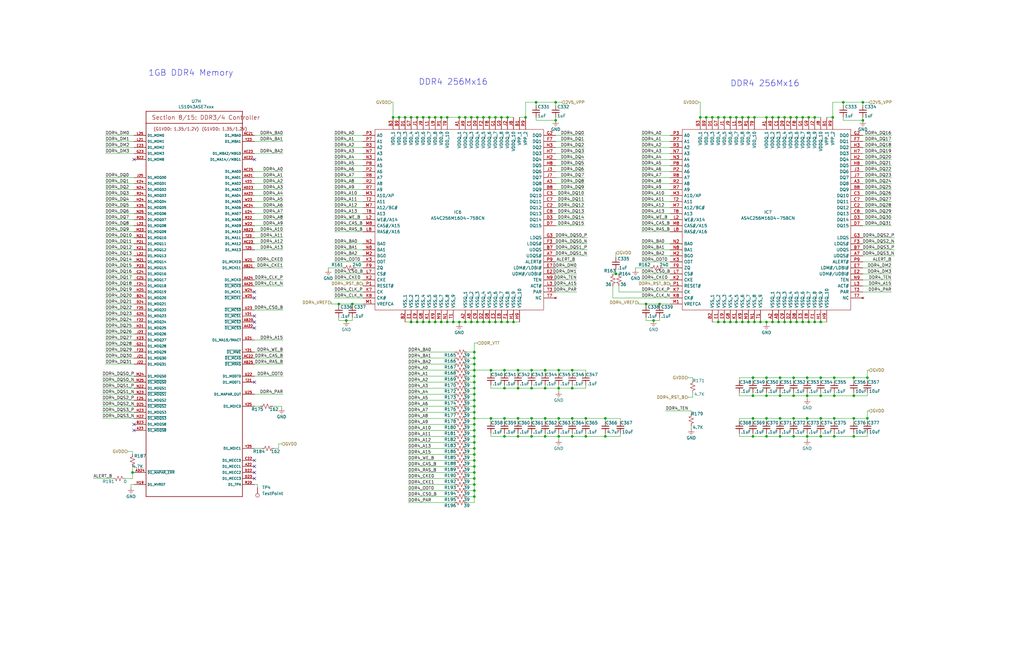
<source format=kicad_sch>
(kicad_sch (version 20200828) (generator eeschema)
  (page 8 12)
  (paper "USLedger")
  (title_block (title "AP2100-power-proto") (date "2020-10-06") (rev "1") (company "ISis ImageStream Internet Solutions, Inc."))
  (lib_symbols
    (symbol "AP2100-rescue:LS1043ASE7KQB-Layerscape"
      (property "Reference" "U" (at 0 0 0))
      (property "Value" "LS1043ASE7KQB-Layerscape" (at 0 2.54 0))
      (symbol "LS1043ASE7KQB-Layerscape_1_1"
        (text "Section 1/15 Digital Ground Pins" (at -18.796 88.1126 0) (effects (font (size 1.778 1.778)) (justify left bottom)))
        (pin power_in line (at -25.4 83.82 0) (length 5.08) (name "GND001") (number "A2"))
        (pin power_in line (at -25.4 78.74 0) (length 5.08) (name "GND003") (number "A24"))
        (pin power_in line (at -25.4 81.28 0) (length 5.08) (name "GND002") (number "A5"))
        (pin power_in line (at 25.4 -78.74 180) (length 5.08) (name "GND135") (number "AB2"))
        (pin power_in line (at 25.4 -81.28 180) (length 5.08) (name "GND136") (number "AB4"))
        (pin power_in line (at 25.4 -83.82 180) (length 5.08) (name "GND137") (number "AD1"))
        (pin power_in line (at 25.4 -86.36 180) (length 5.08) (name "GND138") (number "AD4"))
        (pin power_in line (at 25.4 -88.9 180) (length 5.08) (name "GND139") (number "AE2"))
        (pin power_in line (at -25.4 68.58 0) (length 5.08) (name "GND007") (number "B10"))
        (pin power_in line (at -25.4 66.04 0) (length 5.08) (name "GND008") (number "B13"))
        (pin power_in line (at -25.4 63.5 0) (length 5.08) (name "GND009") (number "B16"))
        (pin power_in line (at -25.4 60.96 0) (length 5.08) (name "GND010") (number "B19"))
        (pin power_in line (at -25.4 58.42 0) (length 5.08) (name "GND011") (number "B21"))
        (pin power_in line (at -25.4 55.88 0) (length 5.08) (name "GND012") (number "B25"))
        (pin power_in line (at -25.4 76.2 0) (length 5.08) (name "GND004") (number "B3"))
        (pin power_in line (at -25.4 73.66 0) (length 5.08) (name "GND005") (number "B4"))
        (pin power_in line (at -25.4 71.12 0) (length 5.08) (name "GND006") (number "B7"))
        (pin power_in line (at -25.4 53.34 0) (length 5.08) (name "GND013") (number "C1"))
        (pin power_in line (at -25.4 50.8 0) (length 5.08) (name "GND014") (number "C2"))
        (pin power_in line (at -25.4 45.72 0) (length 5.08) (name "GND016") (number "C23"))
        (pin power_in line (at -25.4 48.26 0) (length 5.08) (name "GND015") (number "C5"))
        (pin power_in line (at -25.4 33.02 0) (length 5.08) (name "GND021") (number "D12"))
        (pin power_in line (at -25.4 30.48 0) (length 5.08) (name "GND022") (number "D15"))
        (pin power_in line (at -25.4 27.94 0) (length 5.08) (name "GND023") (number "D18"))
        (pin power_in line (at -25.4 25.4 0) (length 5.08) (name "GND024") (number "D21"))
        (pin power_in line (at -25.4 43.18 0) (length 5.08) (name "GND017") (number "D3"))
        (pin power_in line (at -25.4 40.64 0) (length 5.08) (name "GND018") (number "D4"))
        (pin power_in line (at -25.4 38.1 0) (length 5.08) (name "GND019") (number "D7"))
        (pin power_in line (at -25.4 35.56 0) (length 5.08) (name "GND020") (number "D9"))
        (pin power_in line (at -25.4 22.86 0) (length 5.08) (name "GND025") (number "E1"))
        (pin power_in line (at -25.4 20.32 0) (length 5.08) (name "GND026") (number "E2"))
        (pin power_in line (at -25.4 15.24 0) (length 5.08) (name "GND028") (number "E22"))
        (pin power_in line (at -25.4 12.7 0) (length 5.08) (name "GND029") (number "E24"))
        (pin power_in line (at -25.4 17.78 0) (length 5.08) (name "GND027") (number "E5"))
        (pin power_in line (at -25.4 0 0) (length 5.08) (name "GND034") (number "F11"))
        (pin power_in line (at -25.4 -2.54 0) (length 5.08) (name "GND035") (number "F12"))
        (pin power_in line (at -25.4 -5.08 0) (length 5.08) (name "GND036") (number "F13"))
        (pin power_in line (at -25.4 -7.62 0) (length 5.08) (name "GND037") (number "F17"))
        (pin power_in line (at -25.4 -10.16 0) (length 5.08) (name "GND038") (number "F20"))
        (pin power_in line (at -25.4 10.16 0) (length 5.08) (name "GND030") (number "F3"))
        (pin power_in line (at -25.4 7.62 0) (length 5.08) (name "GND031") (number "F4"))
        (pin power_in line (at -25.4 5.08 0) (length 5.08) (name "GND032") (number "F7"))
        (pin power_in line (at -25.4 2.54 0) (length 5.08) (name "GND033") (number "F8"))
        (pin power_in line (at -25.4 -12.7 0) (length 5.08) (name "GND039") (number "G1"))
        (pin power_in line (at -25.4 -15.24 0) (length 5.08) (name "GND040") (number "G2"))
        (pin power_in line (at -25.4 -17.78 0) (length 5.08) (name "GND041") (number "G22"))
        (pin power_in line (at -25.4 -20.32 0) (length 5.08) (name "GND042") (number "G24"))
        (pin power_in line (at -25.4 -35.56 0) (length 5.08) (name "GND048") (number "H10"))
        (pin power_in line (at -25.4 -38.1 0) (length 5.08) (name "GND049") (number "H11"))
        (pin power_in line (at -25.4 -40.64 0) (length 5.08) (name "GND050") (number "H12"))
        (pin power_in line (at -25.4 -43.18 0) (length 5.08) (name "GND051") (number "H13"))
        (pin power_in line (at -25.4 -45.72 0) (length 5.08) (name "GND052") (number "H14"))
        (pin power_in line (at -25.4 -48.26 0) (length 5.08) (name "GND053") (number "H15"))
        (pin power_in line (at -25.4 -50.8 0) (length 5.08) (name "GND054") (number "H16"))
        (pin power_in line (at -25.4 -53.34 0) (length 5.08) (name "GND055") (number "H17"))
        (pin power_in line (at -25.4 -22.86 0) (length 5.08) (name "GND043") (number "H3"))
        (pin power_in line (at -25.4 -25.4 0) (length 5.08) (name "GND044") (number "H4"))
        (pin power_in line (at -25.4 -27.94 0) (length 5.08) (name "GND045") (number "H5"))
        (pin power_in line (at -25.4 -30.48 0) (length 5.08) (name "GND046") (number "H8"))
        (pin power_in line (at -25.4 -33.02 0) (length 5.08) (name "GND047") (number "H9"))
        (pin power_in line (at -25.4 -58.42 0) (length 5.08) (name "GND057") (number "J19"))
        (pin power_in line (at -25.4 -60.96 0) (length 5.08) (name "GND058") (number "J20"))
        (pin power_in line (at -25.4 -63.5 0) (length 5.08) (name "GND059") (number "J24"))
        (pin power_in line (at -25.4 -55.88 0) (length 5.08) (name "GND056") (number "J7"))
        (pin power_in line (at -25.4 -73.66 0) (length 5.08) (name "GND063") (number "K10"))
        (pin power_in line (at -25.4 -76.2 0) (length 5.08) (name "GND064") (number "K12"))
        (pin power_in line (at -25.4 -78.74 0) (length 5.08) (name "GND065") (number "K14"))
        (pin power_in line (at -25.4 -81.28 0) (length 5.08) (name "GND066") (number "K16"))
        (pin power_in line (at -25.4 -83.82 0) (length 5.08) (name "GND067") (number "K19"))
        (pin power_in line (at -25.4 -66.04 0) (length 5.08) (name "GND060") (number "K2"))
        (pin power_in line (at -25.4 -86.36 0) (length 5.08) (name "GND068") (number "K22"))
        (pin power_in line (at -25.4 -68.58 0) (length 5.08) (name "GND061") (number "K4"))
        (pin power_in line (at -25.4 -71.12 0) (length 5.08) (name "GND062") (number "K7"))
        (pin power_in line (at 25.4 83.82 180) (length 5.08) (name "GND071") (number "L11"))
        (pin power_in line (at 25.4 81.28 180) (length 5.08) (name "GND072") (number "L13"))
        (pin power_in line (at 25.4 78.74 180) (length 5.08) (name "GND073") (number "L15"))
        (pin power_in line (at 25.4 76.2 180) (length 5.08) (name "GND074") (number "L17"))
        (pin power_in line (at 25.4 73.66 180) (length 5.08) (name "GND075") (number "L19"))
        (pin power_in line (at 25.4 71.12 180) (length 5.08) (name "GND076") (number "L20"))
        (pin power_in line (at 25.4 68.58 180) (length 5.08) (name "GND077") (number "L24"))
        (pin power_in line (at -25.4 -88.9 0) (length 5.08) (name "GND069") (number "L7"))
        (pin power_in line (at 0 -99.06 90) (length 5.08) (name "GND070") (number "L9"))
        (pin power_in line (at 25.4 63.5 180) (length 5.08) (name "GND079") (number "M10"))
        (pin power_in line (at 25.4 60.96 180) (length 5.08) (name "GND080") (number "M12"))
        (pin power_in line (at 25.4 58.42 180) (length 5.08) (name "GND081") (number "M14"))
        (pin power_in line (at 25.4 55.88 180) (length 5.08) (name "GND082") (number "M16"))
        (pin power_in line (at 25.4 53.34 180) (length 5.08) (name "GND083") (number "M19"))
        (pin power_in line (at 25.4 50.8 180) (length 5.08) (name "GND084") (number "M22"))
        (pin power_in line (at 25.4 66.04 180) (length 5.08) (name "GND078") (number "M7"))
        (pin power_in line (at 25.4 38.1 180) (length 5.08) (name "GND089") (number "N11"))
        (pin power_in line (at 25.4 35.56 180) (length 5.08) (name "GND090") (number "N13"))
        (pin power_in line (at 25.4 33.02 180) (length 5.08) (name "GND091") (number "N15"))
        (pin power_in line (at 25.4 30.48 180) (length 5.08) (name "GND092") (number "N17"))
        (pin power_in line (at 25.4 27.94 180) (length 5.08) (name "GND093") (number "N19"))
        (pin power_in line (at 25.4 48.26 180) (length 5.08) (name "GND085") (number "N2"))
        (pin power_in line (at 25.4 25.4 180) (length 5.08) (name "GND094") (number "N20"))
        (pin power_in line (at 25.4 45.72 180) (length 5.08) (name "GND086") (number "N4"))
        (pin power_in line (at 25.4 43.18 180) (length 5.08) (name "GND087") (number "N6"))
        (pin power_in line (at 25.4 40.64 180) (length 5.08) (name "GND088") (number "N9"))
        (pin power_in line (at 25.4 17.78 180) (length 5.08) (name "GND097") (number "P10"))
        (pin power_in line (at 25.4 15.24 180) (length 5.08) (name "GND098") (number "P12"))
        (pin power_in line (at 25.4 12.7 180) (length 5.08) (name "GND099") (number "P14"))
        (pin power_in line (at 25.4 10.16 180) (length 5.08) (name "GND100") (number "P16"))
        (pin power_in line (at 25.4 7.62 180) (length 5.08) (name "GND101") (number "P19"))
        (pin power_in line (at 25.4 5.08 180) (length 5.08) (name "GND102") (number "P22"))
        (pin power_in line (at 25.4 2.54 180) (length 5.08) (name "GND103") (number "P24"))
        (pin power_in line (at 25.4 22.86 180) (length 5.08) (name "GND095") (number "P7"))
        (pin power_in line (at 25.4 20.32 180) (length 5.08) (name "GND096") (number "P8"))
        (pin power_in line (at 25.4 -2.54 180) (length 5.08) (name "GND105") (number "R11"))
        (pin power_in line (at 25.4 -5.08 180) (length 5.08) (name "GND106") (number "R13"))
        (pin power_in line (at 25.4 -7.62 180) (length 5.08) (name "GND107") (number "R15"))
        (pin power_in line (at 25.4 -10.16 180) (length 5.08) (name "GND108") (number "R17"))
        (pin power_in line (at 25.4 -12.7 180) (length 5.08) (name "GND109") (number "R19"))
        (pin power_in line (at 25.4 -15.24 180) (length 5.08) (name "GND110") (number "R25"))
        (pin power_in line (at 25.4 0 180) (length 5.08) (name "GND104") (number "R9"))
        (pin power_in line (at 25.4 -25.4 180) (length 5.08) (name "GND114") (number "T10"))
        (pin power_in line (at 25.4 -27.94 180) (length 5.08) (name "GND115") (number "T12"))
        (pin power_in line (at 25.4 -30.48 180) (length 5.08) (name "GND116") (number "T14"))
        (pin power_in line (at 25.4 -17.78 180) (length 5.08) (name "GND111") (number "T2"))
        (pin power_in line (at 25.4 -33.02 180) (length 5.08) (name "GND117") (number "T20"))
        (pin power_in line (at 25.4 -20.32 180) (length 5.08) (name "GND112") (number "T4"))
        (pin power_in line (at 25.4 -22.86 180) (length 5.08) (name "GND113") (number "T8"))
        (pin power_in line (at 25.4 -40.64 180) (length 5.08) (name "GND120") (number "U11"))
        (pin power_in line (at 25.4 -43.18 180) (length 5.08) (name "GND121") (number "U20"))
        (pin power_in line (at 25.4 -35.56 180) (length 5.08) (name "GND118") (number "U6"))
        (pin power_in line (at 25.4 -38.1 180) (length 5.08) (name "GND119") (number "U9"))
        (pin power_in line (at 25.4 -53.34 180) (length 5.08) (name "GND125") (number "V10"))
        (pin power_in line (at 25.4 -55.88 180) (length 5.08) (name "GND126") (number "V11"))
        (pin power_in line (at 25.4 -58.42 180) (length 5.08) (name "GND127") (number "V12"))
        (pin power_in line (at 25.4 -60.96 180) (length 5.08) (name "GND128") (number "V13"))
        (pin power_in line (at 25.4 -63.5 180) (length 5.08) (name "GND129") (number "V14"))
        (pin power_in line (at 25.4 -45.72 180) (length 5.08) (name "GND122") (number "V2"))
        (pin power_in line (at 25.4 -66.04 180) (length 5.08) (name "GND130") (number "V20"))
        (pin power_in line (at 25.4 -48.26 180) (length 5.08) (name "GND123") (number "V8"))
        (pin power_in line (at 25.4 -50.8 180) (length 5.08) (name "GND124") (number "V9"))
        (pin power_in line (at 25.4 -71.12 180) (length 5.08) (name "GND132") (number "W20"))
        (pin power_in line (at 25.4 -68.58 180) (length 5.08) (name "GND131") (number "W4"))
        (pin power_in line (at 25.4 -73.66 180) (length 5.08) (name "GND133") (number "Y2"))
        (pin power_in line (at 25.4 -76.2 180) (length 5.08) (name "GND134") (number "Y20"))
      )
      (symbol "LS1043ASE7KQB-Layerscape_2_1"
        (text "Section 2/15 SerDes Ground Pins" (at -18.542 25.2984 0) (effects (font (size 1.778 1.778)) (justify left bottom)))
        (pin power_in line (at -43.18 -21.59 0) (length 5.08) (name "SD_GND18") (number "AA13"))
        (pin power_in line (at -43.18 -24.13 0) (length 5.08) (name "SD_GND19") (number "AA16"))
        (pin power_in line (at 0 -34.29 90) (length 5.08) (name "SD_GND20") (number "AA19"))
        (pin power_in line (at 43.18 21.59 180) (length 5.08) (name "SD_GND21") (number "AB13"))
        (pin power_in line (at 43.18 19.05 180) (length 5.08) (name "SD_GND22") (number "AB16"))
        (pin power_in line (at 43.18 16.51 180) (length 5.08) (name "SD_GND23") (number "AB19"))
        (pin power_in line (at 43.18 13.97 180) (length 5.08) (name "SD_GND24") (number "AC13"))
        (pin power_in line (at 43.18 11.43 180) (length 5.08) (name "SD_GND25") (number "AC14"))
        (pin power_in line (at 43.18 8.89 180) (length 5.08) (name "SD_GND26") (number "AC15"))
        (pin power_in line (at 43.18 6.35 180) (length 5.08) (name "SD_GND27") (number "AC16"))
        (pin power_in line (at 43.18 3.81 180) (length 5.08) (name "SD_GND28") (number "AC17"))
        (pin power_in line (at 43.18 1.27 180) (length 5.08) (name "SD_GND29") (number "AC18"))
        (pin power_in line (at 43.18 -1.27 180) (length 5.08) (name "SD_GND30") (number "AC19"))
        (pin power_in line (at 43.18 -3.81 180) (length 5.08) (name "SD_GND31") (number "AC20"))
        (pin power_in line (at 43.18 -6.35 180) (length 5.08) (name "SD_GND32") (number "AD13"))
        (pin power_in line (at 43.18 -8.89 180) (length 5.08) (name "SD_GND33") (number "AD16"))
        (pin power_in line (at 43.18 -11.43 180) (length 5.08) (name "SD_GND34") (number "AD19"))
        (pin power_in line (at 43.18 -13.97 180) (length 5.08) (name "SD_GND35") (number "AD21"))
        (pin power_in line (at 43.18 -16.51 180) (length 5.08) (name "SD_GND36") (number "AE13"))
        (pin power_in line (at 43.18 -19.05 180) (length 5.08) (name "SD_GND37") (number "AE16"))
        (pin power_in line (at 43.18 -21.59 180) (length 5.08) (name "SD_GND38") (number "AE19"))
        (pin power_in line (at 43.18 -24.13 180) (length 5.08) (name "SD_GND39") (number "AE21"))
        (pin power_in line (at -43.18 21.59 0) (length 5.08) (name "SD_GND01") (number "U15"))
        (pin power_in line (at -43.18 19.05 0) (length 5.08) (name "SD_GND02") (number "U16"))
        (pin power_in line (at -43.18 16.51 0) (length 5.08) (name "SD_GND03") (number "U17"))
        (pin power_in line (at -43.18 13.97 0) (length 5.08) (name "SD_GND04") (number "U18"))
        (pin power_in line (at -43.18 11.43 0) (length 5.08) (name "SD_GND05") (number "U19"))
        (pin power_in line (at -43.18 6.35 0) (length 5.08) (name "SD_GND07") (number "W11"))
        (pin power_in line (at -43.18 8.89 0) (length 5.08) (name "SD_GND06") (number "W8"))
        (pin power_in line (at -43.18 -1.27 0) (length 5.08) (name "SD_GND10") (number "Y10"))
        (pin power_in line (at -43.18 -3.81 0) (length 5.08) (name "SD_GND11") (number "Y11"))
        (pin power_in line (at -43.18 -6.35 0) (length 5.08) (name "SD_GND12") (number "Y12"))
        (pin power_in line (at -43.18 -8.89 0) (length 5.08) (name "SD_GND13") (number "Y14"))
        (pin power_in line (at -43.18 -11.43 0) (length 5.08) (name "SD_GND14") (number "Y15"))
        (pin power_in line (at -43.18 -13.97 0) (length 5.08) (name "SD_GND15") (number "Y16"))
        (pin power_in line (at -43.18 -16.51 0) (length 5.08) (name "SD_GND16") (number "Y17"))
        (pin power_in line (at -43.18 -19.05 0) (length 5.08) (name "SD_GND17") (number "Y18"))
        (pin power_in line (at -43.18 3.81 0) (length 5.08) (name "SD_GND08") (number "Y8"))
        (pin power_in line (at -43.18 1.27 0) (length 5.08) (name "SD_GND09") (number "Y9"))
      )
      (symbol "LS1043ASE7KQB-Layerscape_3_1"
        (text "(1.35V)" (at 11.9888 -26.543 0) (effects (font (size 1.27 1.27)) (justify left bottom)))
        (text "(1.8V)" (at -15.5702 -54.2036 0) (effects (font (size 1.27 1.27)) (justify left bottom)))
        (text "(1V/0.9V)" (at -15.5194 62.738 0) (effects (font (size 1.27 1.27)) (justify left bottom)))
        (text "(1V/0.9V)" (at 12.2936 62.6872 0) (effects (font (size 1.27 1.27)) (justify left bottom)))
        (text "(2.5V/1.8V/1.2V)" (at 6.985 -67.183 0) (effects (font (size 1.27 1.27)) (justify left bottom)))
        (text "(3.3V)" (at 9.5504 -56.9722 0) (effects (font (size 1.27 1.27)) (justify left bottom)))
        (text "(Power Sense Pins)" (at 6.5532 -75.184 0) (effects (font (size 1.27 1.27)) (justify left bottom)))
        (text "(Pull-down/1V/0.9V)" (at 4.7752 -8.4582 0) (effects (font (size 1.27 1.27)) (justify left bottom)))
        (text "Section 3/15 Power Pins" (at -10.8204 69.596 0) (effects (font (size 1.778 1.778)) (justify left bottom)))
        (pin power_in line (at -22.86 -58.42 0) (length 5.08) (name "AVDD_CGA2") (number "G11"))
        (pin power_in line (at -22.86 -55.88 0) (length 5.08) (name "AVDD_CGA1") (number "G12"))
        (pin power_in line (at -22.86 -66.04 0) (length 5.08) (name "AVDD_PLAT") (number "G13"))
        (pin power_in line (at -22.86 -48.26 0) (length 5.08) (name "TA_BB_VDD") (number "H20"))
        (pin power_in line (at -22.86 -27.94 0) (length 5.08) (name "USB_SVDD1") (number "J10"))
        (pin power_in line (at -22.86 -30.48 0) (length 5.08) (name "USB_SVDD2") (number "J11"))
        (pin power_in line (at 27.94 -60.96 180) (length 5.08) (name "USB_HVDD1") (number "J8"))
        (pin power_in line (at 27.94 -58.42 180) (length 5.08) (name "USB_HVDD2") (number "J9"))
        (pin power_in line (at -22.86 -43.18 0) (length 5.08) (name "USB_SDVDD2") (number "K11"))
        (pin power_in line (at -22.86 60.96 0) (length 5.08) (name "VDD01") (number "K13"))
        (pin power_in line (at -22.86 55.88 0) (length 5.08) (name "VDD02") (number "K15"))
        (pin power_in line (at -22.86 50.8 0) (length 5.08) (name "VDD03") (number "K17"))
        (pin power_in line (at -22.86 -40.64 0) (length 5.08) (name "USB_SDVDD1") (number "K9"))
        (pin power_in line (at -22.86 45.72 0) (length 5.08) (name "VDD04") (number "L10"))
        (pin power_in line (at -22.86 40.64 0) (length 5.08) (name "VDD05") (number "L12"))
        (pin power_in line (at -22.86 35.56 0) (length 5.08) (name "VDD06") (number "L14"))
        (pin power_in line (at -22.86 30.48 0) (length 5.08) (name "VDD07") (number "L16"))
        (pin power_in line (at -22.86 25.4 0) (length 5.08) (name "VDD09") (number "M11"))
        (pin power_in line (at -22.86 22.86 0) (length 5.08) (name "VDD10") (number "M13"))
        (pin power_in line (at -22.86 20.32 0) (length 5.08) (name "VDD11") (number "M15"))
        (pin power_in line (at -22.86 15.24 0) (length 5.08) (name "VDD12") (number "M17"))
        (pin power_in line (at -22.86 27.94 0) (length 5.08) (name "VDD08") (number "M9"))
        (pin power_in line (at -22.86 5.08 0) (length 5.08) (name "VDD14") (number "N10"))
        (pin power_in line (at -22.86 0 0) (length 5.08) (name "VDD15") (number "N12"))
        (pin power_in line (at -22.86 -5.08 0) (length 5.08) (name "VDD16") (number "N14"))
        (pin power_in line (at 27.94 2.54 180) (length 5.08) (name "VDD17") (number "N16"))
        (pin power_in line (at -22.86 10.16 0) (length 5.08) (name "VDD13") (number "N8"))
        (pin power_in line (at 27.94 5.08 180) (length 5.08) (name "VDD19") (number "P11"))
        (pin power_in line (at 27.94 7.62 180) (length 5.08) (name "VDD20") (number "P13"))
        (pin power_in line (at 27.94 10.16 180) (length 5.08) (name "VDD21") (number "P15"))
        (pin power_in line (at 27.94 15.24 180) (length 5.08) (name "VDD22") (number "P17"))
        (pin power_in line (at 27.94 0 180) (length 5.08) (name "VDD18") (number "P9"))
        (pin power_in line (at 27.94 22.86 180) (length 5.08) (name "VDD24") (number "R10"))
        (pin power_in line (at 27.94 27.94 180) (length 5.08) (name "VDD25") (number "R12"))
        (pin power_in line (at 27.94 30.48 180) (length 5.08) (name "VDD26") (number "R14"))
        (pin power_in line (at 27.94 33.02 180) (length 5.08) (name "VDD27") (number "R16"))
        (pin power_in line (at 27.94 38.1 180) (length 5.08) (name "VDD28") (number "R18"))
        (pin power_in line (at 27.94 -10.16 180) (length 5.08) (name "FA_VL") (number "R7"))
        (pin power_in line (at 27.94 17.78 180) (length 5.08) (name "VDD23") (number "R8"))
        (pin power_in line (at 27.94 45.72 180) (length 5.08) (name "VDD30") (number "T11"))
        (pin power_in line (at 27.94 50.8 180) (length 5.08) (name "VDD31") (number "T13"))
        (pin power_in line (at -22.86 -12.7 0) (length 5.08) (name "S1VDD1") (number "T15"))
        (pin power_in line (at -22.86 -15.24 0) (length 5.08) (name "S1VDD2") (number "T16"))
        (pin power_in line (at -22.86 -17.78 0) (length 5.08) (name "S1VDD3") (number "T17"))
        (pin power_in line (at -22.86 -20.32 0) (length 5.08) (name "S1VDD4") (number "T18"))
        (pin power_in line (at -22.86 -71.12 0) (length 5.08) (name "AVDD_D1") (number "T19"))
        (pin power_in line (at 27.94 43.18 180) (length 5.08) (name "VDD29") (number "T9"))
        (pin power_in line (at 27.94 60.96 180) (length 5.08) (name "VDD33") (number "U10"))
        (pin power_in line (at 27.94 55.88 180) (length 5.08) (name "VDD32") (number "U8"))
        (pin power_in line (at 27.94 -48.26 180) (length 5.08) (name "AVDD_SD1_PLL2") (number "V19"))
        (pin power_in line (at 27.94 -68.58 180) (length 5.08) (name "TVDD") (number "V6"))
        (pin power_in line (at 27.94 -78.74 180) (length 5.08) (name "SENSEGND") (number "V7"))
        (pin power_in line (at 27.94 -43.18 180) (length 5.08) (name "AVDD_SD1_PLL1") (number "W12"))
        (pin power_in line (at -22.86 -22.86 0) (length 5.08) (name "S1VDD5") (number "W14"))
        (pin power_in line (at 27.94 -27.94 180) (length 5.08) (name "X1VDD1") (number "W15"))
        (pin power_in line (at 27.94 -30.48 180) (length 5.08) (name "X1VDD2") (number "W16"))
        (pin power_in line (at 27.94 -33.02 180) (length 5.08) (name "X1VDD3") (number "W17"))
        (pin power_in line (at 27.94 -35.56 180) (length 5.08) (name "X1VDD4") (number "W18"))
        (pin power_in line (at 27.94 -76.2 180) (length 5.08) (name "SENSEVDD") (number "W7"))
        (pin power_in line (at 27.94 -38.1 180) (length 5.08) (name "X1VDD5") (number "Y19"))
      )
      (symbol "LS1043ASE7KQB-Layerscape_4_1"
        (text "Section 4/15: Power Pins" (at -12.6492 61.468 0) (effects (font (size 1.778 1.778)) (justify left bottom)))
        (pin power_in line (at -29.21 -31.75 0) (length 5.08) (name "G1VDD18") (number "AA20"))
        (pin power_in line (at -29.21 -36.83 0) (length 5.08) (name "G1VDD19") (number "AB22"))
        (pin power_in line (at -29.21 -41.91 0) (length 5.08) (name "G1VDD20") (number "AB24"))
        (pin power_in line (at -29.21 -46.99 0) (length 5.08) (name "G1VDD21") (number "AD22"))
        (pin power_in line (at -29.21 -52.07 0) (length 5.08) (name "G1VDD22") (number "AD25"))
        (pin power_in line (at -29.21 -57.15 0) (length 5.08) (name "G1VDD23") (number "AE24"))
        (pin bidirectional line (at 31.75 -3.81 180) (length 5.08) (name "TA_PROG_SEP") (number "F14"))
        (pin bidirectional line (at 31.75 6.35 180) (length 5.08) (name "PROG_MTR") (number "G14"))
        (pin power_in line (at 31.75 54.61 180) (length 5.08) (name "OVDD1") (number "J12"))
        (pin power_in line (at 31.75 49.53 180) (length 5.08) (name "OVDD2") (number "J13"))
        (pin power_in line (at 31.75 44.45 180) (length 5.08) (name "OVDD3") (number "J14"))
        (pin power_in line (at 31.75 39.37 180) (length 5.08) (name "OVDD4") (number "J15"))
        (pin power_in line (at 31.75 34.29 180) (length 5.08) (name "OVDD5") (number "J16"))
        (pin power_in line (at 31.75 29.21 180) (length 5.08) (name "OVDD6") (number "J17"))
        (pin power_in line (at -29.21 54.61 0) (length 5.08) (name "G1VDD01") (number "J18"))
        (pin power_in line (at -29.21 49.53 0) (length 5.08) (name "G1VDD02") (number "K18"))
        (pin power_in line (at -29.21 44.45 0) (length 5.08) (name "G1VDD03") (number "K20"))
        (pin power_in line (at 31.75 -24.13 180) (length 5.08) (name "DVDD1") (number "K8"))
        (pin power_in line (at -29.21 39.37 0) (length 5.08) (name "G1VDD04") (number "L18"))
        (pin power_in line (at 31.75 -26.67 180) (length 5.08) (name "DVVD2") (number "L8"))
        (pin power_in line (at -29.21 34.29 0) (length 5.08) (name "G1VDD05") (number "M18"))
        (pin power_in line (at -29.21 29.21 0) (length 5.08) (name "G1VDD06") (number "M20"))
        (pin power_in line (at 31.75 -36.83 180) (length 5.08) (name "EVDD") (number "M8"))
        (pin power_in line (at -29.21 24.13 0) (length 5.08) (name "G1VDD07") (number "N18"))
        (pin power_in line (at 31.75 24.13 180) (length 5.08) (name "0VDD7") (number "N7"))
        (pin power_in line (at -29.21 19.05 0) (length 5.08) (name "G1VDD08") (number "P18"))
        (pin power_in line (at -29.21 13.97 0) (length 5.08) (name "G1VDD09") (number "P20"))
        (pin power_in line (at -29.21 8.89 0) (length 5.08) (name "G1VDD10") (number "R21"))
        (pin power_in line (at -29.21 3.81 0) (length 5.08) (name "G1VDD11") (number "R23"))
        (pin power_in line (at -29.21 -1.27 0) (length 5.08) (name "G1VDD12") (number "T22"))
        (pin power_in line (at -29.21 -6.35 0) (length 5.08) (name "G1VDD13") (number "T24"))
        (pin power_in line (at 31.75 16.51 180) (length 5.08) (name "TH_VDD") (number "T6"))
        (pin power_in line (at 31.75 -57.15 180) (length 5.08) (name "LVDD1") (number "U12"))
        (pin power_in line (at 31.75 -52.07 180) (length 5.08) (name "LVDD2") (number "U13"))
        (pin power_in line (at 31.75 -46.99 180) (length 5.08) (name "LVDD3") (number "U14"))
        (pin power_in line (at -29.21 -11.43 0) (length 5.08) (name "G1VDD14") (number "V22"))
        (pin power_in line (at -29.21 -16.51 0) (length 5.08) (name "G1VDD15") (number "V24"))
        (pin power_in line (at -29.21 -21.59 0) (length 5.08) (name "G1VDD16") (number "Y22"))
        (pin power_in line (at -29.21 -26.67 0) (length 5.08) (name "G1VDD17") (number "Y24"))
      )
      (symbol "LS1043ASE7KQB-Layerscape_5_1"
        (text "(Analog)" (at -36.9316 -29.8704 0) (effects (font (size 1.27 1.27)) (justify left bottom)))
        (text "(Analog)" (at 16.002 -4.4958 0) (effects (font (size 1.27 1.27)) (justify left bottom)))
        (text "(Analog)" (at 16.129 -7.0104 0) (effects (font (size 1.27 1.27)) (justify left bottom)))
        (text "(DVDD: 2.5V/1.8V)" (at 15.9004 -14.6812 0) (effects (font (size 1.27 1.27)) (justify left bottom)))
        (text "(DVDD: 2.5V/1.8V)" (at 16.2052 -17.1958 0) (effects (font (size 1.27 1.27)) (justify left bottom)))
        (text "(DVDD: 3.3V/1.8V)" (at -37.5412 26.0858 0) (effects (font (size 1.27 1.27)) (justify left bottom)))
        (text "(DVDD: 3.3V/1.8V)" (at -37.5158 15.9004 0) (effects (font (size 1.27 1.27)) (justify left bottom)))
        (text "(DVDD: 3.3V/1.8V)" (at -37.3634 13.335 0) (effects (font (size 1.27 1.27)) (justify left bottom)))
        (text "(DVDD: 3.3V/1.8V)" (at -37.3634 28.6258 0) (effects (font (size 1.27 1.27)) (justify left bottom)))
        (text "(DVDD: 3.3V/1.8V)" (at -37.338 18.4404 0) (effects (font (size 1.27 1.27)) (justify left bottom)))
        (text "(DVDD: 3.3V/1.8V)" (at -37.2618 31.1658 0) (effects (font (size 1.27 1.27)) (justify left bottom)))
        (text "(DVDD: 3.3V/1.8V)" (at -37.1348 23.5204 0) (effects (font (size 1.27 1.27)) (justify left bottom)))
        (text "(DVDD: 3.3V/1.8V)" (at -37.0332 20.955 0) (effects (font (size 1.27 1.27)) (justify left bottom)))
        (text "(DVDD: 3.3V/1.8V)" (at 16.0782 41.3512 0) (effects (font (size 1.27 1.27)) (justify left bottom)))
        (text "(DVDD: 3.3V/1.8V)" (at 16.1036 15.9004 0) (effects (font (size 1.27 1.27)) (justify left bottom)))
        (text "(DVDD: 3.3V/1.8V)" (at 16.1036 28.6258 0) (effects (font (size 1.27 1.27)) (justify left bottom)))
        (text "(DVDD: 3.3V/1.8V)" (at 16.1798 20.9804 0) (effects (font (size 1.27 1.27)) (justify left bottom)))
        (text "(DVDD: 3.3V/1.8V)" (at 16.1798 33.7058 0) (effects (font (size 1.27 1.27)) (justify left bottom)))
        (text "(DVDD: 3.3V/1.8V)" (at 16.2052 13.335 0) (effects (font (size 1.27 1.27)) (justify left bottom)))
        (text "(DVDD: 3.3V/1.8V)" (at 16.2052 23.5204 0) (effects (font (size 1.27 1.27)) (justify left bottom)))
        (text "(DVDD: 3.3V/1.8V)" (at 16.2052 36.2458 0) (effects (font (size 1.27 1.27)) (justify left bottom)))
        (text "(DVDD: 3.3V/1.8V)" (at 16.2306 26.0604 0) (effects (font (size 1.27 1.27)) (justify left bottom)))
        (text "(DVDD: 3.3V/1.8V)" (at 16.383 38.7604 0) (effects (font (size 1.27 1.27)) (justify left bottom)))
        (text "(LVDD: 2.5V/1.8V)" (at -37.5158 33.7312 0) (effects (font (size 1.27 1.27)) (justify left bottom)))
        (text "(Note 1)" (at -19.1262 15.9004 0) (effects (font (size 1.27 1.27)) (justify left bottom)))
        (text "(Note 1)" (at -19.1262 31.1912 0) (effects (font (size 1.27 1.27)) (justify left bottom)))
        (text "(Note 1)" (at -18.9484 20.9804 0) (effects (font (size 1.27 1.27)) (justify left bottom)))
        (text "(Note 1)" (at -18.8976 26.0858 0) (effects (font (size 1.27 1.27)) (justify left bottom)))
        (text "(Note 1)" (at -18.8722 13.335 0) (effects (font (size 1.27 1.27)) (justify left bottom)))
        (text "(Note 1)" (at -18.796 18.4404 0) (effects (font (size 1.27 1.27)) (justify left bottom)))
        (text "(Note 1)" (at -18.7706 28.6004 0) (effects (font (size 1.27 1.27)) (justify left bottom)))
        (text "(Note 1)" (at -18.542 23.495 0) (effects (font (size 1.27 1.27)) (justify left bottom)))
        (text "(Note 1)" (at 3.8608 28.6258 0) (effects (font (size 1.27 1.27)) (justify left bottom)))
        (text "(Note 1)" (at 3.8608 36.2712 0) (effects (font (size 1.27 1.27)) (justify left bottom)))
        (text "(Note 1)" (at 3.8862 26.0858 0) (effects (font (size 1.27 1.27)) (justify left bottom)))
        (text "(Note 1)" (at 4.0132 23.5204 0) (effects (font (size 1.27 1.27)) (justify left bottom)))
        (text "(Note 1)" (at 4.064 41.3512 0) (effects (font (size 1.27 1.27)) (justify left bottom)))
        (text "(Note 1)" (at 4.0894 33.7058 0) (effects (font (size 1.27 1.27)) (justify left bottom)))
        (text "(Note 1)" (at 4.1148 38.7858 0) (effects (font (size 1.27 1.27)) (justify left bottom)))
        (text "(Note 1)" (at 4.3688 20.955 0) (effects (font (size 1.27 1.27)) (justify left bottom)))
        (text "(Note 1)" (at 6.5786 -14.6558 0) (effects (font (size 1.27 1.27)) (justify left bottom)))
        (text "(Note 1)" (at 6.858 -17.1704 0) (effects (font (size 1.27 1.27)) (justify left bottom)))
        (text "(OVDD: 1.8V)" (at -37.6174 -12.1412 0) (effects (font (size 1.27 1.27)) (justify left bottom)))
        (text "(OVDD: 1.8V)" (at -37.4904 -35.052 0) (effects (font (size 1.27 1.27)) (justify left bottom)))
        (text "(OVDD: 1.8V)" (at -37.465 -22.3012 0) (effects (font (size 1.27 1.27)) (justify left bottom)))
        (text "(OVDD: 1.8V)" (at -37.465 36.2712 0) (effects (font (size 1.27 1.27)) (justify left bottom)))
        (text "(OVDD: 1.8V)" (at -37.465 38.8112 0) (effects (font (size 1.27 1.27)) (justify left bottom)))
        (text "(OVDD: 1.8V)" (at -37.4396 -14.6558 0) (effects (font (size 1.27 1.27)) (justify left bottom)))
        (text "(OVDD: 1.8V)" (at -37.3888 -42.672 0) (effects (font (size 1.27 1.27)) (justify left bottom)))
        (text "(OVDD: 1.8V)" (at -37.3888 8.255 0) (effects (font (size 1.27 1.27)) (justify left bottom)))
        (text "(OVDD: 1.8V)" (at -37.3634 -45.212 0) (effects (font (size 1.27 1.27)) (justify left bottom)))
        (text "(OVDD: 1.8V)" (at -37.338 -4.4704 0) (effects (font (size 1.27 1.27)) (justify left bottom)))
        (text "(OVDD: 1.8V)" (at -37.3126 -47.752 0) (effects (font (size 1.27 1.27)) (justify left bottom)))
        (text "(OVDD: 1.8V)" (at -37.3126 41.3512 0) (effects (font (size 1.27 1.27)) (justify left bottom)))
        (text "(OVDD: 1.8V)" (at -37.211 -40.0812 0) (effects (font (size 1.27 1.27)) (justify left bottom)))
        (text "(OVDD: 1.8V)" (at -37.211 -7.0104 0) (effects (font (size 1.27 1.27)) (justify left bottom)))
        (text "(OVDD: 1.8V)" (at -37.1602 -19.7358 0) (effects (font (size 1.27 1.27)) (justify left bottom)))
        (text "(OVDD: 1.8V)" (at -37.1348 -1.9304 0) (effects (font (size 1.27 1.27)) (justify left bottom)))
        (text "(OVDD: 1.8V)" (at -37.1094 -27.3558 0) (effects (font (size 1.27 1.27)) (justify left bottom)))
        (text "(OVDD: 1.8V)" (at -37.0332 -50.2158 0) (effects (font (size 1.27 1.27)) (justify left bottom)))
        (text "(OVDD: 1.8V)" (at 10.9982 8.255 0) (effects (font (size 1.27 1.27)) (justify left bottom)))
        (text "(OVDD: 1.8V)" (at 16.0274 -22.3012 0) (effects (font (size 1.27 1.27)) (justify left bottom)))
        (text "(OVDD: 1.8V)" (at 16.0782 -35.0266 0) (effects (font (size 1.27 1.27)) (justify left bottom)))
        (text "(OVDD: 1.8V)" (at 16.1036 -40.132 0) (effects (font (size 1.27 1.27)) (justify left bottom)))
        (text "(OVDD: 1.8V)" (at 16.129 -32.4866 0) (effects (font (size 1.27 1.27)) (justify left bottom)))
        (text "(OVDD: 1.8V)" (at 16.129 -24.8412 0) (effects (font (size 1.27 1.27)) (justify left bottom)))
        (text "(OVDD: 1.8V)" (at 16.1544 0.6096 0) (effects (font (size 1.27 1.27)) (justify left bottom)))
        (text "(OVDD: 1.8V)" (at 16.2052 -42.6212 0) (effects (font (size 1.27 1.27)) (justify left bottom)))
        (text "(OVDD: 1.8V)" (at 16.2052 3.175 0) (effects (font (size 1.27 1.27)) (justify left bottom)))
        (text "(OVDD: 1.8V)" (at 16.256 -27.3558 0) (effects (font (size 1.27 1.27)) (justify left bottom)))
        (text "(OVDD: 1.8V)" (at 16.2814 -29.8958 0) (effects (font (size 1.27 1.27)) (justify left bottom)))
        (text "(OVDD: 1.8V)" (at 16.3068 -45.1612 0) (effects (font (size 1.27 1.27)) (justify left bottom)))
        (text "(Reserved, Analog)" (at 16.2306 -50.2666 0) (effects (font (size 1.27 1.27)) (justify left bottom)))
        (text "(Reserved, Analog)" (at 16.3576 -47.6758 0) (effects (font (size 1.27 1.27)) (justify left bottom)))
        (text "(TA_BB_VDD: 0.9V/1V)" (at -37.3634 5.715 0) (effects (font (size 1.27 1.27)) (justify left bottom)))
        (text "(TA_BB_VDD: 0.9V/1V)" (at -37.3126 3.175 0) (effects (font (size 1.27 1.27)) (justify left bottom)))
        (text "Note1: This pin has other functions not listed here." (at -26.67 -54.1528 0) (effects (font (size 1.27 1.27)) (justify left bottom)))
        (text "Section 5/15: JTAG, UARTs, Interrupts and Miscellaneous Functions" (at -45.6692 45.8216 0) (effects (font (size 1.778 1.778)) (justify left bottom)))
        (pin bidirectional line (at 67.31 -41.91 180) (length 5.08) (name "~SCAN_MODE~") (number "A21"))
        (pin bidirectional line (at 67.31 3.81 180) (length 5.08) (name "~TBSCAN_EN~") (number "C21"))
        (pin bidirectional line (at 67.31 -21.59 180) (length 5.08) (name "~EVT0~") (number "E10"))
        (pin bidirectional line (at 67.31 -31.75 180) (length 5.08) (name "~EVT4~") (number "E11"))
        (pin bidirectional line (at 67.31 -29.21 180) (length 5.08) (name "~EVT3~") (number "E12"))
        (pin bidirectional line (at 67.31 -24.13 180) (length 5.08) (name "~EVT1~") (number "E13"))
        (pin bidirectional line (at -64.77 -44.45 0) (length 5.08) (name "TCK") (number "E18"))
        (pin bidirectional line (at -64.77 -49.53 0) (length 5.08) (name "~TRST~") (number "E19"))
        (pin bidirectional line (at -64.77 -41.91 0) (length 5.08) (name "TDO") (number "E20"))
        (pin bidirectional line (at 67.31 1.27 180) (length 5.08) (name "~TEST_SEL~") (number "E21"))
        (pin bidirectional line (at 67.31 -26.67 180) (length 5.08) (name "~EVT2~") (number "E8"))
        (pin output line (at 67.31 8.89 180) (length 5.08) (name "ASLEEP/GPIO1_13/CFG_SOIC_USE") (number "E9"))
        (pin input line (at -64.77 -6.35 0) (length 5.08) (name "~PORESET~") (number "F10"))
        (pin bidirectional line (at -64.77 41.91 0) (length 5.08) (name "IRQ00") (number "F15"))
        (pin bidirectional line (at -64.77 -34.29 0) (length 5.08) (name "RTC/GPIO1_14") (number "F16"))
        (pin bidirectional line (at -64.77 -46.99 0) (length 5.08) (name "TMS") (number "F18"))
        (pin bidirectional line (at -64.77 -13.97 0) (length 5.08) (name "DDRCLK") (number "F19"))
        (pin bidirectional line (at 67.31 -44.45 180) (length 5.08) (name "JTAG_BSR_VSEL") (number "F21"))
        (pin input line (at -64.77 -11.43 0) (length 5.08) (name "SYSCLK") (number "F9"))
        (pin bidirectional line (at -64.77 -3.81 0) (length 5.08) (name "~HRESET~") (number "G10"))
        (pin bidirectional line (at -64.77 39.37 0) (length 5.08) (name "IRQ01") (number "G15"))
        (pin bidirectional line (at -64.77 8.89 0) (length 5.08) (name "~TA_TMP_DETECT~") (number "G16"))
        (pin bidirectional line (at -64.77 -26.67 0) (length 5.08) (name "CLK_OUT") (number "G17"))
        (pin bidirectional line (at -64.77 -39.37 0) (length 5.08) (name "TDI") (number "G18"))
        (pin bidirectional line (at -64.77 6.35 0) (length 5.08) (name "~TA_BB_TMP_DETECT~") (number "G19"))
        (pin bidirectional line (at -64.77 3.81 0) (length 5.08) (name "TA_BB_RTC") (number "G20"))
        (pin output line (at -64.77 -1.27 0) (length 5.08) (name "~RESET_REQ~") (number "G7"))
        (pin bidirectional line (at -64.77 -19.05 0) (length 5.08) (name "DIFF_SYSCLK") (number "G8"))
        (pin bidirectional line (at -64.77 -21.59 0) (length 5.08) (name "~DIFF_SYSCLK~") (number "G9"))
        (pin output line (at 67.31 39.37 180) (length 5.08) (name "GPIO1_15/UART1_SOUT") (number "H1"))
        (pin bidirectional line (at 67.31 -39.37 180) (length 5.08) (name "~CKSTP_OUT~") (number "H18"))
        (pin input line (at 67.31 41.91 180) (length 5.08) (name "GPIO1_17/UART1_SIN") (number "H2"))
        (pin bidirectional line (at 67.31 -34.29 180) (length 5.08) (name "~EVT9~") (number "H7"))
        (pin input line (at 67.31 36.83 180) (length 5.08) (name "GPIO1_21/!UART1_CTS") (number "J1"))
        (pin bidirectional line (at 67.31 34.29 180) (length 5.08) (name "GPIO1_19/!UART1_RTS") (number "J2"))
        (pin input line (at -64.77 31.75 0) (length 5.08) (name "IRQ03/GPIO1_23") (number "J3"))
        (pin input line (at -64.77 29.21 0) (length 5.08) (name "IRQ04/GPIO1_24") (number "J4"))
        (pin input line (at -64.77 26.67 0) (length 5.08) (name "IRQ05/GPIO1_25") (number "J5"))
        (pin input line (at -64.77 36.83 0) (length 5.08) (name "IRQ02") (number "J6"))
        (pin input line (at 67.31 29.21 180) (length 5.08) (name "GPIO1_18/UART2_SIN") (number "K1"))
        (pin bidirectional line (at 67.31 -13.97 180) (length 5.08) (name "GPIO4_02/IIC2_SCL") (number "K3"))
        (pin input line (at -64.77 24.13 0) (length 5.08) (name "IRQ06/GPIO1_26") (number "K5"))
        (pin bidirectional line (at 67.31 21.59 180) (length 5.08) (name "GPIO1_20/!UART2_RTS") (number "L1"))
        (pin output line (at 67.31 26.67 180) (length 5.08) (name "GPIO1_16/UART2_SOUT") (number "L2"))
        (pin bidirectional line (at 67.31 -16.51 180) (length 5.08) (name "GPIO4_03/IIC2_SDA") (number "L3"))
        (pin input line (at -64.77 21.59 0) (length 5.08) (name "IRQ07/GPIO1_27") (number "L5"))
        (pin bidirectional line (at 67.31 13.97 180) (length 5.08) (name "IIC1_SDA") (number "M1"))
        (pin bidirectional line (at 67.31 24.13 180) (length 5.08) (name "GPIO1_22/!UART2_CTS") (number "M2"))
        (pin input line (at -64.77 19.05 0) (length 5.08) (name "IRQ08/GPIO1_28") (number "M5"))
        (pin bidirectional line (at 67.31 16.51 180) (length 5.08) (name "IIC1_SCL") (number "N1"))
        (pin input line (at -64.77 16.51 0) (length 5.08) (name "IRQ09/GPIO1_29") (number "N5"))
        (pin bidirectional line (at -64.77 13.97 0) (length 5.08) (name "IRQ10/GPIO1_30") (number "P4"))
        (pin bidirectional line (at -64.77 -29.21 0) (length 5.08) (name "TH_TPA") (number "P5"))
        (pin bidirectional line (at 67.31 -6.35 180) (length 5.08) (name "TD1_CATHODE") (number "P6"))
        (pin bidirectional line (at 67.31 -3.81 180) (length 5.08) (name "TD1_ANODE") (number "R6"))
        (pin bidirectional line (at 67.31 -46.99 180) (length 5.08) (name "FA_ANALOG_PIN") (number "T7"))
        (pin bidirectional line (at 67.31 -49.53 180) (length 5.08) (name "FA_ANALOG_G_V") (number "U7"))
        (pin bidirectional line (at -64.77 34.29 0) (length 5.08) (name "IRQ11/GPIO1_31") (number "V5"))
      )
      (symbol "LS1043ASE7KQB-Layerscape_6_1"
        (text "(EVDD: 3.3V/1.8V)" (at -21.1074 -9.9822 0) (effects (font (size 1.27 1.27)) (justify left bottom)))
        (text "(EVDD: 3.3V/1.8V)" (at -21.0058 -4.826 0) (effects (font (size 1.27 1.27)) (justify left bottom)))
        (text "(EVDD: 3.3V/1.8V)" (at -20.9804 -17.5514 0) (effects (font (size 1.27 1.27)) (justify left bottom)))
        (text "(EVDD: 3.3V/1.8V)" (at -20.8026 -7.2644 0) (effects (font (size 1.27 1.27)) (justify left bottom)))
        (text "(EVDD: 3.3V/1.8V)" (at -20.7518 -19.9644 0) (effects (font (size 1.27 1.27)) (justify left bottom)))
        (text "(EVDD: 3.3V/1.8V)" (at -20.7518 -12.319 0) (effects (font (size 1.27 1.27)) (justify left bottom)))
        (text "(Note 1)" (at -5.1308 5.334 0) (effects (font (size 1.27 1.27)) (justify left bottom)))
        (text "(Note 1)" (at -4.953 7.9756 0) (effects (font (size 1.27 1.27)) (justify left bottom)))
        (text "(Note 1)" (at -4.9276 -12.3698 0) (effects (font (size 1.27 1.27)) (justify left bottom)))
        (text "(Note 1)" (at -4.8768 2.9464 0) (effects (font (size 1.27 1.27)) (justify left bottom)))
        (text "(Note 1)" (at -4.8514 -4.699 0) (effects (font (size 1.27 1.27)) (justify left bottom)))
        (text "(Note 1)" (at -4.8514 0.4064 0) (effects (font (size 1.27 1.27)) (justify left bottom)))
        (text "(Note 1)" (at -4.7244 13.1826 0) (effects (font (size 1.27 1.27)) (justify left bottom)))
        (text "(Note 1)" (at -4.699 -7.1374 0) (effects (font (size 1.27 1.27)) (justify left bottom)))
        (text "(Note 1)" (at -4.6482 -19.8374 0) (effects (font (size 1.27 1.27)) (justify left bottom)))
        (text "(Note 1)" (at -4.6482 -9.652 0) (effects (font (size 1.27 1.27)) (justify left bottom)))
        (text "(Note 1)" (at -4.5212 -17.1958 0) (effects (font (size 1.27 1.27)) (justify left bottom)))
        (text "(OVDD: 1.8V)" (at -21.0312 2.794 0) (effects (font (size 1.27 1.27)) (justify left bottom)))
        (text "(OVDD: 1.8V)" (at -21.0058 15.5448 0) (effects (font (size 1.27 1.27)) (justify left bottom)))
        (text "(OVDD: 1.8V)" (at -20.7772 13.1064 0) (effects (font (size 1.27 1.27)) (justify left bottom)))
        (text "(OVDD: 1.8V)" (at -20.7518 8.0518 0) (effects (font (size 1.27 1.27)) (justify left bottom)))
        (text "(OVDD: 1.8V)" (at -20.701 18.2372 0) (effects (font (size 1.27 1.27)) (justify left bottom)))
        (text "(OVDD: 1.8V)" (at -20.5994 5.588 0) (effects (font (size 1.27 1.27)) (justify left bottom)))
        (text "(OVDD: 1.8V)" (at -20.3962 0.6096 0) (effects (font (size 1.27 1.27)) (justify left bottom)))
        (text "Note1: This pin has other functions not listed here." (at -22.5552 -23.6982 0) (effects (font (size 1.27 1.27)) (justify left bottom)))
        (text "Section 6/15: SPI and SDH" (at -16.4846 21.971 0) (effects (font (size 1.778 1.778)) (justify left bottom)))
        (pin bidirectional line (at 22.86 -3.81 180) (length 5.08) (name "SDHC_DAT0") (number "P1"))
        (pin bidirectional line (at 22.86 -19.05 180) (length 5.08) (name "SDHC_CMD") (number "P2"))
        (pin bidirectional line (at 22.86 -16.51 180) (length 5.08) (name "SDHC_CLK") (number "P3"))
        (pin bidirectional line (at 22.86 -8.89 180) (length 5.08) (name "SDHC_DAT2") (number "R1"))
        (pin bidirectional line (at 22.86 -6.35 180) (length 5.08) (name "SDHC_DAT1") (number "R2"))
        (pin bidirectional clock (at 22.86 13.97 180) (length 5.08) (name "SPI_CLK") (number "R3"))
        (pin bidirectional line (at 22.86 16.51 180) (length 5.08) (name "SPI_MOSI") (number "R4"))
        (pin bidirectional line (at 22.86 19.05 180) (length 5.08) (name "SPI_MISO") (number "R5"))
        (pin bidirectional line (at 22.86 -11.43 180) (length 5.08) (name "SDHC_DAT3") (number "T1"))
        (pin bidirectional line (at 22.86 8.89 180) (length 5.08) (name "~SPI_CS0~") (number "T3"))
        (pin bidirectional line (at 22.86 6.35 180) (length 5.08) (name "~SPI_CS1~") (number "T5"))
        (pin bidirectional line (at 22.86 1.27 180) (length 5.08) (name "~SPI_CS3~") (number "U3"))
        (pin bidirectional line (at 22.86 3.81 180) (length 5.08) (name "~SPI_CS2~") (number "U5"))
      )
      (symbol "LS1043ASE7KQB-Layerscape_7_1"
        (text "(Note 1)" (at 0.5334 -34.5948 0) (effects (font (size 1.27 1.27)) (justify left bottom)))
        (text "(Note 1)" (at 0.5334 -32.1056 0) (effects (font (size 1.27 1.27)) (justify left bottom)))
        (text "(Note 1)" (at 0.5334 -29.5656 0) (effects (font (size 1.27 1.27)) (justify left bottom)))
        (text "(Note 1)" (at 0.5334 -19.3802 0) (effects (font (size 1.27 1.27)) (justify left bottom)))
        (text "(Note 1)" (at 0.5588 -21.9964 0) (effects (font (size 1.27 1.27)) (justify left bottom)))
        (text "(Note 1)" (at 0.5588 -16.9164 0) (effects (font (size 1.27 1.27)) (justify left bottom)))
        (text "(Note 1)" (at 0.5588 -9.2456 0) (effects (font (size 1.27 1.27)) (justify left bottom)))
        (text "(Note 1)" (at 0.5842 -24.6126 0) (effects (font (size 1.27 1.27)) (justify left bottom)))
        (text "(Note 1)" (at 0.5842 -14.4272 0) (effects (font (size 1.27 1.27)) (justify left bottom)))
        (text "(Note 1)" (at 0.5842 -11.8618 0) (effects (font (size 1.27 1.27)) (justify left bottom)))
        (text "(Note 1)" (at 0.6096 -27.2034 0) (effects (font (size 1.27 1.27)) (justify left bottom)))
        (text "(Note 1)" (at 10.7442 -32.1564 0) (effects (font (size 1.27 1.27)) (justify left bottom)))
        (text "(Note 1)" (at 10.7442 28.9814 0) (effects (font (size 1.27 1.27)) (justify left bottom)))
        (text "(Note 1)" (at 10.7696 -34.7726 0) (effects (font (size 1.27 1.27)) (justify left bottom)))
        (text "(Note 1)" (at 10.7696 -29.6926 0) (effects (font (size 1.27 1.27)) (justify left bottom)))
        (text "(Note 1)" (at 10.7696 0.8382 0) (effects (font (size 1.27 1.27)) (justify left bottom)))
        (text "(Note 1)" (at 10.7696 31.242 0) (effects (font (size 1.27 1.27)) (justify left bottom)))
        (text "(Note 1)" (at 10.7696 33.8582 0) (effects (font (size 1.27 1.27)) (justify left bottom)))
        (text "(OVDD: 1.8V)" (at -27.3812 38.9636 0) (effects (font (size 1.27 1.27)) (justify left bottom)))
        (text "(OVDD: 1.8V)" (at 18.3642 39.243 0) (effects (font (size 1.27 1.27)) (justify left bottom)))
        (text "Note1: This pin has other functions not listed here." (at -19.7612 -46.2534 0) (effects (font (size 1.27 1.27)) (justify left bottom)))
        (text "Section 7/15: Integrated Flash Controller" (at -21.7424 43.688 0) (effects (font (size 1.778 1.778)) (justify left bottom)))
        (pin bidirectional line (at -35.56 26.67 0) (length 5.08) (name "IFC_AD04/CFG_GPINPUT4") (number "A10"))
        (pin bidirectional line (at -35.56 21.59 0) (length 5.08) (name "IFC_AD06/CFG_GPINPUT6") (number "A11"))
        (pin bidirectional line (at -35.56 16.51 0) (length 5.08) (name "IFC_AD08/CFG_RCW_SRC0") (number "A12"))
        (pin bidirectional line (at -35.56 13.97 0) (length 5.08) (name "IFC_AD09/CFG_RCW_SRC1") (number "A13"))
        (pin bidirectional line (at -35.56 8.89 0) (length 5.08) (name "IFC_AD11/CFG_RCW_SRC3") (number "A14"))
        (pin bidirectional line (at -35.56 3.81 0) (length 5.08) (name "IFC_AD13/CFG_RCW_SRC5") (number "A15"))
        (pin bidirectional line (at -35.56 1.27 0) (length 5.08) (name "IFC_AD14/CFG_RCW_SRC6") (number "A16"))
        (pin bidirectional line (at -35.56 -1.27 0) (length 5.08) (name "IFC_AD15/CFG_RCW_SRC7") (number "A17"))
        (pin bidirectional line (at 35.56 -39.37 180) (length 5.08) (name "IFC_AVD") (number "A18"))
        (pin bidirectional line (at 35.56 34.29 180) (length 5.08) (name "~IFC_CS1~") (number "A19"))
        (pin bidirectional line (at 35.56 8.89 180) (length 5.08) (name "IFC_CLK0") (number "A20"))
        (pin bidirectional line (at -35.56 34.29 0) (length 5.08) (name "IFC_AD01/CFG_GPINPUT1") (number "A8"))
        (pin bidirectional line (at -35.56 29.21 0) (length 5.08) (name "IFC_AD03/CFG_GPINPUT3") (number "A9"))
        (pin bidirectional line (at -35.56 24.13 0) (length 5.08) (name "IFC_AD05/CFG_GPINPUT5") (number "B11"))
        (pin bidirectional line (at -35.56 19.05 0) (length 5.08) (name "IFC_AD07/CFG_GPINPUT7") (number "B12"))
        (pin bidirectional line (at -35.56 11.43 0) (length 5.08) (name "IFC_AD10/CFG_RCW_SRC2") (number "B14"))
        (pin bidirectional line (at -35.56 6.35 0) (length 5.08) (name "IFC_AD12/CFG_RCW_SRC4") (number "B15"))
        (pin bidirectional line (at 35.56 -24.13 180) (length 5.08) (name "IFC_NDDQS") (number "B17"))
        (pin bidirectional line (at 35.56 -29.21 180) (length 5.08) (name "IFC_PAR0") (number "B18"))
        (pin bidirectional line (at 35.56 6.35 180) (length 5.08) (name "IFC_CLK1") (number "B20"))
        (pin bidirectional line (at -35.56 36.83 0) (length 5.08) (name "IFC_AD00/CFG_GPINPUT0") (number "B8"))
        (pin bidirectional line (at -35.56 31.75 0) (length 5.08) (name "IFC_AD02/CFG_GPINPUT2") (number "B9"))
        (pin bidirectional line (at -35.56 -16.51 0) (length 5.08) (name "IFC_A20") (number "C10"))
        (pin bidirectional line (at -35.56 -19.05 0) (length 5.08) (name "IFC_A21/CFG_DRAM_TYPE") (number "C11"))
        (pin bidirectional line (at -35.56 -24.13 0) (length 5.08) (name "IFC_A23/!IFC_WP2") (number "C12"))
        (pin bidirectional line (at -35.56 -29.21 0) (length 5.08) (name "IFC_A25/!IFC_RB2") (number "C13"))
        (pin bidirectional line (at -35.56 -34.29 0) (length 5.08) (name "IFC_A27/IFC_CS_B6") (number "C14"))
        (pin bidirectional line (at 35.56 21.59 180) (length 5.08) (name "~IFC_WE0~") (number "C15"))
        (pin bidirectional line (at -35.56 -39.37 0) (length 5.08) (name "~IFC_RB0~") (number "C16"))
        (pin bidirectional line (at 35.56 36.83 180) (length 5.08) (name "~IFC_CS0~") (number "C17"))
        (pin bidirectional line (at 35.56 24.13 180) (length 5.08) (name "~IFC_OE~") (number "C18"))
        (pin bidirectional line (at 35.56 19.05 180) (length 5.08) (name "CFG_RCW_SRC8/IFC_CLE") (number "C19"))
        (pin bidirectional line (at 35.56 29.21 180) (length 5.08) (name "~IFC_CS3~") (number "C20"))
        (pin bidirectional line (at -35.56 -8.89 0) (length 5.08) (name "IFC_A17") (number "C8"))
        (pin bidirectional line (at -35.56 -11.43 0) (length 5.08) (name "IFC_A18") (number "C9"))
        (pin bidirectional line (at -35.56 -13.97 0) (length 5.08) (name "IFC_A19") (number "D10"))
        (pin bidirectional line (at -35.56 -21.59 0) (length 5.08) (name "IFC_A22/!IFC_WP1") (number "D11"))
        (pin bidirectional line (at -35.56 -26.67 0) (length 5.08) (name "IFC_A24/!IFC_WP3") (number "D13"))
        (pin bidirectional line (at -35.56 -31.75 0) (length 5.08) (name "IFC_A26/!IFC_RB3") (number "D14"))
        (pin bidirectional line (at -35.56 -41.91 0) (length 5.08) (name "~IFC_RB1~") (number "D16"))
        (pin bidirectional line (at 35.56 -31.75 180) (length 5.08) (name "IFC_PAR1") (number "D17"))
        (pin bidirectional line (at 35.56 -41.91 180) (length 5.08) (name "~IFC_WP0~") (number "D19"))
        (pin bidirectional line (at 35.56 31.75 180) (length 5.08) (name "~IFC_CS2~") (number "D20"))
        (pin bidirectional line (at -35.56 -6.35 0) (length 5.08) (name "IFC_A16") (number "D8"))
        (pin bidirectional line (at 35.56 1.27 180) (length 5.08) (name "IFC_TE") (number "E14"))
        (pin bidirectional line (at 35.56 -36.83 180) (length 5.08) (name "IFC_BCTL") (number "E15"))
        (pin bidirectional line (at 35.56 -21.59 180) (length 5.08) (name "IFC_NDDDR_CLK") (number "E16"))
        (pin bidirectional line (at 35.56 -34.29 180) (length 5.08) (name "~IFC_PERR~") (number "E17"))
      )
      (symbol "LS1043ASE7KQB-Layerscape_8_1"
        (text "(G1VDD: 1.35/1.2V)" (at -18.4912 70.5612 0) (effects (font (size 1.27 1.27)) (justify left bottom)))
        (text "(G1VDD: 1.35/1.2V)" (at 1.8542 70.5612 0) (effects (font (size 1.27 1.27)) (justify left bottom)))
        (text "Section 8/15: DDR3/4 Controller" (at -19.2278 75.1078 0) (effects (font (size 1.778 1.778)) (justify left bottom)))
        (pin bidirectional line (at 24.13 -71.12 180) (length 5.08) (name "D1_MECC1") (number "A22"))
        (pin bidirectional line (at -26.67 -55.88 0) (length 5.08) (name "~D1_MDQS8~") (number "A23"))
        (pin bidirectional line (at 24.13 50.8 180) (length 5.08) (name "D1_MA01") (number "AA21"))
        (pin bidirectional line (at 24.13 -12.7 180) (length 5.08) (name "~D1_MCS3~") (number "AA22"))
        (pin bidirectional line (at 24.13 43.18 180) (length 5.08) (name "D1_MA04") (number "AA23"))
        (pin bidirectional line (at 24.13 7.62 180) (length 5.08) (name "D1_MCK0") (number "AA24"))
        (pin bidirectional line (at 24.13 5.08 180) (length 5.08) (name "~D1_MCK0~") (number "AA25"))
        (pin bidirectional line (at 24.13 -10.16 180) (length 5.08) (name "~D1_MCS2~") (number "AB20"))
        (pin bidirectional line (at 24.13 12.7 180) (length 5.08) (name "D1_MCKE1") (number "AB21"))
        (pin bidirectional line (at 24.13 27.94 180) (length 5.08) (name "D1_MA10") (number "AB23"))
        (pin bidirectional line (at 24.13 -27.94 180) (length 5.08) (name "~D1_MRAS~") (number "AB25"))
        (pin bidirectional line (at 24.13 68.58 180) (length 5.08) (name "D1_MBA0") (number "AC21"))
        (pin bidirectional line (at 24.13 -25.4 180) (length 5.08) (name "~D1_MCAS~") (number "AC22"))
        (pin bidirectional line (at 24.13 22.86 180) (length 5.08) (name "D1_MA12") (number "AC23"))
        (pin bidirectional line (at 24.13 38.1 180) (length 5.08) (name "D1_MA06") (number "AC24"))
        (pin bidirectional line (at 24.13 53.34 180) (length 5.08) (name "D1_MA00") (number "AC25"))
        (pin bidirectional line (at 24.13 45.72 180) (length 5.08) (name "D1_MA03") (number "AD23"))
        (pin bidirectional line (at -26.67 -73.66 0) (length 5.08) (name "~D1_MAPAR_ERR~") (number "AD24"))
        (pin bidirectional line (at 24.13 58.42 180) (length 5.08) (name "D1_MA14//MBG1") (number "AE22"))
        (pin bidirectional line (at 24.13 60.96 180) (length 5.08) (name "D1_MBA2/MBG0") (number "AE23"))
        (pin bidirectional line (at -26.67 58.42 0) (length 5.08) (name "D1_MDM8") (number "B22"))
        (pin bidirectional line (at -26.67 -53.34 0) (length 5.08) (name "D1_MDQS8") (number "B23"))
        (pin bidirectional line (at -26.67 0 0) (length 5.08) (name "D1_MDQ20") (number "B24"))
        (pin bidirectional line (at 24.13 -68.58 180) (length 5.08) (name "D1_MECC0") (number "C22"))
        (pin bidirectional line (at -26.67 10.16 0) (length 5.08) (name "D1_MDQ16") (number "C24"))
        (pin bidirectional line (at -26.67 7.62 0) (length 5.08) (name "D1_MDQ17") (number "C25"))
        (pin bidirectional line (at 24.13 -73.66 180) (length 5.08) (name "D1_MECC2") (number "D22"))
        (pin bidirectional line (at 24.13 -76.2 180) (length 5.08) (name "D1_MECC3") (number "D23"))
        (pin bidirectional line (at -26.67 -2.54 0) (length 5.08) (name "D1_MDQ21") (number "D24"))
        (pin bidirectional line (at -26.67 -45.72 0) (length 5.08) (name "~D1_MDQS2~") (number "D25"))
        (pin bidirectional line (at -26.67 63.5 0) (length 5.08) (name "D1_MDM2") (number "E23"))
        (pin bidirectional line (at -26.67 -43.18 0) (length 5.08) (name "D1_MDQS2") (number "E25"))
        (pin bidirectional line (at -26.67 -10.16 0) (length 5.08) (name "D1_MDQ24") (number "F22"))
        (pin bidirectional line (at -26.67 -22.86 0) (length 5.08) (name "D1_MDQ29") (number "F23"))
        (pin bidirectional line (at -26.67 5.08 0) (length 5.08) (name "D1_MDQ18") (number "F24"))
        (pin bidirectional line (at -26.67 -5.08 0) (length 5.08) (name "D1_MDQ22") (number "F25"))
        (pin bidirectional line (at -26.67 -20.32 0) (length 5.08) (name "D1_MDQ28") (number "G21"))
        (pin bidirectional line (at -26.67 60.96 0) (length 5.08) (name "D1_MDM3") (number "G23"))
        (pin bidirectional line (at -26.67 -7.62 0) (length 5.08) (name "D1_MDQ23") (number "G25"))
        (pin bidirectional line (at -26.67 -78.74 0) (length 5.08) (name "D1_MVREF") (number "H19"))
        (pin bidirectional line (at -26.67 -12.7 0) (length 5.08) (name "D1_MDQ25") (number "H21"))
        (pin bidirectional line (at -26.67 -50.8 0) (length 5.08) (name "~D1_MDQS3~") (number "H22"))
        (pin bidirectional line (at -26.67 -48.26 0) (length 5.08) (name "D1_MDQS3") (number "H23"))
        (pin bidirectional line (at -26.67 40.64 0) (length 5.08) (name "D1_MDQ04") (number "H24"))
        (pin bidirectional line (at -26.67 2.54 0) (length 5.08) (name "D1_MDQ19") (number "H25"))
        (pin bidirectional line (at -26.67 -25.4 0) (length 5.08) (name "D1_MDQ30") (number "J21"))
        (pin bidirectional line (at -26.67 -27.94 0) (length 5.08) (name "D1_MDQ31") (number "J22"))
        (pin bidirectional line (at -26.67 -15.24 0) (length 5.08) (name "D1_MDQ26") (number "J23"))
        (pin bidirectional line (at -26.67 50.8 0) (length 5.08) (name "D1_MDQ00") (number "J25"))
        (pin bidirectional line (at -26.67 20.32 0) (length 5.08) (name "D1_MDQ12") (number "K21"))
        (pin bidirectional line (at -26.67 -17.78 0) (length 5.08) (name "D1_MDQ27") (number "K23"))
        (pin bidirectional line (at -26.67 48.26 0) (length 5.08) (name "D1_MDQ01") (number "K24"))
        (pin bidirectional line (at -26.67 38.1 0) (length 5.08) (name "D1_MDQ05") (number "K25"))
        (pin bidirectional line (at -26.67 66.04 0) (length 5.08) (name "D1_MDM1") (number "L21"))
        (pin bidirectional line (at -26.67 17.78 0) (length 5.08) (name "D1_MDQ13") (number "L22"))
        (pin bidirectional line (at -26.67 30.48 0) (length 5.08) (name "D1_MDQ08") (number "L23"))
        (pin bidirectional line (at -26.67 68.58 0) (length 5.08) (name "D1_MDM0") (number "L25"))
        (pin bidirectional line (at -26.67 15.24 0) (length 5.08) (name "D1_MDQ14") (number "M21"))
        (pin bidirectional line (at -26.67 27.94 0) (length 5.08) (name "D1_MDQ09") (number "M23"))
        (pin bidirectional line (at -26.67 -33.02 0) (length 5.08) (name "D1_MDQS0") (number "M24"))
        (pin bidirectional line (at -26.67 -35.56 0) (length 5.08) (name "~D1_MDQS0~") (number "M25"))
        (pin bidirectional line (at -26.67 25.4 0) (length 5.08) (name "D1_MDQ10") (number "N21"))
        (pin bidirectional line (at -26.67 -38.1 0) (length 5.08) (name "D1_MDQS1") (number "N22"))
        (pin bidirectional line (at -26.67 -40.64 0) (length 5.08) (name "~D1_MDQS1~") (number "N23"))
        (pin bidirectional line (at -26.67 45.72 0) (length 5.08) (name "D1_MDQ02") (number "N24"))
        (pin bidirectional line (at -26.67 35.56 0) (length 5.08) (name "D1_MDQ06") (number "N25"))
        (pin bidirectional line (at -26.67 22.86 0) (length 5.08) (name "D1_MDQ11") (number "P21"))
        (pin bidirectional line (at -26.67 12.7 0) (length 5.08) (name "D1_MDQ15") (number "P23"))
        (pin bidirectional line (at -26.67 33.02 0) (length 5.08) (name "D1_MDQ07") (number "P25"))
        (pin bidirectional line (at 24.13 -78.74 180) (length 5.08) (name "D1_TPA") (number "R20"))
        (pin bidirectional line (at 24.13 33.02 180) (length 5.08) (name "D1_MA08") (number "R22"))
        (pin bidirectional line (at -26.67 43.18 0) (length 5.08) (name "D1_MDQ03") (number "R24"))
        (pin bidirectional line (at 24.13 -35.56 180) (length 5.08) (name "D1_MODT1") (number "T21"))
        (pin bidirectional line (at 24.13 25.4 180) (length 5.08) (name "D1_MA11") (number "T23"))
        (pin bidirectional line (at 24.13 20.32 180) (length 5.08) (name "D1_MA13") (number "T25"))
        (pin bidirectional line (at 24.13 -17.78 180) (length 5.08) (name "D1_MA15/!MACT") (number "U21"))
        (pin bidirectional line (at 24.13 -33.02 180) (length 5.08) (name "D1_MODT0") (number "U22"))
        (pin bidirectional line (at 24.13 -5.08 180) (length 5.08) (name "~D1_MCS0~") (number "U23"))
        (pin bidirectional line (at 24.13 35.56 180) (length 5.08) (name "D1_MA07") (number "U24"))
        (pin bidirectional line (at 24.13 -40.64 180) (length 5.08) (name "D1_MAPAR_OUT") (number "U25"))
        (pin bidirectional line (at 24.13 -7.62 180) (length 5.08) (name "~D1_MCS1~") (number "V21"))
        (pin bidirectional line (at 24.13 48.26 180) (length 5.08) (name "D1_MA02") (number "V23"))
        (pin bidirectional line (at 24.13 -45.72 180) (length 5.08) (name "D1_MDIC0") (number "V25"))
        (pin bidirectional line (at 24.13 15.24 180) (length 5.08) (name "D1_MCKE0") (number "W21"))
        (pin bidirectional line (at 24.13 30.48 180) (length 5.08) (name "D1_MA09") (number "W22"))
        (pin bidirectional line (at 24.13 40.64 180) (length 5.08) (name "D1_MA05") (number "W23"))
        (pin bidirectional line (at 24.13 2.54 180) (length 5.08) (name "D1_MCK1") (number "W24"))
        (pin bidirectional line (at 24.13 0 180) (length 5.08) (name "~D1_MCK1~") (number "W25"))
        (pin bidirectional line (at 24.13 -22.86 180) (length 5.08) (name "~D1_MWE~") (number "Y21"))
        (pin bidirectional line (at 24.13 66.04 180) (length 5.08) (name "D1_MBA1") (number "Y23"))
        (pin bidirectional line (at 24.13 -63.5 180) (length 5.08) (name "D1_MDIC1") (number "Y25"))
      )
      (symbol "LS1043ASE7KQB-Layerscape_9_1"
        (text "(0V to 5V)" (at -24.4856 17.6022 0) (effects (font (size 1.27 1.27)) (justify left bottom)))
        (text "(200 Ohm, 1% to GND)" (at -24.5872 -18.1864 0) (effects (font (size 1.27 1.27)) (justify left bottom)))
        (text "(DVDD: 3.3V/1.8V)" (at -24.6888 14.732 0) (effects (font (size 1.27 1.27)) (justify left bottom)))
        (text "(DVDD: 3.3V/1.8V)" (at -24.6126 -20.7772 0) (effects (font (size 1.27 1.27)) (justify left bottom)))
        (text "(Open)" (at -24.6126 -23.2918 0) (effects (font (size 1.27 1.27)) (justify left bottom)))
        (text "(USB_HVDD: 3.3V)" (at -24.7142 4.5466 0) (effects (font (size 1.27 1.27)) (justify left bottom)))
        (text "(USB_HVDD: 3.3V)" (at -24.511 9.906 0) (effects (font (size 1.27 1.27)) (justify left bottom)))
        (text "(USB_SVDD: 1V/0.9V)" (at -24.7396 -13.3096 0) (effects (font (size 1.27 1.27)) (justify left bottom)))
        (text "(USB_SVDD: 1V/0.9V)" (at -24.638 -10.6172 0) (effects (font (size 1.27 1.27)) (justify left bottom)))
        (text "(USB_SVDD: 1V/0.9V)" (at -24.5618 -5.4102 0) (effects (font (size 1.27 1.27)) (justify left bottom)))
        (text "(USB_SVDD: 1V/0.9V)" (at -24.5618 -2.8956 0) (effects (font (size 1.27 1.27)) (justify left bottom)))
        (text "Section 9/15: USB1" (at -13.1064 21.9456 0) (effects (font (size 1.778 1.778)) (justify left bottom)))
        (pin input line (at 30.48 -10.16 180) (length 5.08) (name "USB1_RX_P") (number "E3"))
        (pin input line (at 30.48 -12.7 180) (length 5.08) (name "USB1_RX_M") (number "E4"))
        (pin bidirectional line (at 30.48 5.08 180) (length 5.08) (name "USB1_D_M") (number "E6"))
        (pin bidirectional line (at 30.48 17.78 180) (length 5.08) (name "USB1_VBUS") (number "E7"))
        (pin output line (at 30.48 -2.54 180) (length 5.08) (name "USB1_TX_P") (number "F1"))
        (pin output line (at 30.48 -5.08 180) (length 5.08) (name "USB1_TX_M") (number "F2"))
        (pin bidirectional line (at 30.48 -22.86 180) (length 5.08) (name "USB1_ID") (number "F5"))
        (pin bidirectional line (at 30.48 10.16 180) (length 5.08) (name "USB1_D_P") (number "F6"))
        (pin bidirectional line (at 30.48 -17.78 180) (length 5.08) (name "USB1_RESREF") (number "G3"))
        (pin bidirectional line (at 30.48 15.24 180) (length 5.08) (name "GPIO4_30/USB1_PWRFAULT") (number "G6"))
        (pin bidirectional line (at 30.48 -20.32 180) (length 5.08) (name "GPIO4_29/USB_DRVVBUS") (number "H6"))
      )
      (symbol "LS1043ASE7KQB-Layerscape_10_1"
        (text "(0V to 5V)" (at -25.8826 17.2466 0) (effects (font (size 1.27 1.27)) (justify left bottom)))
        (text "(200 Ohm, 1% to GND)" (at -25.7556 -18.288 0) (effects (font (size 1.27 1.27)) (justify left bottom)))
        (text "(Note 1) (DVDD: 3.3V/1.8V)" (at -25.781 -20.8534 0) (effects (font (size 1.27 1.27)) (justify left bottom)))
        (text "(Note 1) (DVDD: 3.3V/1.8V)" (at -25.781 14.7828 0) (effects (font (size 1.27 1.27)) (justify left bottom)))
        (text "(Open)" (at -25.8064 -23.4188 0) (effects (font (size 1.27 1.27)) (justify left bottom)))
        (text "(USB_HVDD: 3.3V)" (at -25.908 4.5212 0) (effects (font (size 1.27 1.27)) (justify left bottom)))
        (text "(USB_HVDD: 3.3V)" (at -25.8826 9.6266 0) (effects (font (size 1.27 1.27)) (justify left bottom)))
        (text "(USB_SVDD: 1V/0.9V)" (at -25.9842 -3.1496 0) (effects (font (size 1.27 1.27)) (justify left bottom)))
        (text "(USB_SVDD: 1V/0.9V)" (at -25.8318 -10.6934 0) (effects (font (size 1.27 1.27)) (justify left bottom)))
        (text "(USB_SVDD: 1V/0.9V)" (at -25.781 -5.5626 0) (effects (font (size 1.27 1.27)) (justify left bottom)))
        (text "(USB_SVDD: 1V/0.9V)" (at -25.6286 -13.1572 0) (effects (font (size 1.27 1.27)) (justify left bottom)))
        (text "Note1: This pin has other functions not listed here." (at -20.701 -27.2288 0) (effects (font (size 1.27 1.27)) (justify left bottom)))
        (text "Section 10/15: USB2" (at -11.9634 21.6662 0) (effects (font (size 1.778 1.778)) (justify left bottom)))
        (pin input line (at 31.75 -10.16 180) (length 5.08) (name "USB2_RX_P") (number "C3"))
        (pin input line (at 31.75 -12.7 180) (length 5.08) (name "USB2_RX_M") (number "C4"))
        (pin bidirectional line (at 31.75 5.08 180) (length 5.08) (name "USB2_D_M") (number "C6"))
        (pin bidirectional line (at 31.75 17.78 180) (length 5.08) (name "USB2_VBUS") (number "C7"))
        (pin output line (at 31.75 -2.54 180) (length 5.08) (name "USB2_TX_P") (number "D1"))
        (pin output line (at 31.75 -5.08 180) (length 5.08) (name "USB2_TX_M") (number "D2"))
        (pin bidirectional line (at 31.75 -22.86 180) (length 5.08) (name "USB2_ID") (number "D5"))
        (pin bidirectional line (at 31.75 10.16 180) (length 5.08) (name "USB2_D_P") (number "D6"))
        (pin bidirectional line (at 31.75 -17.78 180) (length 5.08) (name "USB2_RESREF") (number "G4"))
        (pin bidirectional line (at 31.75 -20.32 180) (length 5.08) (name "GPIO4_10/USB2_DRWBUS") (number "L4"))
        (pin bidirectional line (at 31.75 15.24 180) (length 5.08) (name "GPIO4_11/USB2_PWRFAULT") (number "M4"))
      )
      (symbol "LS1043ASE7KQB-Layerscape_11_1"
        (text "(0V to 5V)" (at -23.1648 18.3388 0) (effects (font (size 1.27 1.27)) (justify left bottom)))
        (text "(200 Ohm, 1% to GND)" (at -23.4188 -17.1958 0) (effects (font (size 1.27 1.27)) (justify left bottom)))
        (text "(Note 1) (DVDD: 3.3V/1.8V)" (at -23.241 15.7988 0) (effects (font (size 1.27 1.27)) (justify left bottom)))
        (text "(Note 1) (DVDD: 3.3V/1.8V)" (at -23.0886 -19.9136 0) (effects (font (size 1.27 1.27)) (justify left bottom)))
        (text "(Open)" (at -23.2918 -22.352 0) (effects (font (size 1.27 1.27)) (justify left bottom)))
        (text "(USB_HVDD: 3.3V)" (at -23.2664 5.6388 0) (effects (font (size 1.27 1.27)) (justify left bottom)))
        (text "(USB_HVDD: 3.3V)" (at -23.1394 10.668 0) (effects (font (size 1.27 1.27)) (justify left bottom)))
        (text "(USB_SVDD: 1V/0.9V)" (at -23.368 -9.6012 0) (effects (font (size 1.27 1.27)) (justify left bottom)))
        (text "(USB_SVDD: 1V/0.9V)" (at -23.2918 -12.192 0) (effects (font (size 1.27 1.27)) (justify left bottom)))
        (text "(USB_SVDD: 1V/0.9V)" (at -23.241 -4.572 0) (effects (font (size 1.27 1.27)) (justify left bottom)))
        (text "(USB_SVDD: 1V/0.9V)" (at -23.241 -2.032 0) (effects (font (size 1.27 1.27)) (justify left bottom)))
        (text "Section 11/15: USB3" (at -9.2202 22.8092 0) (effects (font (size 1.778 1.778)) (justify left bottom)))
        (pin input line (at 34.29 -8.89 180) (length 5.08) (name "USB3_RX_P") (number "A3"))
        (pin input line (at 34.29 -11.43 180) (length 5.08) (name "USB3_RX_M") (number "A4"))
        (pin input line (at 34.29 6.35 180) (length 5.08) (name "USB3_D_M") (number "A6"))
        (pin input line (at 34.29 19.05 180) (length 5.08) (name "USB3_VBUS") (number "A7"))
        (pin output line (at 34.29 -1.27 180) (length 5.08) (name "USB3_TX_P") (number "B1"))
        (pin output line (at 34.29 -3.81 180) (length 5.08) (name "USB3_TX_M") (number "B2"))
        (pin bidirectional line (at 34.29 -21.59 180) (length 5.08) (name "USB3_ID") (number "B5"))
        (pin bidirectional line (at 34.29 11.43 180) (length 5.08) (name "USB3_D_P") (number "B6"))
        (pin bidirectional line (at 34.29 -16.51 180) (length 5.08) (name "USB3_RESREF") (number "G5"))
        (pin bidirectional line (at 34.29 -19.05 180) (length 5.08) (name "GPIO4_12/USB3_DRWBUS") (number "M3"))
        (pin bidirectional line (at 34.29 16.51 180) (length 5.08) (name "GPIO4_13/USB3_PWRFAULT") (number "N3"))
      )
      (symbol "LS1043ASE7KQB-Layerscape_12_1"
        (text "(LVDD: 2.5V/1.8V)" (at 2.2098 23.6982 0) (effects (font (size 1.27 1.27)) (justify left bottom)))
        (text "Note1: All pin have other functions not listed here." (at -15.1638 -28.194 0) (effects (font (size 1.016 1.016)) (justify left bottom)))
        (text "Section 12/15: Ethernet Controller 1" (at -19.3294 28.2194 0) (effects (font (size 1.651 1.651)) (justify left bottom)))
        (pin bidirectional clock (at 24.13 -21.59 180) (length 5.08) (name "EC1_GTX_CLK125") (number "AA3"))
        (pin bidirectional clock (at 24.13 8.89 180) (length 5.08) (name "EC1_RX_CLK") (number "U1"))
        (pin bidirectional line (at 24.13 13.97 180) (length 5.08) (name "EC1_RXD3") (number "U2"))
        (pin bidirectional clock (at 24.13 -8.89 180) (length 5.08) (name "EC1_GTX_CLK") (number "U4"))
        (pin bidirectional line (at 24.13 16.51 180) (length 5.08) (name "EC1_RXD2") (number "V1"))
        (pin bidirectional line (at 24.13 -3.81 180) (length 5.08) (name "EC1_TXD3") (number "V3"))
        (pin bidirectional line (at 24.13 -1.27 180) (length 5.08) (name "EC1_TXD2") (number "V4"))
        (pin bidirectional line (at 24.13 19.05 180) (length 5.08) (name "EC1_RXD1") (number "W1"))
        (pin bidirectional line (at 24.13 21.59 180) (length 5.08) (name "EC1_RXD0") (number "W2"))
        (pin bidirectional line (at 24.13 1.27 180) (length 5.08) (name "EC1_TXD1") (number "W3"))
        (pin bidirectional line (at 24.13 -13.97 180) (length 5.08) (name "EMI1_MDIO") (number "W5"))
        (pin bidirectional line (at 24.13 11.43 180) (length 5.08) (name "EC1_RX_DV") (number "Y1"))
        (pin bidirectional line (at 24.13 3.81 180) (length 5.08) (name "EC1_TXD0") (number "Y3"))
        (pin bidirectional line (at 24.13 -6.35 180) (length 5.08) (name "EC1_TX_EN") (number "Y4"))
        (pin bidirectional line (at 24.13 -16.51 180) (length 5.08) (name "EMI1_MDC") (number "Y5"))
      )
      (symbol "LS1043ASE7KQB-Layerscape_13_1"
        (text "(LVDD: 2.5V/1.8V)" (at -11.938 -24.1046 0) (effects (font (size 1.27 1.27)) (justify left bottom)))
        (text "(LVDD: 2.5V/1.8V)" (at 6.6294 21.1328 0) (effects (font (size 1.27 1.27)) (justify left bottom)))
        (text "Note1: All pin have other functions not listed here." (at -11.6586 -31.115 0) (effects (font (size 1.016 1.016)) (justify left bottom)))
        (text "Section 13/15: Ethernet Controller 2" (at -15.4686 25.5016 0) (effects (font (size 1.651 1.651)) (justify left bottom)))
        (text "TVDD: 1.2V" (at -2.3368 -19.05 0) (effects (font (size 1.27 1.27)) (justify left bottom)))
        (pin bidirectional clock (at 27.94 6.35 180) (length 5.08) (name "EC2_RX_CLK") (number "AA1"))
        (pin bidirectional line (at 27.94 11.43 180) (length 5.08) (name "EC2_RXD3") (number "AA2"))
        (pin bidirectional clock (at 27.94 -11.43 180) (length 5.08) (name "EC2_GTX_CLK") (number "AA4"))
        (pin bidirectional line (at 27.94 13.97 180) (length 5.08) (name "EC2_RXD2") (number "AB1"))
        (pin bidirectional line (at 27.94 -6.35 180) (length 5.08) (name "EC2_TXD3") (number "AB3"))
        (pin bidirectional line (at 27.94 16.51 180) (length 5.08) (name "EC2_RXD1") (number "AC1"))
        (pin bidirectional line (at 27.94 19.05 180) (length 5.08) (name "EC2_RXD0") (number "AC2"))
        (pin bidirectional line (at 27.94 -3.81 180) (length 5.08) (name "EC2_TXD2") (number "AC3"))
        (pin bidirectional line (at 27.94 -1.27 180) (length 5.08) (name "EC2_TXD1") (number "AC4"))
        (pin bidirectional line (at 27.94 8.89 180) (length 5.08) (name "EC2_RX_DV") (number "AD2"))
        (pin bidirectional line (at 27.94 1.27 180) (length 5.08) (name "EC2_TXD0") (number "AD3"))
        (pin bidirectional line (at 27.94 -8.89 180) (length 5.08) (name "EC2_TX_EN") (number "AE3"))
        (pin bidirectional clock (at 27.94 -24.13 180) (length 5.08) (name "EC2_GTX_CLK125") (number "AE4"))
        (pin bidirectional line (at 27.94 -16.51 180) (length 5.08) (name "EMI2_MDIO") (number "W6"))
        (pin bidirectional line (at 27.94 -19.05 180) (length 5.08) (name "EMI2_MDC") (number "Y6"))
      )
      (symbol "LS1043ASE7KQB-Layerscape_14_1"
        (text "Section 14/15: SerDes" (at -9.271 34.7218 0) (effects (font (size 1.778 1.778)) (justify left bottom)))
        (pin bidirectional line (at 26.67 27.94 180) (length 5.08) (name "SD1_TX0_P") (number "AA14"))
        (pin bidirectional line (at 26.67 7.62 180) (length 5.08) (name "SD1_TX1_P") (number "AA15"))
        (pin bidirectional line (at 26.67 -12.7 180) (length 5.08) (name "SD1_TX2_P") (number "AA17"))
        (pin bidirectional line (at 26.67 -33.02 180) (length 5.08) (name "SD1_TX3_P") (number "AA18"))
        (pin bidirectional line (at 26.67 25.4 180) (length 5.08) (name "SD1_TX0_N") (number "AB14"))
        (pin bidirectional line (at 26.67 5.08 180) (length 5.08) (name "SD1_TX1_N") (number "AB15"))
        (pin bidirectional line (at 26.67 -15.24 180) (length 5.08) (name "SD1_TX2_N") (number "AB17"))
        (pin bidirectional line (at 26.67 -35.56 180) (length 5.08) (name "SD1_TX3_N") (number "AB18"))
        (pin bidirectional line (at 26.67 17.78 180) (length 5.08) (name "SD1_RX0_N") (number "AD14"))
        (pin bidirectional line (at 26.67 -2.54 180) (length 5.08) (name "SD1_RX1_N") (number "AD15"))
        (pin bidirectional line (at 26.67 -22.86 180) (length 5.08) (name "SD1_RX2_N") (number "AD17"))
        (pin bidirectional line (at 26.67 -43.18 180) (length 5.08) (name "SD1_RX3_N") (number "AD18"))
        (pin bidirectional clock (at -24.13 -15.24 0) (length 5.08) (name "SD1_REF_CLK2_N") (number "AD20"))
        (pin bidirectional line (at 26.67 20.32 180) (length 5.08) (name "SD1_RX0_P") (number "AE14"))
        (pin bidirectional line (at 26.67 0 180) (length 5.08) (name "SD1_RX1_P") (number "AE15"))
        (pin bidirectional line (at 26.67 -20.32 180) (length 5.08) (name "SD1_RX2_P") (number "AE17"))
        (pin bidirectional line (at 26.67 -40.64 180) (length 5.08) (name "SD1_RX3_P") (number "AE18"))
        (pin bidirectional clock (at -24.13 -12.7 0) (length 5.08) (name "SD1_REF_CLK2_P") (number "AE20"))
        (pin bidirectional line (at -24.13 -27.94 0) (length 5.08) (name "SD1_PLL1_TPD") (number "V15"))
        (pin bidirectional line (at -24.13 -25.4 0) (length 5.08) (name "SD1_PLL1_TPA") (number "V16"))
        (pin bidirectional line (at -24.13 -35.56 0) (length 5.08) (name "SD1_PLL2_TPD") (number "V17"))
        (pin bidirectional line (at -24.13 -33.02 0) (length 5.08) (name "SD1_PLL2_TPA") (number "V18"))
        (pin bidirectional line (at -24.13 -5.08 0) (length 5.08) (name "SD1_REF_CLK1_P") (number "W10"))
        (pin bidirectional line (at -24.13 -43.18 0) (length 5.08) (name "SD1_IMP_CAL_RX") (number "W13"))
        (pin bidirectional line (at -24.13 -40.64 0) (length 5.08) (name "SD1_IMP_CAL_TX") (number "W19"))
        (pin bidirectional line (at -24.13 -7.62 0) (length 5.08) (name "SD1_REF_CLK1_N") (number "W9"))
      )
      (symbol "LS1043ASE7KQB-Layerscape_15_1"
        (text "Section 15/15: No Connect Pins" (at -11.6586 29.2862 0) (effects (font (size 1.4224 1.4224)) (justify left bottom)))
        (pin unconnected line (at -20.32 25.4 0) (length 5.08) (name "NC_AA10") (number "AA10"))
        (pin unconnected line (at -20.32 22.86 0) (length 5.08) (name "NC_AA11") (number "AA11"))
        (pin unconnected line (at -20.32 20.32 0) (length 5.08) (name "NC_AA12") (number "AA12"))
        (pin unconnected line (at -20.32 17.78 0) (length 5.08) (name "NC_AA5") (number "AA5"))
        (pin unconnected line (at -20.32 15.24 0) (length 5.08) (name "NC_AA6") (number "AA6"))
        (pin unconnected line (at -20.32 12.7 0) (length 5.08) (name "NC_AA7") (number "AA7"))
        (pin unconnected line (at -20.32 10.16 0) (length 5.08) (name "NC_AA8") (number "AA8"))
        (pin unconnected line (at -20.32 7.62 0) (length 5.08) (name "NC_AA9") (number "AA9"))
        (pin unconnected line (at -20.32 5.08 0) (length 5.08) (name "NC_AB10") (number "AB10"))
        (pin unconnected line (at -20.32 2.54 0) (length 5.08) (name "NC_AB11") (number "AB11"))
        (pin unconnected line (at -20.32 0 0) (length 5.08) (name "NC_AB12") (number "AB12"))
        (pin unconnected line (at -20.32 -2.54 0) (length 5.08) (name "NC_AB5") (number "AB5"))
        (pin unconnected line (at -20.32 -5.08 0) (length 5.08) (name "NC_AB6") (number "AB6"))
        (pin unconnected line (at -20.32 -7.62 0) (length 5.08) (name "NC_AB7") (number "AB7"))
        (pin unconnected line (at -20.32 -10.16 0) (length 5.08) (name "NC_AB8") (number "AB8"))
        (pin unconnected line (at -20.32 -12.7 0) (length 5.08) (name "NC_AB9") (number "AB9"))
        (pin unconnected line (at -20.32 -15.24 0) (length 5.08) (name "NC_AC10") (number "AC10"))
        (pin unconnected line (at -20.32 -17.78 0) (length 5.08) (name "NC_AC11") (number "AC11"))
        (pin unconnected line (at -20.32 -20.32 0) (length 5.08) (name "NC_AC12") (number "AC12"))
        (pin unconnected line (at -20.32 -22.86 0) (length 5.08) (name "NC_AC5") (number "AC5"))
        (pin unconnected line (at -20.32 -25.4 0) (length 5.08) (name "NC_AC6") (number "AC6"))
        (pin unconnected line (at -20.32 -27.94 0) (length 5.08) (name "NC_AC7") (number "AC7"))
        (pin unconnected line (at -20.32 -30.48 0) (length 5.08) (name "NC_AC8") (number "AC8"))
        (pin unconnected line (at 22.86 25.4 180) (length 5.08) (name "NC_AC9") (number "AC9"))
        (pin unconnected line (at 22.86 22.86 180) (length 5.08) (name "NC_AD10") (number "AD10"))
        (pin unconnected line (at 22.86 20.32 180) (length 5.08) (name "NC_AD11") (number "AD11"))
        (pin unconnected line (at 22.86 17.78 180) (length 5.08) (name "NC_AD12") (number "AD12"))
        (pin unconnected line (at 22.86 15.24 180) (length 5.08) (name "NC_AD5") (number "AD5"))
        (pin unconnected line (at 22.86 12.7 180) (length 5.08) (name "NC_AD6") (number "AD6"))
        (pin unconnected line (at 22.86 10.16 180) (length 5.08) (name "NC_AD7") (number "AD7"))
        (pin unconnected line (at 22.86 7.62 180) (length 5.08) (name "NC_AD8") (number "AD8"))
        (pin unconnected line (at 22.86 5.08 180) (length 5.08) (name "NC_AD9") (number "AD9"))
        (pin unconnected line (at 22.86 2.54 180) (length 5.08) (name "NC_AE10") (number "AE10"))
        (pin unconnected line (at 22.86 0 180) (length 5.08) (name "NC_AE11") (number "AE11"))
        (pin unconnected line (at 22.86 -5.08 180) (length 5.08) (name "NC_AE12") (number "AE12"))
        (pin unconnected line (at 22.86 -7.62 180) (length 5.08) (name "NC_AE5") (number "AE5"))
        (pin unconnected line (at 22.86 -10.16 180) (length 5.08) (name "NC_AE6") (number "AE6"))
        (pin unconnected line (at 22.86 -12.7 180) (length 5.08) (name "NC_AE7") (number "AE7"))
        (pin unconnected line (at 22.86 -15.24 180) (length 5.08) (name "NC_AE8") (number "AE8"))
        (pin unconnected line (at 22.86 -17.78 180) (length 5.08) (name "NC_AE9") (number "AE9"))
        (pin bidirectional line (at 22.86 -20.32 180) (length 5.08) (name "NC_K6") (number "K6"))
        (pin bidirectional line (at 22.86 -22.86 180) (length 5.08) (name "NC_L6") (number "L6"))
        (pin unconnected line (at 22.86 -25.4 180) (length 5.08) (name "NC_M6") (number "M6"))
        (pin unconnected line (at 22.86 -27.94 180) (length 5.08) (name "NC_Y13") (number "Y13"))
        (pin unconnected line (at 22.86 -30.48 180) (length 5.08) (name "NC_Y7") (number "Y7"))
      )
    )
    (symbol "Connector:TestPoint" (pin_numbers hide) (pin_names (offset 0.762) hide)
      (property "Reference" "TP" (at 0 6.858 0))
      (property "Value" "TestPoint" (at 0 5.08 0))
      (symbol "TestPoint_1_1"
        (pin passive line (at 0 0 90) (length 2.54) (name "1") (number "1"))
      )
    )
    (symbol "Device:C_Small" (pin_numbers hide) (pin_names (offset 0.254) hide)
      (property "Reference" "C" (at 0.254 1.778 0))
      (property "Value" "C_Small" (at 0.254 -2.032 0))
      (symbol "C_Small_1_1"
        (pin passive line (at 0 2.54 270) (length 2.032) (name "~") (number "1"))
        (pin passive line (at 0 -2.54 90) (length 2.032) (name "~") (number "2"))
      )
    )
    (symbol "Device:R_Small_US" (pin_numbers hide) (pin_names (offset 0.254) hide)
      (property "Reference" "R" (at 0.762 0.508 0))
      (property "Value" "R_Small_US" (at 0.762 -1.016 0))
      (symbol "R_Small_US_1_1"
        (pin passive line (at 0 2.54 270) (length 1.016) (name "~") (number "1"))
        (pin passive line (at 0 -2.54 90) (length 1.016) (name "~") (number "2"))
      )
    )
    (symbol "Scott:AS4C256M16D4" (pin_names (offset 0.762))
      (property "Reference" "IC" (at -1.27 0 0))
      (property "Value" "AS4C256M16D4" (at -7.62 -2.54 0))
      (symbol "AS4C256M16D4_0_0"
        (pin passive line (at 0 43.18 270) (length 5.08) (name "VDDQ_1") (number "A1"))
        (pin passive line (at 2.54 -43.18 90) (length 5.08) (name "VSSQ_1") (number "A2"))
        (pin passive line (at 40.64 15.24 180) (length 5.08) (name "DQ8") (number "A3"))
        (pin passive line (at 40.64 -15.24 180) (length 5.08) (name "UDQS#") (number "A7"))
        (pin passive line (at 5.08 -43.18 90) (length 5.08) (name "VSSQ_2") (number "A8"))
        (pin passive line (at 2.54 43.18 270) (length 5.08) (name "VDDQ_2") (number "A9"))
        (pin passive line (at 25.4 43.18 270) (length 5.08) (name "VPP_1") (number "B1"))
        (pin passive line (at -22.86 -43.18 90) (length 5.08) (name "VSS_1") (number "B2"))
        (pin passive line (at -27.94 43.18 270) (length 5.08) (name "VDD_1") (number "B3"))
        (pin passive line (at 40.64 -12.7 180) (length 5.08) (name "UDQS") (number "B7"))
        (pin passive line (at 40.64 12.7 180) (length 5.08) (name "DQ9") (number "B8"))
        (pin passive line (at -25.4 43.18 270) (length 5.08) (name "VDD_2") (number "B9"))
        (pin passive line (at 5.08 43.18 270) (length 5.08) (name "VDDQ_3") (number "C1"))
        (pin passive line (at 40.64 5.08 180) (length 5.08) (name "DQ12") (number "C2"))
        (pin passive line (at 40.64 10.16 180) (length 5.08) (name "DQ10") (number "C3"))
        (pin passive line (at 40.64 7.62 180) (length 5.08) (name "DQ11") (number "C7"))
        (pin passive line (at 40.64 2.54 180) (length 5.08) (name "DQ13") (number "C8"))
        (pin passive line (at 7.62 -43.18 90) (length 5.08) (name "VSSQ_3") (number "C9"))
        (pin passive line (at -22.86 43.18 270) (length 5.08) (name "VDD_3") (number "D1"))
        (pin passive line (at 10.16 -43.18 90) (length 5.08) (name "VSSQ_4") (number "D2"))
        (pin passive line (at 40.64 0 180) (length 5.08) (name "DQ14") (number "D3"))
        (pin passive line (at 40.64 -2.54 180) (length 5.08) (name "DQ15") (number "D7"))
        (pin passive line (at 12.7 -43.18 90) (length 5.08) (name "VSSQ_5") (number "D8"))
        (pin passive line (at 7.62 43.18 270) (length 5.08) (name "VDDQ_4") (number "D9"))
        (pin passive line (at -20.32 -43.18 90) (length 5.08) (name "VSS_2") (number "E1"))
        (pin passive line (at 40.64 -22.86 180) (length 5.08) (name "UDM#/UDBI#") (number "E2"))
        (pin passive line (at 15.24 -43.18 90) (length 5.08) (name "VSSQ_6") (number "E3"))
        (pin passive line (at 40.64 -20.32 180) (length 5.08) (name "LDM#/LDBI#") (number "E7"))
        (pin passive line (at 17.78 -43.18 90) (length 5.08) (name "VSSQ_7") (number "E8"))
        (pin passive line (at -17.78 -43.18 90) (length 5.08) (name "VSS_3") (number "E9"))
        (pin passive line (at 20.32 -43.18 90) (length 5.08) (name "VSSQ_8") (number "F1"))
        (pin passive line (at 10.16 43.18 270) (length 5.08) (name "VDDQ_5") (number "F2"))
        (pin passive line (at 40.64 -10.16 180) (length 5.08) (name "LDQS#") (number "F3"))
        (pin passive line (at 40.64 33.02 180) (length 5.08) (name "DQ1") (number "F7"))
        (pin passive line (at 12.7 43.18 270) (length 5.08) (name "VDDQ_6") (number "F8"))
        (pin passive line (at -40.64 -20.32 0) (length 5.08) (name "ZQ") (number "F9"))
        (pin passive line (at 15.24 43.18 270) (length 5.08) (name "VDDQ_7") (number "G1"))
        (pin passive line (at 40.64 35.56 180) (length 5.08) (name "DQ0") (number "G2"))
        (pin passive line (at 40.64 -7.62 180) (length 5.08) (name "LDQS") (number "G3"))
        (pin passive line (at -20.32 43.18 270) (length 5.08) (name "VDD_4") (number "G7"))
        (pin passive line (at -15.24 -43.18 90) (length 5.08) (name "VSS_4") (number "G8"))
        (pin passive line (at 17.78 43.18 270) (length 5.08) (name "VDDQ_8") (number "G9"))
        (pin passive line (at 22.86 -43.18 90) (length 5.08) (name "VSSQ_9") (number "H1"))
        (pin passive line (at 40.64 25.4 180) (length 5.08) (name "DQ4") (number "H2"))
        (pin passive line (at 40.64 30.48 180) (length 5.08) (name "DQ2") (number "H3"))
        (pin passive line (at 40.64 27.94 180) (length 5.08) (name "DQ3") (number "H7"))
        (pin passive line (at 40.64 22.86 180) (length 5.08) (name "DQ5") (number "H8"))
        (pin passive line (at 25.4 -43.18 90) (length 5.08) (name "VSSQ_10") (number "H9"))
        (pin passive line (at -17.78 43.18 270) (length 5.08) (name "VDD_5") (number "J1"))
        (pin passive line (at 20.32 43.18 270) (length 5.08) (name "VDDQ_9") (number "J2"))
        (pin passive line (at 40.64 20.32 180) (length 5.08) (name "DQ6") (number "J3"))
        (pin passive line (at 40.64 17.78 180) (length 5.08) (name "DQ7") (number "J7"))
        (pin passive line (at 22.86 43.18 270) (length 5.08) (name "VDDQ_10") (number "J8"))
        (pin passive line (at -15.24 43.18 270) (length 5.08) (name "VDD_6") (number "J9"))
        (pin passive line (at -12.7 -43.18 90) (length 5.08) (name "VSS_5") (number "K1"))
        (pin passive line (at -40.64 -25.4 0) (length 5.08) (name "CKE") (number "K2"))
        (pin passive line (at -40.64 -17.78 0) (length 5.08) (name "ODT") (number "K3"))
        (pin passive line (at -40.64 -30.48 0) (length 5.08) (name "CK") (number "K7"))
        (pin passive line (at -40.64 -33.02 0) (length 5.08) (name "CK#") (number "K8"))
        (pin passive line (at -10.16 -43.18 90) (length 5.08) (name "VSS_6") (number "K9"))
        (pin passive line (at -12.7 43.18 270) (length 5.08) (name "VDD_7") (number "L1"))
        (pin passive line (at -40.64 0 0) (length 5.08) (name "WE#/A14") (number "L2"))
        (pin passive line (at 40.64 -27.94 180) (length 5.08) (name "ACT#") (number "L3"))
        (pin passive line (at -40.64 -22.86 0) (length 5.08) (name "CS#") (number "L7"))
        (pin passive line (at -40.64 -5.08 0) (length 5.08) (name "RAS#/A16") (number "L8"))
        (pin passive line (at -10.16 43.18 270) (length 5.08) (name "VDD_8") (number "L9"))
        (pin passive line (at -40.64 -35.56 0) (length 5.08) (name "VREFCA") (number "M1"))
        (pin passive line (at -40.64 -15.24 0) (length 5.08) (name "BG0") (number "M2"))
        (pin passive line (at -40.64 10.16 0) (length 5.08) (name "A10/AP") (number "M3"))
        (pin passive line (at -40.64 5.08 0) (length 5.08) (name "A12/BC#") (number "M7"))
        (pin passive line (at -40.64 -2.54 0) (length 5.08) (name "CAS#/A15") (number "M8"))
        (pin passive line (at -7.62 -43.18 90) (length 5.08) (name "VSS_7") (number "M9"))
        (pin passive line (at -5.08 -43.18 90) (length 5.08) (name "VSS_8") (number "N1"))
        (pin passive line (at -40.64 -10.16 0) (length 5.08) (name "BA0") (number "N2"))
        (pin passive line (at -40.64 25.4 0) (length 5.08) (name "A4") (number "N3"))
        (pin passive line (at -40.64 27.94 0) (length 5.08) (name "A3") (number "N7"))
        (pin passive line (at -40.64 -12.7 0) (length 5.08) (name "BA1") (number "N8"))
        (pin passive line (at 40.64 -25.4 180) (length 5.08) (name "TEN") (number "N9"))
        (pin passive line (at -40.64 -27.94 0) (length 5.08) (name "RESET#") (number "P1"))
        (pin passive line (at -40.64 20.32 0) (length 5.08) (name "A6") (number "P2"))
        (pin passive line (at -40.64 35.56 0) (length 5.08) (name "A0") (number "P3"))
        (pin passive line (at -40.64 33.02 0) (length 5.08) (name "A1") (number "P7"))
        (pin passive line (at -40.64 22.86 0) (length 5.08) (name "A5") (number "P8"))
        (pin passive line (at 40.64 -17.78 180) (length 5.08) (name "ALERT#") (number "P9"))
        (pin passive line (at -7.62 43.18 270) (length 5.08) (name "VDD_9") (number "R1"))
        (pin passive line (at -40.64 15.24 0) (length 5.08) (name "A8") (number "R2"))
        (pin passive line (at -40.64 30.48 0) (length 5.08) (name "A2") (number "R3"))
        (pin passive line (at -40.64 12.7 0) (length 5.08) (name "A9") (number "R7"))
        (pin passive line (at -40.64 17.78 0) (length 5.08) (name "A7") (number "R8"))
        (pin passive line (at 27.94 43.18 270) (length 5.08) (name "VPP_2") (number "R9"))
        (pin passive line (at -2.54 -43.18 90) (length 5.08) (name "VSS_9") (number "T1"))
        (pin passive line (at -40.64 7.62 0) (length 5.08) (name "A11") (number "T2"))
        (pin passive line (at 40.64 -30.48 180) (length 5.08) (name "PAR") (number "T3"))
        (pin unconnected line (at 40.64 -33.02 180) (length 5.08) (name "NC") (number "T7"))
        (pin passive line (at -40.64 2.54 0) (length 5.08) (name "A13") (number "T8"))
        (pin passive line (at -5.08 43.18 270) (length 5.08) (name "VDD_10") (number "T9"))
      )
    )
    (symbol "Scott:AS4C256M16D4_1" (pin_names (offset 0.762))
      (property "Reference" "IC" (at -1.27 0 0))
      (property "Value" "AS4C256M16D4" (at -7.62 -2.54 0))
      (symbol "AS4C256M16D4_1_0_0"
        (pin passive line (at 0 43.18 270) (length 5.08) (name "VDDQ_1") (number "A1"))
        (pin passive line (at 2.54 -43.18 90) (length 5.08) (name "VSSQ_1") (number "A2"))
        (pin passive line (at 40.64 15.24 180) (length 5.08) (name "DQ8") (number "A3"))
        (pin passive line (at 40.64 -15.24 180) (length 5.08) (name "UDQS#") (number "A7"))
        (pin passive line (at 5.08 -43.18 90) (length 5.08) (name "VSSQ_2") (number "A8"))
        (pin passive line (at 2.54 43.18 270) (length 5.08) (name "VDDQ_2") (number "A9"))
        (pin passive line (at 25.4 43.18 270) (length 5.08) (name "VPP_1") (number "B1"))
        (pin passive line (at -22.86 -43.18 90) (length 5.08) (name "VSS_1") (number "B2"))
        (pin passive line (at -27.94 43.18 270) (length 5.08) (name "VDD_1") (number "B3"))
        (pin passive line (at 40.64 -12.7 180) (length 5.08) (name "UDQS") (number "B7"))
        (pin passive line (at 40.64 12.7 180) (length 5.08) (name "DQ9") (number "B8"))
        (pin passive line (at -25.4 43.18 270) (length 5.08) (name "VDD_2") (number "B9"))
        (pin passive line (at 5.08 43.18 270) (length 5.08) (name "VDDQ_3") (number "C1"))
        (pin passive line (at 40.64 5.08 180) (length 5.08) (name "DQ12") (number "C2"))
        (pin passive line (at 40.64 10.16 180) (length 5.08) (name "DQ10") (number "C3"))
        (pin passive line (at 40.64 7.62 180) (length 5.08) (name "DQ11") (number "C7"))
        (pin passive line (at 40.64 2.54 180) (length 5.08) (name "DQ13") (number "C8"))
        (pin passive line (at 7.62 -43.18 90) (length 5.08) (name "VSSQ_3") (number "C9"))
        (pin passive line (at -22.86 43.18 270) (length 5.08) (name "VDD_3") (number "D1"))
        (pin passive line (at 10.16 -43.18 90) (length 5.08) (name "VSSQ_4") (number "D2"))
        (pin passive line (at 40.64 0 180) (length 5.08) (name "DQ14") (number "D3"))
        (pin passive line (at 40.64 -2.54 180) (length 5.08) (name "DQ15") (number "D7"))
        (pin passive line (at 12.7 -43.18 90) (length 5.08) (name "VSSQ_5") (number "D8"))
        (pin passive line (at 7.62 43.18 270) (length 5.08) (name "VDDQ_4") (number "D9"))
        (pin passive line (at -20.32 -43.18 90) (length 5.08) (name "VSS_2") (number "E1"))
        (pin passive line (at 40.64 -22.86 180) (length 5.08) (name "UDM#/UDBI#") (number "E2"))
        (pin passive line (at 15.24 -43.18 90) (length 5.08) (name "VSSQ_6") (number "E3"))
        (pin passive line (at 40.64 -20.32 180) (length 5.08) (name "LDM#/LDBI#") (number "E7"))
        (pin passive line (at 17.78 -43.18 90) (length 5.08) (name "VSSQ_7") (number "E8"))
        (pin passive line (at -17.78 -43.18 90) (length 5.08) (name "VSS_3") (number "E9"))
        (pin passive line (at 20.32 -43.18 90) (length 5.08) (name "VSSQ_8") (number "F1"))
        (pin passive line (at 10.16 43.18 270) (length 5.08) (name "VDDQ_5") (number "F2"))
        (pin passive line (at 40.64 -10.16 180) (length 5.08) (name "LDQS#") (number "F3"))
        (pin passive line (at 40.64 33.02 180) (length 5.08) (name "DQ1") (number "F7"))
        (pin passive line (at 12.7 43.18 270) (length 5.08) (name "VDDQ_6") (number "F8"))
        (pin passive line (at -40.64 -20.32 0) (length 5.08) (name "ZQ") (number "F9"))
        (pin passive line (at 15.24 43.18 270) (length 5.08) (name "VDDQ_7") (number "G1"))
        (pin passive line (at 40.64 35.56 180) (length 5.08) (name "DQ0") (number "G2"))
        (pin passive line (at 40.64 -7.62 180) (length 5.08) (name "LDQS") (number "G3"))
        (pin passive line (at -20.32 43.18 270) (length 5.08) (name "VDD_4") (number "G7"))
        (pin passive line (at -15.24 -43.18 90) (length 5.08) (name "VSS_4") (number "G8"))
        (pin passive line (at 17.78 43.18 270) (length 5.08) (name "VDDQ_8") (number "G9"))
        (pin passive line (at 22.86 -43.18 90) (length 5.08) (name "VSSQ_9") (number "H1"))
        (pin passive line (at 40.64 25.4 180) (length 5.08) (name "DQ4") (number "H2"))
        (pin passive line (at 40.64 30.48 180) (length 5.08) (name "DQ2") (number "H3"))
        (pin passive line (at 40.64 27.94 180) (length 5.08) (name "DQ3") (number "H7"))
        (pin passive line (at 40.64 22.86 180) (length 5.08) (name "DQ5") (number "H8"))
        (pin passive line (at 25.4 -43.18 90) (length 5.08) (name "VSSQ_10") (number "H9"))
        (pin passive line (at -17.78 43.18 270) (length 5.08) (name "VDD_5") (number "J1"))
        (pin passive line (at 20.32 43.18 270) (length 5.08) (name "VDDQ_9") (number "J2"))
        (pin passive line (at 40.64 20.32 180) (length 5.08) (name "DQ6") (number "J3"))
        (pin passive line (at 40.64 17.78 180) (length 5.08) (name "DQ7") (number "J7"))
        (pin passive line (at 22.86 43.18 270) (length 5.08) (name "VDDQ_10") (number "J8"))
        (pin passive line (at -15.24 43.18 270) (length 5.08) (name "VDD_6") (number "J9"))
        (pin passive line (at -12.7 -43.18 90) (length 5.08) (name "VSS_5") (number "K1"))
        (pin passive line (at -40.64 -25.4 0) (length 5.08) (name "CKE") (number "K2"))
        (pin passive line (at -40.64 -17.78 0) (length 5.08) (name "ODT") (number "K3"))
        (pin passive line (at -40.64 -30.48 0) (length 5.08) (name "CK") (number "K7"))
        (pin passive line (at -40.64 -33.02 0) (length 5.08) (name "CK#") (number "K8"))
        (pin passive line (at -10.16 -43.18 90) (length 5.08) (name "VSS_6") (number "K9"))
        (pin passive line (at -12.7 43.18 270) (length 5.08) (name "VDD_7") (number "L1"))
        (pin passive line (at -40.64 0 0) (length 5.08) (name "WE#/A14") (number "L2"))
        (pin passive line (at 40.64 -27.94 180) (length 5.08) (name "ACT#") (number "L3"))
        (pin passive line (at -40.64 -22.86 0) (length 5.08) (name "CS#") (number "L7"))
        (pin passive line (at -40.64 -5.08 0) (length 5.08) (name "RAS#/A16") (number "L8"))
        (pin passive line (at -10.16 43.18 270) (length 5.08) (name "VDD_8") (number "L9"))
        (pin passive line (at -40.64 -35.56 0) (length 5.08) (name "VREFCA") (number "M1"))
        (pin passive line (at -40.64 -15.24 0) (length 5.08) (name "BG0") (number "M2"))
        (pin passive line (at -40.64 10.16 0) (length 5.08) (name "A10/AP") (number "M3"))
        (pin passive line (at -40.64 5.08 0) (length 5.08) (name "A12/BC#") (number "M7"))
        (pin passive line (at -40.64 -2.54 0) (length 5.08) (name "CAS#/A15") (number "M8"))
        (pin passive line (at -7.62 -43.18 90) (length 5.08) (name "VSS_7") (number "M9"))
        (pin passive line (at -5.08 -43.18 90) (length 5.08) (name "VSS_8") (number "N1"))
        (pin passive line (at -40.64 -10.16 0) (length 5.08) (name "BA0") (number "N2"))
        (pin passive line (at -40.64 25.4 0) (length 5.08) (name "A4") (number "N3"))
        (pin passive line (at -40.64 27.94 0) (length 5.08) (name "A3") (number "N7"))
        (pin passive line (at -40.64 -12.7 0) (length 5.08) (name "BA1") (number "N8"))
        (pin passive line (at 40.64 -25.4 180) (length 5.08) (name "TEN") (number "N9"))
        (pin passive line (at -40.64 -27.94 0) (length 5.08) (name "RESET#") (number "P1"))
        (pin passive line (at -40.64 20.32 0) (length 5.08) (name "A6") (number "P2"))
        (pin passive line (at -40.64 35.56 0) (length 5.08) (name "A0") (number "P3"))
        (pin passive line (at -40.64 33.02 0) (length 5.08) (name "A1") (number "P7"))
        (pin passive line (at -40.64 22.86 0) (length 5.08) (name "A5") (number "P8"))
        (pin passive line (at 40.64 -17.78 180) (length 5.08) (name "ALERT#") (number "P9"))
        (pin passive line (at -7.62 43.18 270) (length 5.08) (name "VDD_9") (number "R1"))
        (pin passive line (at -40.64 15.24 0) (length 5.08) (name "A8") (number "R2"))
        (pin passive line (at -40.64 30.48 0) (length 5.08) (name "A2") (number "R3"))
        (pin passive line (at -40.64 12.7 0) (length 5.08) (name "A9") (number "R7"))
        (pin passive line (at -40.64 17.78 0) (length 5.08) (name "A7") (number "R8"))
        (pin passive line (at 27.94 43.18 270) (length 5.08) (name "VPP_2") (number "R9"))
        (pin passive line (at -2.54 -43.18 90) (length 5.08) (name "VSS_9") (number "T1"))
        (pin passive line (at -40.64 7.62 0) (length 5.08) (name "A11") (number "T2"))
        (pin passive line (at 40.64 -30.48 180) (length 5.08) (name "PAR") (number "T3"))
        (pin unconnected line (at 40.64 -33.02 180) (length 5.08) (name "NC") (number "T7"))
        (pin passive line (at -40.64 2.54 0) (length 5.08) (name "A13") (number "T8"))
        (pin passive line (at -5.08 43.18 270) (length 5.08) (name "VDD_10") (number "T9"))
      )
    )
    (symbol "Scott:GND" (power) (pin_names (offset 0))
      (property "Value" "GND" (at 0 -3.81 0))
      (symbol "GND_1_1"
        (pin power_in line (at 0 0 270) (length 0) hide (name "GND") (number "1"))
      )
    )
  )
  (junction (at 55.88 199.39) (diameter 0.9144))
  (junction (at 142.875 128.27) (diameter 0.9144))
  (junction (at 146.05 135.255) (diameter 0.9144))
  (junction (at 148.59 128.27) (diameter 0.9144))
  (junction (at 165.735 49.53) (diameter 0.9144))
  (junction (at 168.275 49.53) (diameter 0.9144))
  (junction (at 170.815 49.53) (diameter 0.9144))
  (junction (at 173.355 49.53) (diameter 0.9144))
  (junction (at 173.355 135.89) (diameter 0.9144))
  (junction (at 175.895 49.53) (diameter 0.9144))
  (junction (at 175.895 135.89) (diameter 0.9144))
  (junction (at 178.435 49.53) (diameter 0.9144))
  (junction (at 178.435 135.89) (diameter 0.9144))
  (junction (at 180.975 49.53) (diameter 0.9144))
  (junction (at 180.975 135.89) (diameter 0.9144))
  (junction (at 183.515 49.53) (diameter 0.9144))
  (junction (at 183.515 135.89) (diameter 0.9144))
  (junction (at 186.055 49.53) (diameter 0.9144))
  (junction (at 186.055 135.89) (diameter 0.9144))
  (junction (at 188.595 49.53) (diameter 0.9144))
  (junction (at 188.595 135.89) (diameter 0.9144))
  (junction (at 191.135 135.89) (diameter 0.9144))
  (junction (at 193.675 49.53) (diameter 0.9144))
  (junction (at 193.675 135.89) (diameter 0.9144))
  (junction (at 196.215 49.53) (diameter 0.9144))
  (junction (at 196.215 135.89) (diameter 0.9144))
  (junction (at 198.755 49.53) (diameter 0.9144))
  (junction (at 198.755 135.89) (diameter 0.9144))
  (junction (at 200.025 148.59) (diameter 0.9144))
  (junction (at 200.025 151.13) (diameter 0.9144))
  (junction (at 200.025 153.67) (diameter 0.9144))
  (junction (at 200.025 156.21) (diameter 0.9144))
  (junction (at 200.025 158.75) (diameter 0.9144))
  (junction (at 200.025 161.29) (diameter 0.9144))
  (junction (at 200.025 163.83) (diameter 0.9144))
  (junction (at 200.025 166.37) (diameter 0.9144))
  (junction (at 200.025 168.91) (diameter 0.9144))
  (junction (at 200.025 171.45) (diameter 0.9144))
  (junction (at 200.025 173.99) (diameter 0.9144))
  (junction (at 200.025 176.53) (diameter 0.9144))
  (junction (at 200.025 179.07) (diameter 0.9144))
  (junction (at 200.025 181.61) (diameter 0.9144))
  (junction (at 200.025 184.15) (diameter 0.9144))
  (junction (at 200.025 186.69) (diameter 0.9144))
  (junction (at 200.025 189.23) (diameter 0.9144))
  (junction (at 200.025 191.77) (diameter 0.9144))
  (junction (at 200.025 194.31) (diameter 0.9144))
  (junction (at 200.025 196.85) (diameter 0.9144))
  (junction (at 200.025 199.39) (diameter 0.9144))
  (junction (at 200.025 201.93) (diameter 0.9144))
  (junction (at 200.025 204.47) (diameter 0.9144))
  (junction (at 200.025 207.01) (diameter 0.9144))
  (junction (at 200.025 209.55) (diameter 0.9144))
  (junction (at 201.295 49.53) (diameter 0.9144))
  (junction (at 201.295 135.89) (diameter 0.9144))
  (junction (at 203.835 49.53) (diameter 0.9144))
  (junction (at 203.835 135.89) (diameter 0.9144))
  (junction (at 206.375 49.53) (diameter 0.9144))
  (junction (at 206.375 135.89) (diameter 0.9144))
  (junction (at 207.01 156.21) (diameter 0.9144))
  (junction (at 207.01 176.53) (diameter 0.9144))
  (junction (at 208.915 49.53) (diameter 0.9144))
  (junction (at 208.915 135.89) (diameter 0.9144))
  (junction (at 211.455 49.53) (diameter 0.9144))
  (junction (at 211.455 135.89) (diameter 0.9144))
  (junction (at 212.725 156.21) (diameter 0.9144))
  (junction (at 212.725 163.83) (diameter 0.9144))
  (junction (at 212.725 176.53) (diameter 0.9144))
  (junction (at 212.725 184.15) (diameter 0.9144))
  (junction (at 213.995 49.53) (diameter 0.9144))
  (junction (at 213.995 135.89) (diameter 0.9144))
  (junction (at 216.535 135.89) (diameter 0.9144))
  (junction (at 218.44 156.21) (diameter 0.9144))
  (junction (at 218.44 163.83) (diameter 0.9144))
  (junction (at 218.44 176.53) (diameter 0.9144))
  (junction (at 218.44 184.15) (diameter 0.9144))
  (junction (at 221.615 49.53) (diameter 0.9144))
  (junction (at 224.155 156.21) (diameter 0.9144))
  (junction (at 224.155 163.83) (diameter 0.9144))
  (junction (at 224.155 176.53) (diameter 0.9144))
  (junction (at 224.155 184.15) (diameter 0.9144))
  (junction (at 226.06 43.18) (diameter 0.9144))
  (junction (at 229.87 156.21) (diameter 0.9144))
  (junction (at 229.87 163.83) (diameter 0.9144))
  (junction (at 229.87 176.53) (diameter 0.9144))
  (junction (at 229.87 184.15) (diameter 0.9144))
  (junction (at 234.315 43.18) (diameter 0.9144))
  (junction (at 234.315 50.8) (diameter 0.9144))
  (junction (at 235.585 156.21) (diameter 0.9144))
  (junction (at 235.585 163.83) (diameter 0.9144))
  (junction (at 235.585 176.53) (diameter 0.9144))
  (junction (at 235.585 184.15) (diameter 0.9144))
  (junction (at 241.3 156.21) (diameter 0.9144))
  (junction (at 241.3 163.83) (diameter 0.9144))
  (junction (at 241.3 176.53) (diameter 0.9144))
  (junction (at 241.3 184.15) (diameter 0.9144))
  (junction (at 247.015 176.53) (diameter 0.9144))
  (junction (at 247.015 184.15) (diameter 0.9144))
  (junction (at 255.27 176.53) (diameter 0.9144))
  (junction (at 255.27 184.15) (diameter 0.9144))
  (junction (at 259.715 115.57) (diameter 0.9144))
  (junction (at 272.415 128.27) (diameter 0.9144))
  (junction (at 275.59 135.255) (diameter 0.9144))
  (junction (at 278.13 128.27) (diameter 0.9144))
  (junction (at 295.275 49.53) (diameter 0.9144))
  (junction (at 297.815 49.53) (diameter 0.9144))
  (junction (at 300.355 49.53) (diameter 0.9144))
  (junction (at 302.895 49.53) (diameter 0.9144))
  (junction (at 302.895 135.89) (diameter 0.9144))
  (junction (at 305.435 49.53) (diameter 0.9144))
  (junction (at 305.435 135.89) (diameter 0.9144))
  (junction (at 307.975 49.53) (diameter 0.9144))
  (junction (at 307.975 135.89) (diameter 0.9144))
  (junction (at 310.515 49.53) (diameter 0.9144))
  (junction (at 310.515 135.89) (diameter 0.9144))
  (junction (at 313.055 49.53) (diameter 0.9144))
  (junction (at 313.055 135.89) (diameter 0.9144))
  (junction (at 315.595 49.53) (diameter 0.9144))
  (junction (at 315.595 135.89) (diameter 0.9144))
  (junction (at 317.5 159.385) (diameter 0.9144))
  (junction (at 317.5 167.005) (diameter 0.9144))
  (junction (at 317.5 176.53) (diameter 0.9144))
  (junction (at 317.5 184.15) (diameter 0.9144))
  (junction (at 318.135 49.53) (diameter 0.9144))
  (junction (at 318.135 135.89) (diameter 0.9144))
  (junction (at 320.675 135.89) (diameter 0.9144))
  (junction (at 323.215 49.53) (diameter 0.9144))
  (junction (at 323.215 135.89) (diameter 0.9144))
  (junction (at 323.215 159.385) (diameter 0.9144))
  (junction (at 323.215 167.005) (diameter 0.9144))
  (junction (at 323.215 176.53) (diameter 0.9144))
  (junction (at 323.215 184.15) (diameter 0.9144))
  (junction (at 325.755 49.53) (diameter 0.9144))
  (junction (at 325.755 135.89) (diameter 0.9144))
  (junction (at 328.295 49.53) (diameter 0.9144))
  (junction (at 328.295 135.89) (diameter 0.9144))
  (junction (at 328.93 159.385) (diameter 0.9144))
  (junction (at 328.93 167.005) (diameter 0.9144))
  (junction (at 328.93 176.53) (diameter 0.9144))
  (junction (at 328.93 184.15) (diameter 0.9144))
  (junction (at 330.835 49.53) (diameter 0.9144))
  (junction (at 330.835 135.89) (diameter 0.9144))
  (junction (at 333.375 49.53) (diameter 0.9144))
  (junction (at 333.375 135.89) (diameter 0.9144))
  (junction (at 334.645 159.385) (diameter 0.9144))
  (junction (at 334.645 167.005) (diameter 0.9144))
  (junction (at 334.645 176.53) (diameter 0.9144))
  (junction (at 334.645 184.15) (diameter 0.9144))
  (junction (at 335.915 49.53) (diameter 0.9144))
  (junction (at 335.915 135.89) (diameter 0.9144))
  (junction (at 338.455 49.53) (diameter 0.9144))
  (junction (at 338.455 135.89) (diameter 0.9144))
  (junction (at 340.36 159.385) (diameter 0.9144))
  (junction (at 340.36 167.005) (diameter 0.9144))
  (junction (at 340.36 176.53) (diameter 0.9144))
  (junction (at 340.36 184.15) (diameter 0.9144))
  (junction (at 340.995 49.53) (diameter 0.9144))
  (junction (at 340.995 135.89) (diameter 0.9144))
  (junction (at 343.535 49.53) (diameter 0.9144))
  (junction (at 343.535 135.89) (diameter 0.9144))
  (junction (at 346.075 135.89) (diameter 0.9144))
  (junction (at 346.075 159.385) (diameter 0.9144))
  (junction (at 346.075 167.005) (diameter 0.9144))
  (junction (at 346.075 176.53) (diameter 0.9144))
  (junction (at 346.075 184.15) (diameter 0.9144))
  (junction (at 351.155 49.53) (diameter 0.9144))
  (junction (at 351.79 159.385) (diameter 0.9144))
  (junction (at 351.79 167.005) (diameter 0.9144))
  (junction (at 351.79 176.53) (diameter 0.9144))
  (junction (at 351.79 184.15) (diameter 0.9144))
  (junction (at 355.6 43.18) (diameter 0.9144))
  (junction (at 360.045 159.385) (diameter 0.9144))
  (junction (at 360.045 167.005) (diameter 0.9144))
  (junction (at 360.045 176.53) (diameter 0.9144))
  (junction (at 360.045 184.15) (diameter 0.9144))
  (junction (at 363.855 43.18) (diameter 0.9144))
  (junction (at 363.855 50.8) (diameter 0.9144))
  (junction (at 365.76 159.385) (diameter 0.9144))
  (junction (at 365.76 176.53) (diameter 0.9144))
  (no_connect (at 107.315 135.89))
  (no_connect (at 107.315 123.19))
  (no_connect (at 107.315 201.93))
  (no_connect (at 107.315 133.35))
  (no_connect (at 56.515 181.61))
  (no_connect (at 107.315 194.31))
  (no_connect (at 56.515 67.31))
  (no_connect (at 56.515 179.07))
  (no_connect (at 107.315 67.31))
  (no_connect (at 107.315 138.43))
  (no_connect (at 107.315 196.85))
  (no_connect (at 107.315 161.29))
  (no_connect (at 107.315 125.73))
  (no_connect (at 107.315 199.39))
  (wire (pts (xy 39.37 201.93) (xy 47.625 201.93)))
  (wire (pts (xy 43.18 158.75) (xy 56.515 158.75)))
  (wire (pts (xy 43.18 161.29) (xy 56.515 161.29)))
  (wire (pts (xy 43.18 163.83) (xy 56.515 163.83)))
  (wire (pts (xy 43.18 166.37) (xy 56.515 166.37)))
  (wire (pts (xy 43.18 168.91) (xy 56.515 168.91)))
  (wire (pts (xy 43.18 171.45) (xy 56.515 171.45)))
  (wire (pts (xy 43.18 173.99) (xy 56.515 173.99)))
  (wire (pts (xy 43.18 176.53) (xy 56.515 176.53)))
  (wire (pts (xy 44.45 74.93) (xy 56.515 74.93)))
  (wire (pts (xy 44.45 77.47) (xy 56.515 77.47)))
  (wire (pts (xy 44.45 80.01) (xy 56.515 80.01)))
  (wire (pts (xy 44.45 82.55) (xy 56.515 82.55)))
  (wire (pts (xy 44.45 85.09) (xy 56.515 85.09)))
  (wire (pts (xy 44.45 87.63) (xy 56.515 87.63)))
  (wire (pts (xy 44.45 90.17) (xy 56.515 90.17)))
  (wire (pts (xy 44.45 92.71) (xy 56.515 92.71)))
  (wire (pts (xy 44.45 95.25) (xy 56.515 95.25)))
  (wire (pts (xy 44.45 97.79) (xy 56.515 97.79)))
  (wire (pts (xy 44.45 100.33) (xy 56.515 100.33)))
  (wire (pts (xy 44.45 102.87) (xy 56.515 102.87)))
  (wire (pts (xy 44.45 105.41) (xy 56.515 105.41)))
  (wire (pts (xy 44.45 107.95) (xy 56.515 107.95)))
  (wire (pts (xy 44.45 110.49) (xy 56.515 110.49)))
  (wire (pts (xy 44.45 113.03) (xy 56.515 113.03)))
  (wire (pts (xy 44.45 115.57) (xy 56.515 115.57)))
  (wire (pts (xy 44.45 118.11) (xy 56.515 118.11)))
  (wire (pts (xy 44.45 120.65) (xy 56.515 120.65)))
  (wire (pts (xy 44.45 123.19) (xy 56.515 123.19)))
  (wire (pts (xy 44.45 125.73) (xy 56.515 125.73)))
  (wire (pts (xy 44.45 128.27) (xy 56.515 128.27)))
  (wire (pts (xy 44.45 130.81) (xy 56.515 130.81)))
  (wire (pts (xy 44.45 133.35) (xy 56.515 133.35)))
  (wire (pts (xy 44.45 135.89) (xy 56.515 135.89)))
  (wire (pts (xy 44.45 138.43) (xy 56.515 138.43)))
  (wire (pts (xy 44.45 140.97) (xy 56.515 140.97)))
  (wire (pts (xy 44.45 143.51) (xy 56.515 143.51)))
  (wire (pts (xy 44.45 146.05) (xy 56.515 146.05)))
  (wire (pts (xy 44.45 148.59) (xy 56.515 148.59)))
  (wire (pts (xy 44.45 151.13) (xy 56.515 151.13)))
  (wire (pts (xy 44.45 153.67) (xy 56.515 153.67)))
  (wire (pts (xy 52.705 201.93) (xy 55.88 201.93)))
  (wire (pts (xy 53.975 190.5) (xy 55.88 190.5)))
  (wire (pts (xy 55.245 204.47) (xy 56.515 204.47)))
  (wire (pts (xy 55.245 205.74) (xy 55.245 204.47)))
  (wire (pts (xy 55.88 190.5) (xy 55.88 191.77)))
  (wire (pts (xy 55.88 199.39) (xy 55.88 196.85)))
  (wire (pts (xy 55.88 199.39) (xy 56.515 199.39)))
  (wire (pts (xy 55.88 201.93) (xy 55.88 199.39)))
  (wire (pts (xy 56.515 57.15) (xy 44.45 57.15)))
  (wire (pts (xy 56.515 59.69) (xy 44.45 59.69)))
  (wire (pts (xy 56.515 62.23) (xy 44.45 62.23)))
  (wire (pts (xy 56.515 64.77) (xy 44.45 64.77)))
  (wire (pts (xy 107.315 57.15) (xy 119.38 57.15)))
  (wire (pts (xy 107.315 59.69) (xy 119.38 59.69)))
  (wire (pts (xy 107.315 64.77) (xy 119.38 64.77)))
  (wire (pts (xy 107.315 72.39) (xy 119.38 72.39)))
  (wire (pts (xy 107.315 74.93) (xy 119.38 74.93)))
  (wire (pts (xy 107.315 77.47) (xy 119.38 77.47)))
  (wire (pts (xy 107.315 80.01) (xy 119.38 80.01)))
  (wire (pts (xy 107.315 82.55) (xy 119.38 82.55)))
  (wire (pts (xy 107.315 85.09) (xy 119.38 85.09)))
  (wire (pts (xy 107.315 87.63) (xy 119.38 87.63)))
  (wire (pts (xy 107.315 90.17) (xy 119.38 90.17)))
  (wire (pts (xy 107.315 92.71) (xy 119.38 92.71)))
  (wire (pts (xy 107.315 95.25) (xy 119.38 95.25)))
  (wire (pts (xy 107.315 97.79) (xy 119.38 97.79)))
  (wire (pts (xy 107.315 100.33) (xy 119.38 100.33)))
  (wire (pts (xy 107.315 102.87) (xy 119.38 102.87)))
  (wire (pts (xy 107.315 105.41) (xy 119.38 105.41)))
  (wire (pts (xy 107.315 110.49) (xy 119.38 110.49)))
  (wire (pts (xy 107.315 113.03) (xy 119.38 113.03)))
  (wire (pts (xy 107.315 118.11) (xy 119.38 118.11)))
  (wire (pts (xy 107.315 120.65) (xy 119.38 120.65)))
  (wire (pts (xy 107.315 130.81) (xy 119.38 130.81)))
  (wire (pts (xy 107.315 143.51) (xy 119.38 143.51)))
  (wire (pts (xy 107.315 151.13) (xy 119.38 151.13)))
  (wire (pts (xy 107.315 153.67) (xy 119.38 153.67)))
  (wire (pts (xy 107.315 158.75) (xy 119.38 158.75)))
  (wire (pts (xy 107.315 166.37) (xy 119.38 166.37)))
  (wire (pts (xy 107.315 171.45) (xy 109.855 171.45)))
  (wire (pts (xy 107.315 204.47) (xy 108.585 204.47)))
  (wire (pts (xy 108.585 204.47) (xy 108.585 205.74)))
  (wire (pts (xy 110.49 189.23) (xy 107.315 189.23)))
  (wire (pts (xy 114.935 171.45) (xy 118.745 171.45)))
  (wire (pts (xy 115.57 189.23) (xy 117.475 189.23)))
  (wire (pts (xy 117.475 187.325) (xy 117.475 189.23)))
  (wire (pts (xy 117.475 187.325) (xy 118.745 187.325)))
  (wire (pts (xy 118.745 171.45) (xy 118.745 172.085)))
  (wire (pts (xy 119.38 148.59) (xy 107.315 148.59)))
  (wire (pts (xy 138.43 113.03) (xy 138.43 113.665)))
  (wire (pts (xy 138.43 113.03) (xy 144.78 113.03)))
  (wire (pts (xy 139.7 127.635) (xy 139.7 128.27)))
  (wire (pts (xy 139.7 128.27) (xy 142.875 128.27)))
  (wire (pts (xy 140.97 92.71) (xy 153.035 92.71)))
  (wire (pts (xy 142.875 128.27) (xy 142.875 128.905)))
  (wire (pts (xy 142.875 133.985) (xy 142.875 135.255)))
  (wire (pts (xy 142.875 135.255) (xy 146.05 135.255)))
  (wire (pts (xy 146.05 135.255) (xy 148.59 135.255)))
  (wire (pts (xy 148.59 128.27) (xy 142.875 128.27)))
  (wire (pts (xy 148.59 128.27) (xy 148.59 128.905)))
  (wire (pts (xy 148.59 135.255) (xy 148.59 133.985)))
  (wire (pts (xy 149.86 113.03) (xy 153.035 113.03)))
  (wire (pts (xy 153.035 57.15) (xy 140.97 57.15)))
  (wire (pts (xy 153.035 59.69) (xy 140.97 59.69)))
  (wire (pts (xy 153.035 62.23) (xy 140.97 62.23)))
  (wire (pts (xy 153.035 64.77) (xy 140.97 64.77)))
  (wire (pts (xy 153.035 67.31) (xy 140.97 67.31)))
  (wire (pts (xy 153.035 69.85) (xy 140.97 69.85)))
  (wire (pts (xy 153.035 72.39) (xy 140.97 72.39)))
  (wire (pts (xy 153.035 74.93) (xy 140.97 74.93)))
  (wire (pts (xy 153.035 77.47) (xy 140.97 77.47)))
  (wire (pts (xy 153.035 80.01) (xy 140.97 80.01)))
  (wire (pts (xy 153.035 82.55) (xy 140.97 82.55)))
  (wire (pts (xy 153.035 85.09) (xy 140.97 85.09)))
  (wire (pts (xy 153.035 87.63) (xy 140.97 87.63)))
  (wire (pts (xy 153.035 90.17) (xy 140.97 90.17)))
  (wire (pts (xy 153.035 95.25) (xy 140.97 95.25)))
  (wire (pts (xy 153.035 97.79) (xy 140.97 97.79)))
  (wire (pts (xy 153.035 102.87) (xy 140.97 102.87)))
  (wire (pts (xy 153.035 105.41) (xy 140.97 105.41)))
  (wire (pts (xy 153.035 107.95) (xy 140.97 107.95)))
  (wire (pts (xy 153.035 110.49) (xy 140.97 110.49)))
  (wire (pts (xy 153.035 115.57) (xy 140.97 115.57)))
  (wire (pts (xy 153.035 118.11) (xy 140.97 118.11)))
  (wire (pts (xy 153.035 120.65) (xy 153.035 119.634)))
  (wire (pts (xy 153.035 123.19) (xy 140.97 123.19)))
  (wire (pts (xy 153.035 125.73) (xy 140.97 125.73)))
  (wire (pts (xy 153.035 128.27) (xy 148.59 128.27)))
  (wire (pts (xy 165.1 43.18) (xy 165.735 43.18)))
  (wire (pts (xy 165.735 43.18) (xy 165.735 49.53)))
  (wire (pts (xy 165.735 49.53) (xy 168.275 49.53)))
  (wire (pts (xy 168.275 49.53) (xy 170.815 49.53)))
  (wire (pts (xy 170.815 49.53) (xy 173.355 49.53)))
  (wire (pts (xy 172.085 148.59) (xy 191.77 148.59)))
  (wire (pts (xy 172.085 151.13) (xy 191.77 151.13)))
  (wire (pts (xy 172.085 153.67) (xy 191.77 153.67)))
  (wire (pts (xy 172.085 156.21) (xy 191.77 156.21)))
  (wire (pts (xy 172.085 158.75) (xy 191.77 158.75)))
  (wire (pts (xy 172.085 161.29) (xy 191.77 161.29)))
  (wire (pts (xy 172.085 163.83) (xy 191.77 163.83)))
  (wire (pts (xy 172.085 166.37) (xy 191.77 166.37)))
  (wire (pts (xy 172.085 168.91) (xy 191.77 168.91)))
  (wire (pts (xy 172.085 171.45) (xy 191.77 171.45)))
  (wire (pts (xy 172.085 173.99) (xy 191.77 173.99)))
  (wire (pts (xy 172.085 176.53) (xy 191.77 176.53)))
  (wire (pts (xy 172.085 179.07) (xy 191.77 179.07)))
  (wire (pts (xy 172.085 181.61) (xy 191.77 181.61)))
  (wire (pts (xy 172.085 184.15) (xy 191.77 184.15)))
  (wire (pts (xy 172.085 186.69) (xy 191.77 186.69)))
  (wire (pts (xy 172.085 189.23) (xy 191.77 189.23)))
  (wire (pts (xy 172.085 191.77) (xy 191.77 191.77)))
  (wire (pts (xy 172.085 194.31) (xy 191.77 194.31)))
  (wire (pts (xy 172.085 196.85) (xy 191.77 196.85)))
  (wire (pts (xy 172.085 199.39) (xy 191.77 199.39)))
  (wire (pts (xy 172.085 201.93) (xy 191.77 201.93)))
  (wire (pts (xy 172.085 204.47) (xy 191.77 204.47)))
  (wire (pts (xy 172.085 207.01) (xy 191.77 207.01)))
  (wire (pts (xy 172.085 209.55) (xy 191.77 209.55)))
  (wire (pts (xy 172.085 212.09) (xy 191.77 212.09)))
  (wire (pts (xy 173.355 49.53) (xy 175.895 49.53)))
  (wire (pts (xy 173.355 135.89) (xy 170.815 135.89)))
  (wire (pts (xy 175.895 49.53) (xy 178.435 49.53)))
  (wire (pts (xy 175.895 135.89) (xy 173.355 135.89)))
  (wire (pts (xy 178.435 49.53) (xy 180.975 49.53)))
  (wire (pts (xy 178.435 135.89) (xy 175.895 135.89)))
  (wire (pts (xy 180.975 49.53) (xy 183.515 49.53)))
  (wire (pts (xy 180.975 135.89) (xy 178.435 135.89)))
  (wire (pts (xy 183.515 49.53) (xy 186.055 49.53)))
  (wire (pts (xy 183.515 135.89) (xy 180.975 135.89)))
  (wire (pts (xy 186.055 49.53) (xy 188.595 49.53)))
  (wire (pts (xy 186.055 135.89) (xy 183.515 135.89)))
  (wire (pts (xy 188.595 49.53) (xy 193.675 49.53)))
  (wire (pts (xy 188.595 135.89) (xy 186.055 135.89)))
  (wire (pts (xy 191.135 135.89) (xy 188.595 135.89)))
  (wire (pts (xy 193.675 49.53) (xy 196.215 49.53)))
  (wire (pts (xy 193.675 135.89) (xy 191.135 135.89)))
  (wire (pts (xy 193.675 135.89) (xy 193.675 136.525)))
  (wire (pts (xy 196.215 49.53) (xy 198.755 49.53)))
  (wire (pts (xy 196.215 135.89) (xy 193.675 135.89)))
  (wire (pts (xy 196.85 148.59) (xy 200.025 148.59)))
  (wire (pts (xy 196.85 151.13) (xy 200.025 151.13)))
  (wire (pts (xy 196.85 153.67) (xy 200.025 153.67)))
  (wire (pts (xy 196.85 156.21) (xy 200.025 156.21)))
  (wire (pts (xy 196.85 158.75) (xy 200.025 158.75)))
  (wire (pts (xy 196.85 161.29) (xy 200.025 161.29)))
  (wire (pts (xy 196.85 163.83) (xy 200.025 163.83)))
  (wire (pts (xy 196.85 166.37) (xy 200.025 166.37)))
  (wire (pts (xy 196.85 168.91) (xy 200.025 168.91)))
  (wire (pts (xy 196.85 171.45) (xy 200.025 171.45)))
  (wire (pts (xy 196.85 173.99) (xy 200.025 173.99)))
  (wire (pts (xy 196.85 176.53) (xy 200.025 176.53)))
  (wire (pts (xy 196.85 179.07) (xy 200.025 179.07)))
  (wire (pts (xy 196.85 181.61) (xy 200.025 181.61)))
  (wire (pts (xy 196.85 184.15) (xy 200.025 184.15)))
  (wire (pts (xy 196.85 186.69) (xy 200.025 186.69)))
  (wire (pts (xy 196.85 189.23) (xy 200.025 189.23)))
  (wire (pts (xy 196.85 191.77) (xy 200.025 191.77)))
  (wire (pts (xy 196.85 194.31) (xy 200.025 194.31)))
  (wire (pts (xy 196.85 196.85) (xy 200.025 196.85)))
  (wire (pts (xy 196.85 199.39) (xy 200.025 199.39)))
  (wire (pts (xy 196.85 201.93) (xy 200.025 201.93)))
  (wire (pts (xy 196.85 204.47) (xy 200.025 204.47)))
  (wire (pts (xy 196.85 207.01) (xy 200.025 207.01)))
  (wire (pts (xy 196.85 209.55) (xy 200.025 209.55)))
  (wire (pts (xy 196.85 212.09) (xy 200.025 212.09)))
  (wire (pts (xy 198.755 49.53) (xy 201.295 49.53)))
  (wire (pts (xy 198.755 135.89) (xy 196.215 135.89)))
  (wire (pts (xy 200.025 144.78) (xy 200.025 148.59)))
  (wire (pts (xy 200.025 148.59) (xy 200.025 151.13)))
  (wire (pts (xy 200.025 151.13) (xy 200.025 153.67)))
  (wire (pts (xy 200.025 153.67) (xy 200.025 156.21)))
  (wire (pts (xy 200.025 156.21) (xy 200.025 158.75)))
  (wire (pts (xy 200.025 156.21) (xy 207.01 156.21)))
  (wire (pts (xy 200.025 158.75) (xy 200.025 161.29)))
  (wire (pts (xy 200.025 161.29) (xy 200.025 163.83)))
  (wire (pts (xy 200.025 163.83) (xy 200.025 166.37)))
  (wire (pts (xy 200.025 166.37) (xy 200.025 168.91)))
  (wire (pts (xy 200.025 168.91) (xy 200.025 171.45)))
  (wire (pts (xy 200.025 171.45) (xy 200.025 173.99)))
  (wire (pts (xy 200.025 173.99) (xy 200.025 176.53)))
  (wire (pts (xy 200.025 176.53) (xy 200.025 179.07)))
  (wire (pts (xy 200.025 176.53) (xy 207.01 176.53)))
  (wire (pts (xy 200.025 179.07) (xy 200.025 181.61)))
  (wire (pts (xy 200.025 181.61) (xy 200.025 184.15)))
  (wire (pts (xy 200.025 184.15) (xy 200.025 186.69)))
  (wire (pts (xy 200.025 186.69) (xy 200.025 189.23)))
  (wire (pts (xy 200.025 189.23) (xy 200.025 191.77)))
  (wire (pts (xy 200.025 191.77) (xy 200.025 194.31)))
  (wire (pts (xy 200.025 194.31) (xy 200.025 196.85)))
  (wire (pts (xy 200.025 196.85) (xy 200.025 199.39)))
  (wire (pts (xy 200.025 199.39) (xy 200.025 201.93)))
  (wire (pts (xy 200.025 201.93) (xy 200.025 204.47)))
  (wire (pts (xy 200.025 204.47) (xy 200.025 207.01)))
  (wire (pts (xy 200.025 207.01) (xy 200.025 209.55)))
  (wire (pts (xy 200.025 209.55) (xy 200.025 212.09)))
  (wire (pts (xy 201.295 49.53) (xy 203.835 49.53)))
  (wire (pts (xy 201.295 135.89) (xy 198.755 135.89)))
  (wire (pts (xy 201.295 144.78) (xy 200.025 144.78)))
  (wire (pts (xy 203.835 49.53) (xy 206.375 49.53)))
  (wire (pts (xy 203.835 135.89) (xy 201.295 135.89)))
  (wire (pts (xy 206.375 49.53) (xy 208.915 49.53)))
  (wire (pts (xy 206.375 135.89) (xy 203.835 135.89)))
  (wire (pts (xy 207.01 156.21) (xy 212.725 156.21)))
  (wire (pts (xy 207.01 157.48) (xy 207.01 156.21)))
  (wire (pts (xy 207.01 162.56) (xy 207.01 163.83)))
  (wire (pts (xy 207.01 163.83) (xy 212.725 163.83)))
  (wire (pts (xy 207.01 176.53) (xy 212.725 176.53)))
  (wire (pts (xy 207.01 177.8) (xy 207.01 176.53)))
  (wire (pts (xy 207.01 182.88) (xy 207.01 184.15)))
  (wire (pts (xy 207.01 184.15) (xy 212.725 184.15)))
  (wire (pts (xy 208.915 49.53) (xy 211.455 49.53)))
  (wire (pts (xy 208.915 135.89) (xy 206.375 135.89)))
  (wire (pts (xy 211.455 49.53) (xy 213.995 49.53)))
  (wire (pts (xy 211.455 135.89) (xy 208.915 135.89)))
  (wire (pts (xy 212.725 156.21) (xy 212.725 157.48)))
  (wire (pts (xy 212.725 156.21) (xy 218.44 156.21)))
  (wire (pts (xy 212.725 162.56) (xy 212.725 163.83)))
  (wire (pts (xy 212.725 163.83) (xy 218.44 163.83)))
  (wire (pts (xy 212.725 176.53) (xy 212.725 177.8)))
  (wire (pts (xy 212.725 176.53) (xy 218.44 176.53)))
  (wire (pts (xy 212.725 182.88) (xy 212.725 184.15)))
  (wire (pts (xy 212.725 184.15) (xy 218.44 184.15)))
  (wire (pts (xy 213.995 49.53) (xy 216.535 49.53)))
  (wire (pts (xy 213.995 135.89) (xy 211.455 135.89)))
  (wire (pts (xy 216.535 135.89) (xy 213.995 135.89)))
  (wire (pts (xy 218.44 156.21) (xy 218.44 157.48)))
  (wire (pts (xy 218.44 156.21) (xy 224.155 156.21)))
  (wire (pts (xy 218.44 162.56) (xy 218.44 163.83)))
  (wire (pts (xy 218.44 163.83) (xy 224.155 163.83)))
  (wire (pts (xy 218.44 176.53) (xy 218.44 177.8)))
  (wire (pts (xy 218.44 176.53) (xy 224.155 176.53)))
  (wire (pts (xy 218.44 182.88) (xy 218.44 184.15)))
  (wire (pts (xy 218.44 184.15) (xy 224.155 184.15)))
  (wire (pts (xy 219.075 49.53) (xy 221.615 49.53)))
  (wire (pts (xy 219.075 135.89) (xy 216.535 135.89)))
  (wire (pts (xy 221.615 43.18) (xy 221.615 49.53)))
  (wire (pts (xy 221.615 43.18) (xy 226.06 43.18)))
  (wire (pts (xy 224.155 156.21) (xy 224.155 157.48)))
  (wire (pts (xy 224.155 156.21) (xy 229.87 156.21)))
  (wire (pts (xy 224.155 162.56) (xy 224.155 163.83)))
  (wire (pts (xy 224.155 163.83) (xy 229.87 163.83)))
  (wire (pts (xy 224.155 176.53) (xy 224.155 177.8)))
  (wire (pts (xy 224.155 176.53) (xy 229.87 176.53)))
  (wire (pts (xy 224.155 182.88) (xy 224.155 184.15)))
  (wire (pts (xy 224.155 184.15) (xy 229.87 184.15)))
  (wire (pts (xy 226.06 43.18) (xy 226.06 44.45)))
  (wire (pts (xy 226.06 43.18) (xy 234.315 43.18)))
  (wire (pts (xy 226.06 49.53) (xy 226.06 50.8)))
  (wire (pts (xy 226.06 50.8) (xy 234.315 50.8)))
  (wire (pts (xy 229.87 156.21) (xy 229.87 157.48)))
  (wire (pts (xy 229.87 156.21) (xy 235.585 156.21)))
  (wire (pts (xy 229.87 162.56) (xy 229.87 163.83)))
  (wire (pts (xy 229.87 163.83) (xy 235.585 163.83)))
  (wire (pts (xy 229.87 176.53) (xy 229.87 177.8)))
  (wire (pts (xy 229.87 176.53) (xy 235.585 176.53)))
  (wire (pts (xy 229.87 182.88) (xy 229.87 184.15)))
  (wire (pts (xy 229.87 184.15) (xy 235.585 184.15)))
  (wire (pts (xy 234.315 43.18) (xy 234.315 44.45)))
  (wire (pts (xy 234.315 43.18) (xy 236.855 43.18)))
  (wire (pts (xy 234.315 50.8) (xy 234.315 49.53)))
  (wire (pts (xy 234.315 57.15) (xy 246.38 57.15)))
  (wire (pts (xy 234.315 59.69) (xy 246.38 59.69)))
  (wire (pts (xy 234.315 62.23) (xy 246.38 62.23)))
  (wire (pts (xy 234.315 64.77) (xy 246.38 64.77)))
  (wire (pts (xy 234.315 67.31) (xy 246.38 67.31)))
  (wire (pts (xy 234.315 69.85) (xy 246.38 69.85)))
  (wire (pts (xy 234.315 72.39) (xy 246.38 72.39)))
  (wire (pts (xy 234.315 74.93) (xy 246.38 74.93)))
  (wire (pts (xy 234.315 77.47) (xy 246.38 77.47)))
  (wire (pts (xy 234.315 80.01) (xy 246.38 80.01)))
  (wire (pts (xy 234.315 82.55) (xy 246.38 82.55)))
  (wire (pts (xy 234.315 85.09) (xy 246.38 85.09)))
  (wire (pts (xy 234.315 87.63) (xy 246.38 87.63)))
  (wire (pts (xy 234.315 90.17) (xy 246.38 90.17)))
  (wire (pts (xy 234.315 92.71) (xy 246.38 92.71)))
  (wire (pts (xy 234.315 95.25) (xy 246.38 95.25)))
  (wire (pts (xy 234.315 110.49) (xy 242.57 110.49)))
  (wire (pts (xy 234.315 113.03) (xy 243.205 113.03)))
  (wire (pts (xy 234.315 115.57) (xy 243.205 115.57)))
  (wire (pts (xy 234.315 118.11) (xy 243.205 118.11)))
  (wire (pts (xy 234.315 120.65) (xy 243.205 120.65)))
  (wire (pts (xy 234.315 123.19) (xy 243.205 123.19)))
  (wire (pts (xy 235.585 156.21) (xy 235.585 157.48)))
  (wire (pts (xy 235.585 156.21) (xy 241.3 156.21)))
  (wire (pts (xy 235.585 162.56) (xy 235.585 163.83)))
  (wire (pts (xy 235.585 163.83) (xy 235.585 165.1)))
  (wire (pts (xy 235.585 163.83) (xy 241.3 163.83)))
  (wire (pts (xy 235.585 176.53) (xy 235.585 177.8)))
  (wire (pts (xy 235.585 176.53) (xy 241.3 176.53)))
  (wire (pts (xy 235.585 182.88) (xy 235.585 184.15)))
  (wire (pts (xy 235.585 184.15) (xy 235.585 185.42)))
  (wire (pts (xy 235.585 184.15) (xy 241.3 184.15)))
  (wire (pts (xy 241.3 156.21) (xy 241.3 157.48)))
  (wire (pts (xy 241.3 156.21) (xy 247.015 156.21)))
  (wire (pts (xy 241.3 162.56) (xy 241.3 163.83)))
  (wire (pts (xy 241.3 163.83) (xy 247.015 163.83)))
  (wire (pts (xy 241.3 176.53) (xy 241.3 177.8)))
  (wire (pts (xy 241.3 176.53) (xy 247.015 176.53)))
  (wire (pts (xy 241.3 182.88) (xy 241.3 184.15)))
  (wire (pts (xy 241.3 184.15) (xy 247.015 184.15)))
  (wire (pts (xy 247.015 156.21) (xy 247.015 157.48)))
  (wire (pts (xy 247.015 162.56) (xy 247.015 163.83)))
  (wire (pts (xy 247.015 176.53) (xy 247.015 177.8)))
  (wire (pts (xy 247.015 176.53) (xy 255.27 176.53)))
  (wire (pts (xy 247.015 182.88) (xy 247.015 184.15)))
  (wire (pts (xy 247.015 184.15) (xy 255.27 184.15)))
  (wire (pts (xy 247.65 100.33) (xy 234.315 100.33)))
  (wire (pts (xy 247.65 102.87) (xy 234.315 102.87)))
  (wire (pts (xy 247.65 105.41) (xy 234.315 105.41)))
  (wire (pts (xy 247.65 107.95) (xy 234.315 107.95)))
  (wire (pts (xy 255.27 176.53) (xy 255.27 177.8)))
  (wire (pts (xy 255.27 176.53) (xy 261.62 176.53)))
  (wire (pts (xy 255.27 184.15) (xy 255.27 182.88)))
  (wire (pts (xy 258.445 115.57) (xy 259.715 115.57)))
  (wire (pts (xy 258.445 120.65) (xy 258.445 125.73)))
  (wire (pts (xy 258.445 125.73) (xy 282.575 125.73)))
  (wire (pts (xy 259.715 106.68) (xy 259.715 108.585)))
  (wire (pts (xy 259.715 113.665) (xy 259.715 115.57)))
  (wire (pts (xy 259.715 115.57) (xy 260.985 115.57)))
  (wire (pts (xy 260.985 123.19) (xy 260.985 120.65)))
  (wire (pts (xy 260.985 123.19) (xy 282.575 123.19)))
  (wire (pts (xy 261.62 176.53) (xy 261.62 177.8)))
  (wire (pts (xy 261.62 182.88) (xy 261.62 184.15)))
  (wire (pts (xy 261.62 184.15) (xy 255.27 184.15)))
  (wire (pts (xy 267.97 113.03) (xy 267.97 113.665)))
  (wire (pts (xy 267.97 113.03) (xy 274.32 113.03)))
  (wire (pts (xy 269.24 127.635) (xy 269.24 128.27)))
  (wire (pts (xy 269.24 128.27) (xy 272.415 128.27)))
  (wire (pts (xy 270.51 92.71) (xy 282.575 92.71)))
  (wire (pts (xy 272.415 128.27) (xy 272.415 128.905)))
  (wire (pts (xy 272.415 133.985) (xy 272.415 135.255)))
  (wire (pts (xy 272.415 135.255) (xy 275.59 135.255)))
  (wire (pts (xy 275.59 135.255) (xy 278.13 135.255)))
  (wire (pts (xy 278.13 128.27) (xy 272.415 128.27)))
  (wire (pts (xy 278.13 128.27) (xy 278.13 128.905)))
  (wire (pts (xy 278.13 135.255) (xy 278.13 133.985)))
  (wire (pts (xy 279.4 113.03) (xy 282.575 113.03)))
  (wire (pts (xy 280.67 173.355) (xy 291.465 173.355)))
  (wire (pts (xy 282.575 57.15) (xy 270.51 57.15)))
  (wire (pts (xy 282.575 59.69) (xy 270.51 59.69)))
  (wire (pts (xy 282.575 62.23) (xy 270.51 62.23)))
  (wire (pts (xy 282.575 64.77) (xy 270.51 64.77)))
  (wire (pts (xy 282.575 67.31) (xy 270.51 67.31)))
  (wire (pts (xy 282.575 69.85) (xy 270.51 69.85)))
  (wire (pts (xy 282.575 72.39) (xy 270.51 72.39)))
  (wire (pts (xy 282.575 74.93) (xy 270.51 74.93)))
  (wire (pts (xy 282.575 77.47) (xy 270.51 77.47)))
  (wire (pts (xy 282.575 80.01) (xy 270.51 80.01)))
  (wire (pts (xy 282.575 82.55) (xy 270.51 82.55)))
  (wire (pts (xy 282.575 85.09) (xy 270.51 85.09)))
  (wire (pts (xy 282.575 87.63) (xy 270.51 87.63)))
  (wire (pts (xy 282.575 90.17) (xy 270.51 90.17)))
  (wire (pts (xy 282.575 95.25) (xy 270.51 95.25)))
  (wire (pts (xy 282.575 97.79) (xy 270.51 97.79)))
  (wire (pts (xy 282.575 102.87) (xy 270.51 102.87)))
  (wire (pts (xy 282.575 105.41) (xy 270.51 105.41)))
  (wire (pts (xy 282.575 107.95) (xy 270.51 107.95)))
  (wire (pts (xy 282.575 110.49) (xy 270.51 110.49)))
  (wire (pts (xy 282.575 115.57) (xy 270.51 115.57)))
  (wire (pts (xy 282.575 118.11) (xy 270.51 118.11)))
  (wire (pts (xy 282.575 120.65) (xy 282.575 119.634)))
  (wire (pts (xy 282.575 128.27) (xy 278.13 128.27)))
  (wire (pts (xy 290.195 159.385) (xy 292.1 159.385)))
  (wire (pts (xy 290.195 167.64) (xy 292.1 167.64)))
  (wire (pts (xy 291.465 173.355) (xy 291.465 174.625)))
  (wire (pts (xy 291.465 179.705) (xy 291.465 180.975)))
  (wire (pts (xy 292.1 159.385) (xy 292.1 160.655)))
  (wire (pts (xy 292.1 165.735) (xy 292.1 167.64)))
  (wire (pts (xy 294.64 43.18) (xy 295.275 43.18)))
  (wire (pts (xy 295.275 43.18) (xy 295.275 49.53)))
  (wire (pts (xy 295.275 49.53) (xy 297.815 49.53)))
  (wire (pts (xy 297.815 49.53) (xy 300.355 49.53)))
  (wire (pts (xy 300.355 49.53) (xy 302.895 49.53)))
  (wire (pts (xy 302.895 49.53) (xy 305.435 49.53)))
  (wire (pts (xy 302.895 135.89) (xy 300.355 135.89)))
  (wire (pts (xy 305.435 49.53) (xy 307.975 49.53)))
  (wire (pts (xy 305.435 135.89) (xy 302.895 135.89)))
  (wire (pts (xy 307.975 49.53) (xy 310.515 49.53)))
  (wire (pts (xy 307.975 135.89) (xy 305.435 135.89)))
  (wire (pts (xy 310.515 49.53) (xy 313.055 49.53)))
  (wire (pts (xy 310.515 135.89) (xy 307.975 135.89)))
  (wire (pts (xy 311.785 159.385) (xy 317.5 159.385)))
  (wire (pts (xy 311.785 160.655) (xy 311.785 159.385)))
  (wire (pts (xy 311.785 165.735) (xy 311.785 167.005)))
  (wire (pts (xy 311.785 167.005) (xy 317.5 167.005)))
  (wire (pts (xy 311.785 176.53) (xy 317.5 176.53)))
  (wire (pts (xy 311.785 177.8) (xy 311.785 176.53)))
  (wire (pts (xy 311.785 182.88) (xy 311.785 184.15)))
  (wire (pts (xy 311.785 184.15) (xy 317.5 184.15)))
  (wire (pts (xy 313.055 49.53) (xy 315.595 49.53)))
  (wire (pts (xy 313.055 135.89) (xy 310.515 135.89)))
  (wire (pts (xy 315.595 49.53) (xy 318.135 49.53)))
  (wire (pts (xy 315.595 135.89) (xy 313.055 135.89)))
  (wire (pts (xy 317.5 159.385) (xy 317.5 160.655)))
  (wire (pts (xy 317.5 159.385) (xy 323.215 159.385)))
  (wire (pts (xy 317.5 165.735) (xy 317.5 167.005)))
  (wire (pts (xy 317.5 167.005) (xy 323.215 167.005)))
  (wire (pts (xy 317.5 176.53) (xy 317.5 177.8)))
  (wire (pts (xy 317.5 176.53) (xy 323.215 176.53)))
  (wire (pts (xy 317.5 182.88) (xy 317.5 184.15)))
  (wire (pts (xy 317.5 184.15) (xy 323.215 184.15)))
  (wire (pts (xy 318.135 49.53) (xy 323.215 49.53)))
  (wire (pts (xy 318.135 135.89) (xy 315.595 135.89)))
  (wire (pts (xy 320.675 135.89) (xy 318.135 135.89)))
  (wire (pts (xy 323.215 49.53) (xy 325.755 49.53)))
  (wire (pts (xy 323.215 135.89) (xy 320.675 135.89)))
  (wire (pts (xy 323.215 135.89) (xy 323.215 136.525)))
  (wire (pts (xy 323.215 159.385) (xy 323.215 160.655)))
  (wire (pts (xy 323.215 159.385) (xy 328.93 159.385)))
  (wire (pts (xy 323.215 165.735) (xy 323.215 167.005)))
  (wire (pts (xy 323.215 167.005) (xy 328.93 167.005)))
  (wire (pts (xy 323.215 176.53) (xy 323.215 177.8)))
  (wire (pts (xy 323.215 176.53) (xy 328.93 176.53)))
  (wire (pts (xy 323.215 182.88) (xy 323.215 184.15)))
  (wire (pts (xy 323.215 184.15) (xy 328.93 184.15)))
  (wire (pts (xy 325.755 49.53) (xy 328.295 49.53)))
  (wire (pts (xy 325.755 135.89) (xy 323.215 135.89)))
  (wire (pts (xy 328.295 49.53) (xy 330.835 49.53)))
  (wire (pts (xy 328.295 135.89) (xy 325.755 135.89)))
  (wire (pts (xy 328.93 159.385) (xy 328.93 160.655)))
  (wire (pts (xy 328.93 159.385) (xy 334.645 159.385)))
  (wire (pts (xy 328.93 165.735) (xy 328.93 167.005)))
  (wire (pts (xy 328.93 167.005) (xy 334.645 167.005)))
  (wire (pts (xy 328.93 176.53) (xy 328.93 177.8)))
  (wire (pts (xy 328.93 176.53) (xy 334.645 176.53)))
  (wire (pts (xy 328.93 182.88) (xy 328.93 184.15)))
  (wire (pts (xy 328.93 184.15) (xy 334.645 184.15)))
  (wire (pts (xy 330.835 49.53) (xy 333.375 49.53)))
  (wire (pts (xy 330.835 135.89) (xy 328.295 135.89)))
  (wire (pts (xy 333.375 49.53) (xy 335.915 49.53)))
  (wire (pts (xy 333.375 135.89) (xy 330.835 135.89)))
  (wire (pts (xy 334.645 159.385) (xy 334.645 160.655)))
  (wire (pts (xy 334.645 159.385) (xy 340.36 159.385)))
  (wire (pts (xy 334.645 165.735) (xy 334.645 167.005)))
  (wire (pts (xy 334.645 167.005) (xy 340.36 167.005)))
  (wire (pts (xy 334.645 176.53) (xy 334.645 177.8)))
  (wire (pts (xy 334.645 176.53) (xy 340.36 176.53)))
  (wire (pts (xy 334.645 182.88) (xy 334.645 184.15)))
  (wire (pts (xy 334.645 184.15) (xy 340.36 184.15)))
  (wire (pts (xy 335.915 49.53) (xy 338.455 49.53)))
  (wire (pts (xy 335.915 135.89) (xy 333.375 135.89)))
  (wire (pts (xy 338.455 49.53) (xy 340.995 49.53)))
  (wire (pts (xy 338.455 135.89) (xy 335.915 135.89)))
  (wire (pts (xy 340.36 159.385) (xy 340.36 160.655)))
  (wire (pts (xy 340.36 159.385) (xy 346.075 159.385)))
  (wire (pts (xy 340.36 165.735) (xy 340.36 167.005)))
  (wire (pts (xy 340.36 167.005) (xy 340.36 168.275)))
  (wire (pts (xy 340.36 167.005) (xy 346.075 167.005)))
  (wire (pts (xy 340.36 176.53) (xy 340.36 177.8)))
  (wire (pts (xy 340.36 176.53) (xy 346.075 176.53)))
  (wire (pts (xy 340.36 182.88) (xy 340.36 184.15)))
  (wire (pts (xy 340.36 184.15) (xy 340.36 185.42)))
  (wire (pts (xy 340.36 184.15) (xy 346.075 184.15)))
  (wire (pts (xy 340.995 49.53) (xy 343.535 49.53)))
  (wire (pts (xy 340.995 135.89) (xy 338.455 135.89)))
  (wire (pts (xy 343.535 49.53) (xy 346.075 49.53)))
  (wire (pts (xy 343.535 135.89) (xy 340.995 135.89)))
  (wire (pts (xy 346.075 135.89) (xy 343.535 135.89)))
  (wire (pts (xy 346.075 159.385) (xy 346.075 160.655)))
  (wire (pts (xy 346.075 159.385) (xy 351.79 159.385)))
  (wire (pts (xy 346.075 165.735) (xy 346.075 167.005)))
  (wire (pts (xy 346.075 167.005) (xy 351.79 167.005)))
  (wire (pts (xy 346.075 176.53) (xy 346.075 177.8)))
  (wire (pts (xy 346.075 176.53) (xy 351.79 176.53)))
  (wire (pts (xy 346.075 182.88) (xy 346.075 184.15)))
  (wire (pts (xy 346.075 184.15) (xy 351.79 184.15)))
  (wire (pts (xy 348.615 49.53) (xy 351.155 49.53)))
  (wire (pts (xy 348.615 135.89) (xy 346.075 135.89)))
  (wire (pts (xy 351.155 43.18) (xy 351.155 49.53)))
  (wire (pts (xy 351.155 43.18) (xy 355.6 43.18)))
  (wire (pts (xy 351.79 159.385) (xy 351.79 160.655)))
  (wire (pts (xy 351.79 159.385) (xy 360.045 159.385)))
  (wire (pts (xy 351.79 165.735) (xy 351.79 167.005)))
  (wire (pts (xy 351.79 167.005) (xy 360.045 167.005)))
  (wire (pts (xy 351.79 176.53) (xy 351.79 177.8)))
  (wire (pts (xy 351.79 176.53) (xy 360.045 176.53)))
  (wire (pts (xy 351.79 182.88) (xy 351.79 184.15)))
  (wire (pts (xy 351.79 184.15) (xy 360.045 184.15)))
  (wire (pts (xy 355.6 43.18) (xy 355.6 44.45)))
  (wire (pts (xy 355.6 43.18) (xy 363.855 43.18)))
  (wire (pts (xy 355.6 49.53) (xy 355.6 50.8)))
  (wire (pts (xy 355.6 50.8) (xy 363.855 50.8)))
  (wire (pts (xy 360.045 159.385) (xy 360.045 160.655)))
  (wire (pts (xy 360.045 159.385) (xy 365.76 159.385)))
  (wire (pts (xy 360.045 167.005) (xy 360.045 165.735)))
  (wire (pts (xy 360.045 167.005) (xy 365.76 167.005)))
  (wire (pts (xy 360.045 176.53) (xy 360.045 177.8)))
  (wire (pts (xy 360.045 176.53) (xy 365.76 176.53)))
  (wire (pts (xy 360.045 184.15) (xy 360.045 182.88)))
  (wire (pts (xy 360.045 184.15) (xy 365.76 184.15)))
  (wire (pts (xy 363.855 43.18) (xy 363.855 44.45)))
  (wire (pts (xy 363.855 43.18) (xy 366.395 43.18)))
  (wire (pts (xy 363.855 50.8) (xy 363.855 49.53)))
  (wire (pts (xy 363.855 57.15) (xy 375.92 57.15)))
  (wire (pts (xy 363.855 59.69) (xy 375.92 59.69)))
  (wire (pts (xy 363.855 62.23) (xy 375.92 62.23)))
  (wire (pts (xy 363.855 64.77) (xy 375.92 64.77)))
  (wire (pts (xy 363.855 67.31) (xy 375.92 67.31)))
  (wire (pts (xy 363.855 69.85) (xy 375.92 69.85)))
  (wire (pts (xy 363.855 72.39) (xy 375.92 72.39)))
  (wire (pts (xy 363.855 74.93) (xy 375.92 74.93)))
  (wire (pts (xy 363.855 77.47) (xy 375.92 77.47)))
  (wire (pts (xy 363.855 80.01) (xy 375.92 80.01)))
  (wire (pts (xy 363.855 82.55) (xy 375.92 82.55)))
  (wire (pts (xy 363.855 85.09) (xy 375.92 85.09)))
  (wire (pts (xy 363.855 87.63) (xy 375.92 87.63)))
  (wire (pts (xy 363.855 90.17) (xy 375.92 90.17)))
  (wire (pts (xy 363.855 92.71) (xy 375.92 92.71)))
  (wire (pts (xy 363.855 95.25) (xy 375.92 95.25)))
  (wire (pts (xy 363.855 110.49) (xy 375.92 110.49)))
  (wire (pts (xy 363.855 113.03) (xy 375.92 113.03)))
  (wire (pts (xy 363.855 115.57) (xy 375.92 115.57)))
  (wire (pts (xy 363.855 118.11) (xy 375.92 118.11)))
  (wire (pts (xy 363.855 120.65) (xy 375.92 120.65)))
  (wire (pts (xy 363.855 123.19) (xy 375.92 123.19)))
  (wire (pts (xy 365.76 156.21) (xy 366.395 156.21)))
  (wire (pts (xy 365.76 159.385) (xy 365.76 156.21)))
  (wire (pts (xy 365.76 159.385) (xy 365.76 160.655)))
  (wire (pts (xy 365.76 167.005) (xy 365.76 165.735)))
  (wire (pts (xy 365.76 173.355) (xy 366.395 173.355)))
  (wire (pts (xy 365.76 176.53) (xy 365.76 173.355)))
  (wire (pts (xy 365.76 176.53) (xy 365.76 177.8)))
  (wire (pts (xy 365.76 184.15) (xy 365.76 182.88)))
  (wire (pts (xy 377.19 100.33) (xy 363.855 100.33)))
  (wire (pts (xy 377.19 102.87) (xy 363.855 102.87)))
  (wire (pts (xy 377.19 105.41) (xy 363.855 105.41)))
  (wire (pts (xy 377.19 107.95) (xy 363.855 107.95)))
  (text "1GB DDR4 Memory" (at 98.425 32.385 180) (effects (font (size 2.54 2.54)) (justify right bottom)))
  (text "DDR4 256Mx16" (at 205.74 36.195 180) (effects (font (size 2.54 2.54)) (justify right bottom)))
  (text "DDR4 256Mx16" (at 337.185 36.83 180) (effects (font (size 2.54 2.54)) (justify right bottom)))
  (label "ALERT_B" (at 39.37 201.93 0))
  (label "DDR4_DQS0_P" (at 43.18 158.75 0))
  (label "DDR4_DQS0_N" (at 43.18 161.29 0))
  (label "DDR4_DQS1_P" (at 43.18 163.83 0))
  (label "DDR4_DQS1_N" (at 43.18 166.37 0))
  (label "DDR4_DQS2_P" (at 43.18 168.91 0))
  (label "DDR4_DQS2_N" (at 43.18 171.45 0))
  (label "DDR4_DQS3_P" (at 43.18 173.99 0))
  (label "DDR4_DQS3_N" (at 43.18 176.53 0))
  (label "DDR4_DM0" (at 44.45 57.15 0))
  (label "DDR4_DM1" (at 44.45 59.69 0))
  (label "DDR4_DM2" (at 44.45 62.23 0))
  (label "DDR4_DM3" (at 44.45 64.77 0))
  (label "DDR4_DQ0" (at 44.45 74.93 0))
  (label "DDR4_DQ1" (at 44.45 77.47 0))
  (label "DDR4_DQ2" (at 44.45 80.01 0))
  (label "DDR4_DQ3" (at 44.45 82.55 0))
  (label "DDR4_DQ4" (at 44.45 85.09 0))
  (label "DDR4_DQ5" (at 44.45 87.63 0))
  (label "DDR4_DQ6" (at 44.45 90.17 0))
  (label "DDR4_DQ7" (at 44.45 92.71 0))
  (label "DDR4_DQ8" (at 44.45 95.25 0))
  (label "DDR4_DQ9" (at 44.45 97.79 0))
  (label "DDR4_DQ10" (at 44.45 100.33 0))
  (label "DDR4_DQ11" (at 44.45 102.87 0))
  (label "DDR4_DQ12" (at 44.45 105.41 0))
  (label "DDR4_DQ13" (at 44.45 107.95 0))
  (label "DDR4_DQ14" (at 44.45 110.49 0))
  (label "DDR4_DQ15" (at 44.45 113.03 0))
  (label "DDR4_DQ16" (at 44.45 115.57 0))
  (label "DDR4_DQ17" (at 44.45 118.11 0))
  (label "DDR4_DQ18" (at 44.45 120.65 0))
  (label "DDR4_DQ19" (at 44.45 123.19 0))
  (label "DDR4_DQ20" (at 44.45 125.73 0))
  (label "DDR4_DQ21" (at 44.45 128.27 0))
  (label "DDR4_DQ22" (at 44.45 130.81 0))
  (label "DDR4_DQ23" (at 44.45 133.35 0))
  (label "DDR4_DQ24" (at 44.45 135.89 0))
  (label "DDR4_DQ25" (at 44.45 138.43 0))
  (label "DDR4_DQ26" (at 44.45 140.97 0))
  (label "DDR4_DQ27" (at 44.45 143.51 0))
  (label "DDR4_DQ28" (at 44.45 146.05 0))
  (label "DDR4_DQ29" (at 44.45 148.59 0))
  (label "DDR4_DQ30" (at 44.45 151.13 0))
  (label "DDR4_DQ31" (at 44.45 153.67 0))
  (label "DDR4_BA0" (at 119.38 57.15 180))
  (label "DDR4_BA1" (at 119.38 59.69 180))
  (label "DDR4_BA2" (at 119.38 64.77 180))
  (label "DDR4_A0" (at 119.38 72.39 180))
  (label "DDR4_A1" (at 119.38 74.93 180))
  (label "DDR4_A2" (at 119.38 77.47 180))
  (label "DDR4_A3" (at 119.38 80.01 180))
  (label "DDR4_A4" (at 119.38 82.55 180))
  (label "DDR4_A5" (at 119.38 85.09 180))
  (label "DDR4_A6" (at 119.38 87.63 180))
  (label "DDR4_A7" (at 119.38 90.17 180))
  (label "DDR4_A8" (at 119.38 92.71 180))
  (label "DDR4_A9" (at 119.38 95.25 180))
  (label "DDR4_A10" (at 119.38 97.79 180))
  (label "DDR4_A11" (at 119.38 100.33 180))
  (label "DDR4_A12" (at 119.38 102.87 180))
  (label "DDR4_A13" (at 119.38 105.41 180))
  (label "DDR4_CKE0" (at 119.38 110.49 180))
  (label "DDR4_CKE1" (at 119.38 113.03 180))
  (label "DDR4_CLK_P" (at 119.38 118.11 180))
  (label "DDR4_CLK_N" (at 119.38 120.65 180))
  (label "DDR4_CS0_B" (at 119.38 130.81 180))
  (label "DDR4_A15" (at 119.38 143.51 180))
  (label "DDR4_WE_B" (at 119.38 148.59 180))
  (label "DDR4_CAS_B" (at 119.38 151.13 180))
  (label "DDR4_RAS_B" (at 119.38 153.67 180))
  (label "DDR4_ODT0" (at 119.38 158.75 180))
  (label "DDR4_PAR" (at 119.38 166.37 180))
  (label "DDR4_A0" (at 140.97 57.15 0))
  (label "DDR4_A1" (at 140.97 59.69 0))
  (label "DDR4_A2" (at 140.97 62.23 0))
  (label "DDR4_A3" (at 140.97 64.77 0))
  (label "DDR4_A4" (at 140.97 67.31 0))
  (label "DDR4_A5" (at 140.97 69.85 0))
  (label "DDR4_A6" (at 140.97 72.39 0))
  (label "DDR4_A7" (at 140.97 74.93 0))
  (label "DDR4_A8" (at 140.97 77.47 0))
  (label "DDR4_A9" (at 140.97 80.01 0))
  (label "DDR4_A10" (at 140.97 82.55 0))
  (label "DDR4_A11" (at 140.97 85.09 0))
  (label "DDR4_A12" (at 140.97 87.63 0))
  (label "DDR4_A13" (at 140.97 90.17 0))
  (label "DDR4_WE_B" (at 140.97 92.71 0))
  (label "DDR4_CAS_B" (at 140.97 95.25 0))
  (label "DDR4_RAS_B" (at 140.97 97.79 0))
  (label "DDR4_BA0" (at 140.97 102.87 0))
  (label "DDR4_BA1" (at 140.97 105.41 0))
  (label "DDR4_BA2" (at 140.97 107.95 0))
  (label "DDR4_ODT0" (at 140.97 110.49 0))
  (label "DDR4_CS0_B" (at 140.97 115.57 0))
  (label "DDR4_CKE0" (at 140.97 118.11 0))
  (label "DDR4_CLK_P" (at 140.97 123.19 0))
  (label "DDR4_CLK_N" (at 140.97 125.73 0))
  (label "DDR4_BA0" (at 172.085 148.59 0))
  (label "DDR4_BA1" (at 172.085 151.13 0))
  (label "DDR4_BA2" (at 172.085 153.67 0))
  (label "DDR4_A0" (at 172.085 156.21 0))
  (label "DDR4_A1" (at 172.085 158.75 0))
  (label "DDR4_A2" (at 172.085 161.29 0))
  (label "DDR4_A3" (at 172.085 163.83 0))
  (label "DDR4_A4" (at 172.085 166.37 0))
  (label "DDR4_A5" (at 172.085 168.91 0))
  (label "DDR4_A6" (at 172.085 171.45 0))
  (label "DDR4_A7" (at 172.085 173.99 0))
  (label "DDR4_A8" (at 172.085 176.53 0))
  (label "DDR4_A9" (at 172.085 179.07 0))
  (label "DDR4_A10" (at 172.085 181.61 0))
  (label "DDR4_A11" (at 172.085 184.15 0))
  (label "DDR4_A12" (at 172.085 186.69 0))
  (label "DDR4_A13" (at 172.085 189.23 0))
  (label "DDR4_A15" (at 172.085 191.77 0))
  (label "DDR4_WE_B" (at 172.085 194.31 0))
  (label "DDR4_CAS_B" (at 172.085 196.85 0))
  (label "DDR4_RAS_B" (at 172.085 199.39 0))
  (label "DDR4_CKE0" (at 172.085 201.93 0))
  (label "DDR4_CKE1" (at 172.085 204.47 0))
  (label "DDR4_ODT0" (at 172.085 207.01 0))
  (label "DDR4_CS0_B" (at 172.085 209.55 0))
  (label "DDR4_PAR" (at 172.085 212.09 0))
  (label "ALERT_B" (at 242.57 110.49 180))
  (label "DDR4_DM0" (at 243.205 113.03 180))
  (label "DDR4_DM1" (at 243.205 115.57 180))
  (label "DDR4_TEN" (at 243.205 118.11 180))
  (label "DDR4_A15" (at 243.205 120.65 180))
  (label "DDR4_PAR" (at 243.205 123.19 180))
  (label "DDR4_DQ0" (at 246.38 57.15 180))
  (label "DDR4_DQ1" (at 246.38 59.69 180))
  (label "DDR4_DQ2" (at 246.38 62.23 180))
  (label "DDR4_DQ3" (at 246.38 64.77 180))
  (label "DDR4_DQ4" (at 246.38 67.31 180))
  (label "DDR4_DQ5" (at 246.38 69.85 180))
  (label "DDR4_DQ6" (at 246.38 72.39 180))
  (label "DDR4_DQ7" (at 246.38 74.93 180))
  (label "DDR4_DQ8" (at 246.38 77.47 180))
  (label "DDR4_DQ9" (at 246.38 80.01 180))
  (label "DDR4_DQ10" (at 246.38 82.55 180))
  (label "DDR4_DQ11" (at 246.38 85.09 180))
  (label "DDR4_DQ12" (at 246.38 87.63 180))
  (label "DDR4_DQ13" (at 246.38 90.17 180))
  (label "DDR4_DQ14" (at 246.38 92.71 180))
  (label "DDR4_DQ15" (at 246.38 95.25 180))
  (label "DDR4_DQS0_P" (at 247.65 100.33 180))
  (label "DDR4_DQS0_N" (at 247.65 102.87 180))
  (label "DDR4_DQS1_P" (at 247.65 105.41 180))
  (label "DDR4_DQS1_N" (at 247.65 107.95 180))
  (label "DDR4_A0" (at 270.51 57.15 0))
  (label "DDR4_A1" (at 270.51 59.69 0))
  (label "DDR4_A2" (at 270.51 62.23 0))
  (label "DDR4_A3" (at 270.51 64.77 0))
  (label "DDR4_A4" (at 270.51 67.31 0))
  (label "DDR4_A5" (at 270.51 69.85 0))
  (label "DDR4_A6" (at 270.51 72.39 0))
  (label "DDR4_A7" (at 270.51 74.93 0))
  (label "DDR4_A8" (at 270.51 77.47 0))
  (label "DDR4_A9" (at 270.51 80.01 0))
  (label "DDR4_A10" (at 270.51 82.55 0))
  (label "DDR4_A11" (at 270.51 85.09 0))
  (label "DDR4_A12" (at 270.51 87.63 0))
  (label "DDR4_A13" (at 270.51 90.17 0))
  (label "DDR4_WE_B" (at 270.51 92.71 0))
  (label "DDR4_CAS_B" (at 270.51 95.25 0))
  (label "DDR4_RAS_B" (at 270.51 97.79 0))
  (label "DDR4_BA0" (at 270.51 102.87 0))
  (label "DDR4_BA1" (at 270.51 105.41 0))
  (label "DDR4_BA2" (at 270.51 107.95 0))
  (label "DDR4_ODT0" (at 270.51 110.49 0))
  (label "DDR4_CS0_B" (at 270.51 115.57 0))
  (label "DDR4_CKE0" (at 270.51 118.11 0))
  (label "DDR4_CLK_P" (at 270.51 123.19 0))
  (label "DDR4_CLK_N" (at 270.51 125.73 0))
  (label "DDR4_TEN" (at 280.67 173.355 0))
  (label "DDR4_DQ16" (at 375.92 57.15 180))
  (label "DDR4_DQ17" (at 375.92 59.69 180))
  (label "DDR4_DQ18" (at 375.92 62.23 180))
  (label "DDR4_DQ19" (at 375.92 64.77 180))
  (label "DDR4_DQ20" (at 375.92 67.31 180))
  (label "DDR4_DQ21" (at 375.92 69.85 180))
  (label "DDR4_DQ22" (at 375.92 72.39 180))
  (label "DDR4_DQ23" (at 375.92 74.93 180))
  (label "DDR4_DQ24" (at 375.92 77.47 180))
  (label "DDR4_DQ25" (at 375.92 80.01 180))
  (label "DDR4_DQ26" (at 375.92 82.55 180))
  (label "DDR4_DQ27" (at 375.92 85.09 180))
  (label "DDR4_DQ28" (at 375.92 87.63 180))
  (label "DDR4_DQ29" (at 375.92 90.17 180))
  (label "DDR4_DQ30" (at 375.92 92.71 180))
  (label "DDR4_DQ31" (at 375.92 95.25 180))
  (label "ALERT_B" (at 375.92 110.49 180))
  (label "DDR4_DM2" (at 375.92 113.03 180))
  (label "DDR4_DM3" (at 375.92 115.57 180))
  (label "DDR4_TEN" (at 375.92 118.11 180))
  (label "DDR4_A15" (at 375.92 120.65 180))
  (label "DDR4_PAR" (at 375.92 123.19 180))
  (label "DDR4_DQS2_P" (at 377.19 100.33 180))
  (label "DDR4_DQS2_N" (at 377.19 102.87 180))
  (label "DDR4_DQS3_P" (at 377.19 105.41 180))
  (label "DDR4_DQS3_N" (at 377.19 107.95 180))
  (hierarchical_label "GVDD" (shape input) (at 53.975 190.5 180))
  (hierarchical_label "GVDD" (shape input) (at 118.745 187.325 0))
  (hierarchical_label "DDR4_VREF" (shape input) (at 139.7 127.635 180))
  (hierarchical_label "DDR4_RST_B" (shape input) (at 153.035 119.634 180))
  (hierarchical_label "GVDD" (shape input) (at 165.1 43.18 180))
  (hierarchical_label "DDR_VTT" (shape input) (at 201.295 144.78 0))
  (hierarchical_label "2V5_VPP" (shape input) (at 236.855 43.18 0))
  (hierarchical_label "GVDD" (shape input) (at 259.715 106.68 0))
  (hierarchical_label "DDR4_VREF" (shape input) (at 269.24 127.635 180))
  (hierarchical_label "DDR4_RST_B" (shape input) (at 282.575 119.634 180))
  (hierarchical_label "GVDD" (shape input) (at 290.195 159.385 180))
  (hierarchical_label "DDR4_RST_B" (shape input) (at 290.195 167.64 180))
  (hierarchical_label "GVDD" (shape input) (at 294.64 43.18 180))
  (hierarchical_label "2V5_VPP" (shape input) (at 366.395 43.18 0))
  (hierarchical_label "GVDD" (shape input) (at 366.395 156.21 0))
  (hierarchical_label "GVDD" (shape input) (at 366.395 173.355 0))
  (symbol (lib_id "Connector:TestPoint") (at 108.585 205.74 180) (unit 1)
    (property "Reference" "TP4" (at 110.49 205.74 0) (effects (justify right)))
    (property "Value" "TestPoint" (at 110.49 208.28 0) (effects (justify right)))
    (property "Footprint" "TestPoint:TestPoint_Pad_D1.0mm" (effects hide))
  )
  (symbol (lib_id "Scott:GND") (at 55.245 205.74 0) (unit 1)
    (property "Reference" "#PWR0177" (effects hide))
    (property "Value" "GND" (at 55.245 209.55 0))
  )
  (symbol (lib_id "Scott:GND") (at 118.745 172.085 0) (unit 1)
    (property "Reference" "#PWR0173" (effects hide))
    (property "Value" "GND" (at 118.745 175.895 0))
  )
  (symbol (lib_id "Scott:GND") (at 138.43 113.665 0) (unit 1)
    (property "Reference" "#PWR0165" (effects hide))
    (property "Value" "GND" (at 138.43 117.475 0))
  )
  (symbol (lib_id "Scott:GND") (at 146.05 135.255 0) (unit 1)
    (property "Reference" "#PWR0167" (effects hide))
    (property "Value" "GND" (at 146.05 139.065 0))
  )
  (symbol (lib_id "Scott:GND") (at 193.675 136.525 0) (unit 1)
    (property "Reference" "#PWR0169" (effects hide))
    (property "Value" "GND" (at 193.675 140.335 0))
  )
  (symbol (lib_id "Scott:GND") (at 234.315 50.8 0) (unit 1)
    (property "Reference" "#PWR0163" (effects hide))
    (property "Value" "GND" (at 234.315 54.61 0))
  )
  (symbol (lib_id "Scott:GND") (at 235.585 165.1 0) (unit 1)
    (property "Reference" "#PWR0171" (effects hide))
    (property "Value" "GND" (at 235.585 168.91 0))
  )
  (symbol (lib_id "Scott:GND") (at 235.585 185.42 0) (unit 1)
    (property "Reference" "#PWR0175" (effects hide))
    (property "Value" "GND" (at 235.585 189.23 0))
  )
  (symbol (lib_id "Scott:GND") (at 267.97 113.665 0) (unit 1)
    (property "Reference" "#PWR0166" (effects hide))
    (property "Value" "GND" (at 267.97 117.475 0))
  )
  (symbol (lib_id "Scott:GND") (at 275.59 135.255 0) (unit 1)
    (property "Reference" "#PWR0168" (effects hide))
    (property "Value" "GND" (at 275.59 139.065 0))
  )
  (symbol (lib_id "Scott:GND") (at 291.465 180.975 0) (unit 1)
    (property "Reference" "#PWR0174" (effects hide))
    (property "Value" "GND" (at 291.465 184.785 0))
  )
  (symbol (lib_id "Scott:GND") (at 323.215 136.525 0) (unit 1)
    (property "Reference" "#PWR0170" (effects hide))
    (property "Value" "GND" (at 323.215 140.335 0))
  )
  (symbol (lib_id "Scott:GND") (at 340.36 168.275 0) (unit 1)
    (property "Reference" "#PWR0172" (effects hide))
    (property "Value" "GND" (at 340.36 172.085 0))
  )
  (symbol (lib_id "Scott:GND") (at 340.36 185.42 0) (unit 1)
    (property "Reference" "#PWR0176" (effects hide))
    (property "Value" "GND" (at 340.36 189.23 0))
  )
  (symbol (lib_id "Scott:GND") (at 363.855 50.8 0) (unit 1)
    (property "Reference" "#PWR0164" (effects hide))
    (property "Value" "GND" (at 363.855 54.61 0))
  )
  (symbol (lib_id "Device:R_Small_US") (at 50.165 201.93 270) (mirror x) (unit 1)
    (property "Reference" "R191" (at 43.18 203.2 90) (effects (justify left)))
    (property "Value" "0" (at 52.07 203.2 90) (effects (justify left)))
    (property "Footprint" "Resistor_SMD:R_0402_1005Metric" (effects hide))
    (property "PartsBoxID" "0402-0R-1%" (effects hide))
  )
  (symbol (lib_id "Device:R_Small_US") (at 55.88 194.31 0) (mirror x) (unit 1)
    (property "Reference" "R187" (at 56.515 192.405 0) (effects (justify left)))
    (property "Value" "4.7K" (at 55.88 196.85 0) (effects (justify left)))
    (property "Footprint" "Resistor_SMD:R_0402_1005Metric" (effects hide))
    (property "PartsBoxID" "0402-4.7K-5%" (effects hide))
  )
  (symbol (lib_id "Device:R_Small_US") (at 112.395 171.45 90) (unit 1)
    (property "Reference" "R175" (at 111.125 172.72 90) (effects (justify left)))
    (property "Value" "162" (at 117.475 172.72 90) (effects (justify left)))
    (property "Footprint" "Resistor_SMD:R_0402_1005Metric" (effects hide))
    (property "PartsBoxID" "0402-162R-1%" (effects hide))
  )
  (symbol (lib_id "Device:R_Small_US") (at 113.03 189.23 90) (unit 1)
    (property "Reference" "R184" (at 111.76 190.5 90) (effects (justify left)))
    (property "Value" "162" (at 118.11 190.5 90) (effects (justify left)))
    (property "Footprint" "Resistor_SMD:R_0402_1005Metric" (effects hide))
    (property "PartsBoxID" "0402-162R-1%" (effects hide))
  )
  (symbol (lib_id "Device:R_Small_US") (at 147.32 113.03 90) (unit 1)
    (property "Reference" "R161" (at 144.78 111.76 90) (effects (justify left)))
    (property "Value" "240" (at 152.4 111.76 90) (effects (justify left)))
    (property "Footprint" "Resistor_SMD:R_0402_1005Metric" (effects hide))
    (property "PartsBoxID" "0402-240R-1%" (effects hide))
  )
  (symbol (lib_id "Device:R_Small_US") (at 194.31 148.59 90) (mirror x) (unit 1)
    (property "Reference" "R165" (at 192.405 149.86 90) (effects (justify left)))
    (property "Value" "39" (at 198.12 149.86 90) (effects (justify left)))
    (property "Footprint" "Resistor_SMD:R_0402_1005Metric" (effects hide))
    (property "PartsBoxID" "0402-39R-1%" (effects hide))
  )
  (symbol (lib_id "Device:R_Small_US") (at 194.31 151.13 90) (mirror x) (unit 1)
    (property "Reference" "R166" (at 192.405 152.4 90) (effects (justify left)))
    (property "Value" "39" (at 198.12 152.4 90) (effects (justify left)))
    (property "Footprint" "Resistor_SMD:R_0402_1005Metric" (effects hide))
    (property "PartsBoxID" "0402-39R-1%" (effects hide))
  )
  (symbol (lib_id "Device:R_Small_US") (at 194.31 153.67 90) (mirror x) (unit 1)
    (property "Reference" "R167" (at 192.405 154.94 90) (effects (justify left)))
    (property "Value" "39" (at 198.12 154.94 90) (effects (justify left)))
    (property "Footprint" "Resistor_SMD:R_0402_1005Metric" (effects hide))
    (property "PartsBoxID" "0402-39R-1%" (effects hide))
  )
  (symbol (lib_id "Device:R_Small_US") (at 194.31 156.21 90) (mirror x) (unit 1)
    (property "Reference" "R168" (at 192.405 157.48 90) (effects (justify left)))
    (property "Value" "39" (at 198.12 157.48 90) (effects (justify left)))
    (property "Footprint" "Resistor_SMD:R_0402_1005Metric" (effects hide))
    (property "PartsBoxID" "0402-39R-1%" (effects hide))
  )
  (symbol (lib_id "Device:R_Small_US") (at 194.31 158.75 90) (mirror x) (unit 1)
    (property "Reference" "R169" (at 192.405 160.02 90) (effects (justify left)))
    (property "Value" "39" (at 198.12 160.02 90) (effects (justify left)))
    (property "Footprint" "Resistor_SMD:R_0402_1005Metric" (effects hide))
    (property "PartsBoxID" "0402-39R-1%" (effects hide))
  )
  (symbol (lib_id "Device:R_Small_US") (at 194.31 161.29 90) (mirror x) (unit 1)
    (property "Reference" "R170" (at 192.405 162.56 90) (effects (justify left)))
    (property "Value" "39" (at 198.12 162.56 90) (effects (justify left)))
    (property "Footprint" "Resistor_SMD:R_0402_1005Metric" (effects hide))
    (property "PartsBoxID" "0402-39R-1%" (effects hide))
  )
  (symbol (lib_id "Device:R_Small_US") (at 194.31 163.83 90) (mirror x) (unit 1)
    (property "Reference" "R172" (at 192.405 165.1 90) (effects (justify left)))
    (property "Value" "39" (at 198.12 165.1 90) (effects (justify left)))
    (property "Footprint" "Resistor_SMD:R_0402_1005Metric" (effects hide))
    (property "PartsBoxID" "0402-39R-1%" (effects hide))
  )
  (symbol (lib_id "Device:R_Small_US") (at 194.31 166.37 90) (mirror x) (unit 1)
    (property "Reference" "R173" (at 192.405 167.64 90) (effects (justify left)))
    (property "Value" "39" (at 198.12 167.64 90) (effects (justify left)))
    (property "Footprint" "Resistor_SMD:R_0402_1005Metric" (effects hide))
    (property "PartsBoxID" "0402-39R-1%" (effects hide))
  )
  (symbol (lib_id "Device:R_Small_US") (at 194.31 168.91 90) (mirror x) (unit 1)
    (property "Reference" "R174" (at 192.405 170.18 90) (effects (justify left)))
    (property "Value" "39" (at 198.12 170.18 90) (effects (justify left)))
    (property "Footprint" "Resistor_SMD:R_0402_1005Metric" (effects hide))
    (property "PartsBoxID" "0402-39R-1%" (effects hide))
  )
  (symbol (lib_id "Device:R_Small_US") (at 194.31 171.45 90) (mirror x) (unit 1)
    (property "Reference" "R176" (at 192.405 172.72 90) (effects (justify left)))
    (property "Value" "39" (at 198.12 172.72 90) (effects (justify left)))
    (property "Footprint" "Resistor_SMD:R_0402_1005Metric" (effects hide))
    (property "PartsBoxID" "0402-39R-1%" (effects hide))
  )
  (symbol (lib_id "Device:R_Small_US") (at 194.31 173.99 90) (mirror x) (unit 1)
    (property "Reference" "R177" (at 192.405 175.26 90) (effects (justify left)))
    (property "Value" "39" (at 198.12 175.26 90) (effects (justify left)))
    (property "Footprint" "Resistor_SMD:R_0402_1005Metric" (effects hide))
    (property "PartsBoxID" "0402-39R-1%" (effects hide))
  )
  (symbol (lib_id "Device:R_Small_US") (at 194.31 176.53 90) (mirror x) (unit 1)
    (property "Reference" "R178" (at 192.405 177.8 90) (effects (justify left)))
    (property "Value" "39" (at 198.12 177.8 90) (effects (justify left)))
    (property "Footprint" "Resistor_SMD:R_0402_1005Metric" (effects hide))
    (property "PartsBoxID" "0402-39R-1%" (effects hide))
  )
  (symbol (lib_id "Device:R_Small_US") (at 194.31 179.07 90) (mirror x) (unit 1)
    (property "Reference" "R180" (at 192.405 180.34 90) (effects (justify left)))
    (property "Value" "39" (at 198.12 180.34 90) (effects (justify left)))
    (property "Footprint" "Resistor_SMD:R_0402_1005Metric" (effects hide))
    (property "PartsBoxID" "0402-39R-1%" (effects hide))
  )
  (symbol (lib_id "Device:R_Small_US") (at 194.31 181.61 90) (mirror x) (unit 1)
    (property "Reference" "R181" (at 192.405 182.88 90) (effects (justify left)))
    (property "Value" "39" (at 198.12 182.88 90) (effects (justify left)))
    (property "Footprint" "Resistor_SMD:R_0402_1005Metric" (effects hide))
    (property "PartsBoxID" "0402-39R-1%" (effects hide))
  )
  (symbol (lib_id "Device:R_Small_US") (at 194.31 184.15 90) (mirror x) (unit 1)
    (property "Reference" "R182" (at 192.405 185.42 90) (effects (justify left)))
    (property "Value" "39" (at 198.12 185.42 90) (effects (justify left)))
    (property "Footprint" "Resistor_SMD:R_0402_1005Metric" (effects hide))
    (property "PartsBoxID" "0402-39R-1%" (effects hide))
  )
  (symbol (lib_id "Device:R_Small_US") (at 194.31 186.69 90) (mirror x) (unit 1)
    (property "Reference" "R183" (at 192.405 187.96 90) (effects (justify left)))
    (property "Value" "39" (at 198.12 187.96 90) (effects (justify left)))
    (property "Footprint" "Resistor_SMD:R_0402_1005Metric" (effects hide))
    (property "PartsBoxID" "0402-39R-1%" (effects hide))
  )
  (symbol (lib_id "Device:R_Small_US") (at 194.31 189.23 90) (mirror x) (unit 1)
    (property "Reference" "R185" (at 192.405 193.04 90) (effects (justify left)))
    (property "Value" "39" (at 198.12 193.04 90) (effects (justify left)))
    (property "Footprint" "Resistor_SMD:R_0402_1005Metric" (effects hide))
    (property "PartsBoxID" "0402-39R-1%" (effects hide))
  )
  (symbol (lib_id "Device:R_Small_US") (at 194.31 191.77 90) (mirror x) (unit 1)
    (property "Reference" "R186" (at 192.405 190.5 90) (effects (justify left)))
    (property "Value" "39" (at 198.12 190.5 90) (effects (justify left)))
    (property "Footprint" "Resistor_SMD:R_0402_1005Metric" (effects hide))
    (property "PartsBoxID" "0402-39R-1%" (effects hide))
  )
  (symbol (lib_id "Device:R_Small_US") (at 194.31 194.31 90) (mirror x) (unit 1)
    (property "Reference" "R188" (at 192.405 195.58 90) (effects (justify left)))
    (property "Value" "39" (at 198.12 195.58 90) (effects (justify left)))
    (property "Footprint" "Resistor_SMD:R_0402_1005Metric" (effects hide))
    (property "PartsBoxID" "0402-39R-1%" (effects hide))
  )
  (symbol (lib_id "Device:R_Small_US") (at 194.31 196.85 90) (mirror x) (unit 1)
    (property "Reference" "R189" (at 192.405 198.12 90) (effects (justify left)))
    (property "Value" "39" (at 198.12 198.12 90) (effects (justify left)))
    (property "Footprint" "Resistor_SMD:R_0402_1005Metric" (effects hide))
    (property "PartsBoxID" "0402-39R-1%" (effects hide))
  )
  (symbol (lib_id "Device:R_Small_US") (at 194.31 199.39 90) (mirror x) (unit 1)
    (property "Reference" "R190" (at 192.405 200.66 90) (effects (justify left)))
    (property "Value" "39" (at 198.12 200.66 90) (effects (justify left)))
    (property "Footprint" "Resistor_SMD:R_0402_1005Metric" (effects hide))
    (property "PartsBoxID" "0402-39R-1%" (effects hide))
  )
  (symbol (lib_id "Device:R_Small_US") (at 194.31 201.93 90) (mirror x) (unit 1)
    (property "Reference" "R192" (at 192.405 203.2 90) (effects (justify left)))
    (property "Value" "39" (at 198.12 203.2 90) (effects (justify left)))
    (property "Footprint" "Resistor_SMD:R_0402_1005Metric" (effects hide))
    (property "PartsBoxID" "0402-39R-1%" (effects hide))
  )
  (symbol (lib_id "Device:R_Small_US") (at 194.31 204.47 90) (mirror x) (unit 1)
    (property "Reference" "R193" (at 192.405 205.74 90) (effects (justify left)))
    (property "Value" "39" (at 198.12 205.74 90) (effects (justify left)))
    (property "Footprint" "Resistor_SMD:R_0402_1005Metric" (effects hide))
    (property "PartsBoxID" "0402-39R-1%" (effects hide))
  )
  (symbol (lib_id "Device:R_Small_US") (at 194.31 207.01 90) (mirror x) (unit 1)
    (property "Reference" "R194" (at 192.405 208.28 90) (effects (justify left)))
    (property "Value" "39" (at 198.12 208.28 90) (effects (justify left)))
    (property "Footprint" "Resistor_SMD:R_0402_1005Metric" (effects hide))
    (property "PartsBoxID" "0402-39R-1%" (effects hide))
  )
  (symbol (lib_id "Device:R_Small_US") (at 194.31 209.55 90) (mirror x) (unit 1)
    (property "Reference" "R195" (at 192.405 210.82 90) (effects (justify left)))
    (property "Value" "39" (at 198.12 210.82 90) (effects (justify left)))
    (property "Footprint" "Resistor_SMD:R_0402_1005Metric" (effects hide))
    (property "PartsBoxID" "0402-39R-1%" (effects hide))
  )
  (symbol (lib_id "Device:R_Small_US") (at 194.31 212.09 90) (mirror x) (unit 1)
    (property "Reference" "R196" (at 192.405 213.36 90) (effects (justify left)))
    (property "Value" "39" (at 198.12 213.36 90) (effects (justify left)))
    (property "Footprint" "Resistor_SMD:R_0402_1005Metric" (effects hide))
    (property "PartsBoxID" "0402-39R-1%" (effects hide))
  )
  (symbol (lib_id "Device:R_Small_US") (at 258.445 118.11 0) (mirror x) (unit 1)
    (property "Reference" "R163" (at 254.635 114.3 0) (effects (justify left)))
    (property "Value" "36" (at 255.27 120.015 0) (effects (justify left)))
    (property "Footprint" "Resistor_SMD:R_0402_1005Metric" (effects hide))
    (property "PartsBoxID" "0402-36R-1%" (effects hide))
  )
  (symbol (lib_id "Device:R_Small_US") (at 260.985 118.11 180) (unit 1)
    (property "Reference" "R164" (at 266.065 115.57 0) (effects (justify left)))
    (property "Value" "36" (at 264.16 120.015 0) (effects (justify left)))
    (property "Footprint" "Resistor_SMD:R_0402_1005Metric" (effects hide))
    (property "PartsBoxID" "0402-36R-1%" (effects hide))
  )
  (symbol (lib_id "Device:R_Small_US") (at 276.86 113.03 90) (unit 1)
    (property "Reference" "R162" (at 274.32 111.76 90) (effects (justify left)))
    (property "Value" "240" (at 281.94 111.76 90) (effects (justify left)))
    (property "Footprint" "Resistor_SMD:R_0402_1005Metric" (effects hide))
    (property "PartsBoxID" "0402-240R-1%" (effects hide))
  )
  (symbol (lib_id "Device:R_Small_US") (at 291.465 177.165 0) (mirror y) (unit 1)
    (property "Reference" "R179" (at 296.545 174.625 0) (effects (justify left)))
    (property "Value" "4.7K" (at 296.545 180.34 0) (effects (justify left)))
    (property "Footprint" "Resistor_SMD:R_0402_1005Metric" (effects hide))
    (property "PartsBoxID" "0402-4.7K-5%" (effects hide))
  )
  (symbol (lib_id "Device:R_Small_US") (at 292.1 163.195 0) (mirror y) (unit 1)
    (property "Reference" "R171" (at 297.18 160.655 0) (effects (justify left)))
    (property "Value" "4.7K" (at 297.18 166.37 0) (effects (justify left)))
    (property "Footprint" "Resistor_SMD:R_0402_1005Metric" (effects hide))
    (property "PartsBoxID" "0402-4.7K-5%" (effects hide))
  )
  (symbol (lib_id "Device:C_Small") (at 142.875 131.445 0) (unit 1)
    (property "Reference" "C336" (at 143.51 129.54 0) (effects (justify left)))
    (property "Value" ".1uF" (at 143.51 133.35 0) (effects (justify left)))
    (property "Footprint" "Capacitor_SMD:C_0402_1005Metric" (effects hide))
    (property "PartsBoxID" "0402-.1uF-X7R-6.3V" (effects hide))
  )
  (symbol (lib_id "Device:C_Small") (at 148.59 131.445 0) (unit 1)
    (property "Reference" "C337" (at 149.225 129.54 0) (effects (justify left)))
    (property "Value" ".1uF" (at 149.225 133.35 0) (effects (justify left)))
    (property "Footprint" "Capacitor_SMD:C_0402_1005Metric" (effects hide))
    (property "PartsBoxID" "0402-.1uF-X7R-6.3V" (effects hide))
  )
  (symbol (lib_id "Device:C_Small") (at 207.01 160.02 0) (unit 1)
    (property "Reference" "C340" (at 207.01 158.115 0) (effects (justify left)))
    (property "Value" ".1uF" (at 207.645 161.925 0) (effects (justify left)))
    (property "Footprint" "Capacitor_SMD:C_0402_1005Metric" (effects hide))
    (property "PartsBoxID" "0402-.1uF-X7R-6.3V" (effects hide))
  )
  (symbol (lib_id "Device:C_Small") (at 207.01 180.34 0) (unit 1)
    (property "Reference" "C358" (at 207.01 178.435 0) (effects (justify left)))
    (property "Value" ".1uF" (at 207.645 182.245 0) (effects (justify left)))
    (property "Footprint" "Capacitor_SMD:C_0402_1005Metric" (effects hide))
    (property "PartsBoxID" "0402-.1uF-X7R-6.3V" (effects hide))
  )
  (symbol (lib_id "Device:C_Small") (at 212.725 160.02 0) (unit 1)
    (property "Reference" "C341" (at 212.725 158.115 0) (effects (justify left)))
    (property "Value" ".1uF" (at 213.36 161.925 0) (effects (justify left)))
    (property "Footprint" "Capacitor_SMD:C_0402_1005Metric" (effects hide))
    (property "PartsBoxID" "0402-.1uF-X7R-6.3V" (effects hide))
  )
  (symbol (lib_id "Device:C_Small") (at 212.725 180.34 0) (unit 1)
    (property "Reference" "C359" (at 212.725 178.435 0) (effects (justify left)))
    (property "Value" ".1uF" (at 213.36 182.245 0) (effects (justify left)))
    (property "Footprint" "Capacitor_SMD:C_0402_1005Metric" (effects hide))
    (property "PartsBoxID" "0402-.1uF-X7R-6.3V" (effects hide))
  )
  (symbol (lib_id "Device:C_Small") (at 218.44 160.02 0) (unit 1)
    (property "Reference" "C342" (at 218.44 158.115 0) (effects (justify left)))
    (property "Value" ".1uF" (at 219.075 161.925 0) (effects (justify left)))
    (property "Footprint" "Capacitor_SMD:C_0402_1005Metric" (effects hide))
    (property "PartsBoxID" "0402-.1uF-X7R-6.3V" (effects hide))
  )
  (symbol (lib_id "Device:C_Small") (at 218.44 180.34 0) (unit 1)
    (property "Reference" "C360" (at 218.44 178.435 0) (effects (justify left)))
    (property "Value" ".1uF" (at 219.075 182.245 0) (effects (justify left)))
    (property "Footprint" "Capacitor_SMD:C_0402_1005Metric" (effects hide))
    (property "PartsBoxID" "0402-.1uF-X7R-6.3V" (effects hide))
  )
  (symbol (lib_id "Device:C_Small") (at 224.155 160.02 0) (unit 1)
    (property "Reference" "C343" (at 224.155 158.115 0) (effects (justify left)))
    (property "Value" ".1uF" (at 224.79 161.925 0) (effects (justify left)))
    (property "Footprint" "Capacitor_SMD:C_0402_1005Metric" (effects hide))
    (property "PartsBoxID" "0402-.1uF-X7R-6.3V" (effects hide))
  )
  (symbol (lib_id "Device:C_Small") (at 224.155 180.34 0) (unit 1)
    (property "Reference" "C361" (at 224.155 178.435 0) (effects (justify left)))
    (property "Value" ".1uF" (at 224.79 182.245 0) (effects (justify left)))
    (property "Footprint" "Capacitor_SMD:C_0402_1005Metric" (effects hide))
    (property "PartsBoxID" "0402-.1uF-X7R-6.3V" (effects hide))
  )
  (symbol (lib_id "Device:C_Small") (at 226.06 46.99 0) (unit 1)
    (property "Reference" "C331" (at 226.695 45.085 0) (effects (justify left)))
    (property "Value" "1uF" (at 226.695 48.895 0) (effects (justify left)))
    (property "Footprint" "Capacitor_SMD:C_0402_1005Metric" (effects hide))
    (property "PartsBoxID" "0402-1uF-X7R-6.3V" (effects hide))
  )
  (symbol (lib_id "Device:C_Small") (at 229.87 160.02 0) (unit 1)
    (property "Reference" "C344" (at 229.87 158.115 0) (effects (justify left)))
    (property "Value" ".1uF" (at 230.505 161.925 0) (effects (justify left)))
    (property "Footprint" "Capacitor_SMD:C_0402_1005Metric" (effects hide))
    (property "PartsBoxID" "0402-.1uF-X7R-6.3V" (effects hide))
  )
  (symbol (lib_id "Device:C_Small") (at 229.87 180.34 0) (unit 1)
    (property "Reference" "C362" (at 229.87 178.435 0) (effects (justify left)))
    (property "Value" ".1uF" (at 230.505 182.245 0) (effects (justify left)))
    (property "Footprint" "Capacitor_SMD:C_0402_1005Metric" (effects hide))
    (property "PartsBoxID" "0402-.1uF-X7R-6.3V" (effects hide))
  )
  (symbol (lib_id "Device:C_Small") (at 234.315 46.99 0) (unit 1)
    (property "Reference" "C332" (at 234.95 45.085 0) (effects (justify left)))
    (property "Value" "1uF" (at 234.95 48.895 0) (effects (justify left)))
    (property "Footprint" "Capacitor_SMD:C_0402_1005Metric" (effects hide))
    (property "PartsBoxID" "0402-1uF-X7R-6.3V" (effects hide))
  )
  (symbol (lib_id "Device:C_Small") (at 235.585 160.02 0) (unit 1)
    (property "Reference" "C345" (at 235.585 158.115 0) (effects (justify left)))
    (property "Value" ".1uF" (at 236.22 161.925 0) (effects (justify left)))
    (property "Footprint" "Capacitor_SMD:C_0402_1005Metric" (effects hide))
    (property "PartsBoxID" "0402-.1uF-X7R-6.3V" (effects hide))
  )
  (symbol (lib_id "Device:C_Small") (at 235.585 180.34 0) (unit 1)
    (property "Reference" "C363" (at 235.585 178.435 0) (effects (justify left)))
    (property "Value" ".1uF" (at 236.22 182.245 0) (effects (justify left)))
    (property "Footprint" "Capacitor_SMD:C_0402_1005Metric" (effects hide))
    (property "PartsBoxID" "0402-.1uF-X7R-6.3V" (effects hide))
  )
  (symbol (lib_id "Device:C_Small") (at 241.3 160.02 0) (unit 1)
    (property "Reference" "C346" (at 241.3 158.115 0) (effects (justify left)))
    (property "Value" ".1uF" (at 241.935 161.925 0) (effects (justify left)))
    (property "Footprint" "Capacitor_SMD:C_0402_1005Metric" (effects hide))
    (property "PartsBoxID" "0402-.1uF-X7R-6.3V" (effects hide))
  )
  (symbol (lib_id "Device:C_Small") (at 241.3 180.34 0) (unit 1)
    (property "Reference" "C364" (at 241.3 178.435 0) (effects (justify left)))
    (property "Value" ".1uF" (at 241.935 182.245 0) (effects (justify left)))
    (property "Footprint" "Capacitor_SMD:C_0402_1005Metric" (effects hide))
    (property "PartsBoxID" "0402-.1uF-X7R-6.3V" (effects hide))
  )
  (symbol (lib_id "Device:C_Small") (at 247.015 160.02 0) (unit 1)
    (property "Reference" "C347" (at 247.015 158.115 0) (effects (justify left)))
    (property "Value" ".1uF" (at 247.65 161.925 0) (effects (justify left)))
    (property "Footprint" "Capacitor_SMD:C_0402_1005Metric" (effects hide))
    (property "PartsBoxID" "0402-.1uF-X7R-6.3V" (effects hide))
  )
  (symbol (lib_id "Device:C_Small") (at 247.015 180.34 0) (unit 1)
    (property "Reference" "C365" (at 247.015 178.435 0) (effects (justify left)))
    (property "Value" ".1uF" (at 247.65 182.245 0) (effects (justify left)))
    (property "Footprint" "Capacitor_SMD:C_0402_1005Metric" (effects hide))
    (property "PartsBoxID" "0402-.1uF-X7R-6.3V" (effects hide))
  )
  (symbol (lib_id "Device:C_Small") (at 255.27 180.34 0) (unit 1)
    (property "Reference" "C366" (at 255.27 178.435 0) (effects (justify left)))
    (property "Value" "4.7uF" (at 255.905 182.245 0) (effects (justify left)))
    (property "Footprint" "Capacitor_SMD:C_0805_2012Metric" (effects hide))
    (property "PartsBoxID" "0805-4.7uF-X7R-6.3V" (effects hide))
  )
  (symbol (lib_id "Device:C_Small") (at 259.715 111.125 0) (unit 1)
    (property "Reference" "C335" (at 260.35 109.22 0) (effects (justify left)))
    (property "Value" ".1uF" (at 260.35 113.03 0) (effects (justify left)))
    (property "Footprint" "Capacitor_SMD:C_0402_1005Metric" (effects hide))
    (property "PartsBoxID" "0402-.1uF-X7R-6.3V" (effects hide))
  )
  (symbol (lib_id "Device:C_Small") (at 261.62 180.34 0) (unit 1)
    (property "Reference" "C367" (at 261.62 178.435 0) (effects (justify left)))
    (property "Value" "10uF" (at 262.255 182.245 0) (effects (justify left)))
    (property "Footprint" "Capacitor_SMD:C_0805_2012Metric" (effects hide))
    (property "PartsBoxID" "0805-10uF-X7R-6.3V" (effects hide))
  )
  (symbol (lib_id "Device:C_Small") (at 272.415 131.445 0) (unit 1)
    (property "Reference" "C338" (at 273.05 129.54 0) (effects (justify left)))
    (property "Value" ".1uF" (at 273.05 133.35 0) (effects (justify left)))
    (property "Footprint" "Capacitor_SMD:C_0402_1005Metric" (effects hide))
    (property "PartsBoxID" "0402-.1uF-X7R-6.3V" (effects hide))
  )
  (symbol (lib_id "Device:C_Small") (at 278.13 131.445 0) (unit 1)
    (property "Reference" "C339" (at 278.765 129.54 0) (effects (justify left)))
    (property "Value" ".1uF" (at 278.765 133.35 0) (effects (justify left)))
    (property "Footprint" "Capacitor_SMD:C_0402_1005Metric" (effects hide))
    (property "PartsBoxID" "0402-.1uF-X7R-6.3V" (effects hide))
  )
  (symbol (lib_id "Device:C_Small") (at 311.785 163.195 0) (unit 1)
    (property "Reference" "C348" (at 311.785 161.29 0) (effects (justify left)))
    (property "Value" ".1uF" (at 312.42 165.1 0) (effects (justify left)))
    (property "Footprint" "Capacitor_SMD:C_0402_1005Metric" (effects hide))
    (property "PartsBoxID" "0402-.1uF-X7R-6.3V" (effects hide))
  )
  (symbol (lib_id "Device:C_Small") (at 311.785 180.34 0) (unit 1)
    (property "Reference" "C368" (at 311.785 178.435 0) (effects (justify left)))
    (property "Value" ".1uF" (at 312.42 182.245 0) (effects (justify left)))
    (property "Footprint" "Capacitor_SMD:C_0402_1005Metric" (effects hide))
    (property "PartsBoxID" "0402-.1uF-X7R-6.3V" (effects hide))
  )
  (symbol (lib_id "Device:C_Small") (at 317.5 163.195 0) (unit 1)
    (property "Reference" "C349" (at 317.5 161.29 0) (effects (justify left)))
    (property "Value" ".1uF" (at 318.135 165.1 0) (effects (justify left)))
    (property "Footprint" "Capacitor_SMD:C_0402_1005Metric" (effects hide))
    (property "PartsBoxID" "0402-.1uF-X7R-6.3V" (effects hide))
  )
  (symbol (lib_id "Device:C_Small") (at 317.5 180.34 0) (unit 1)
    (property "Reference" "C369" (at 317.5 178.435 0) (effects (justify left)))
    (property "Value" ".1uF" (at 318.135 182.245 0) (effects (justify left)))
    (property "Footprint" "Capacitor_SMD:C_0402_1005Metric" (effects hide))
    (property "PartsBoxID" "0402-.1uF-X7R-6.3V" (effects hide))
  )
  (symbol (lib_id "Device:C_Small") (at 323.215 163.195 0) (unit 1)
    (property "Reference" "C350" (at 323.215 161.29 0) (effects (justify left)))
    (property "Value" ".1uF" (at 323.85 165.1 0) (effects (justify left)))
    (property "Footprint" "Capacitor_SMD:C_0402_1005Metric" (effects hide))
    (property "PartsBoxID" "0402-.1uF-X7R-6.3V" (effects hide))
  )
  (symbol (lib_id "Device:C_Small") (at 323.215 180.34 0) (unit 1)
    (property "Reference" "C370" (at 323.215 178.435 0) (effects (justify left)))
    (property "Value" ".1uF" (at 323.85 182.245 0) (effects (justify left)))
    (property "Footprint" "Capacitor_SMD:C_0402_1005Metric" (effects hide))
    (property "PartsBoxID" "0402-.1uF-X7R-6.3V" (effects hide))
  )
  (symbol (lib_id "Device:C_Small") (at 328.93 163.195 0) (unit 1)
    (property "Reference" "C351" (at 328.93 161.29 0) (effects (justify left)))
    (property "Value" ".1uF" (at 329.565 165.1 0) (effects (justify left)))
    (property "Footprint" "Capacitor_SMD:C_0402_1005Metric" (effects hide))
    (property "PartsBoxID" "0402-.1uF-X7R-6.3V" (effects hide))
  )
  (symbol (lib_id "Device:C_Small") (at 328.93 180.34 0) (unit 1)
    (property "Reference" "C371" (at 328.93 178.435 0) (effects (justify left)))
    (property "Value" ".1uF" (at 329.565 182.245 0) (effects (justify left)))
    (property "Footprint" "Capacitor_SMD:C_0402_1005Metric" (effects hide))
    (property "PartsBoxID" "0402-.1uF-X7R-6.3V" (effects hide))
  )
  (symbol (lib_id "Device:C_Small") (at 334.645 163.195 0) (unit 1)
    (property "Reference" "C352" (at 334.645 161.29 0) (effects (justify left)))
    (property "Value" ".1uF" (at 335.28 165.1 0) (effects (justify left)))
    (property "Footprint" "Capacitor_SMD:C_0402_1005Metric" (effects hide))
    (property "PartsBoxID" "0402-.1uF-X7R-6.3V" (effects hide))
  )
  (symbol (lib_id "Device:C_Small") (at 334.645 180.34 0) (unit 1)
    (property "Reference" "C372" (at 334.645 178.435 0) (effects (justify left)))
    (property "Value" ".1uF" (at 335.28 182.245 0) (effects (justify left)))
    (property "Footprint" "Capacitor_SMD:C_0402_1005Metric" (effects hide))
    (property "PartsBoxID" "0402-.1uF-X7R-6.3V" (effects hide))
  )
  (symbol (lib_id "Device:C_Small") (at 340.36 163.195 0) (unit 1)
    (property "Reference" "C353" (at 340.36 161.29 0) (effects (justify left)))
    (property "Value" ".1uF" (at 340.995 165.1 0) (effects (justify left)))
    (property "Footprint" "Capacitor_SMD:C_0402_1005Metric" (effects hide))
    (property "PartsBoxID" "0402-.1uF-X7R-6.3V" (effects hide))
  )
  (symbol (lib_id "Device:C_Small") (at 340.36 180.34 0) (unit 1)
    (property "Reference" "C373" (at 340.36 178.435 0) (effects (justify left)))
    (property "Value" ".1uF" (at 340.995 182.245 0) (effects (justify left)))
    (property "Footprint" "Capacitor_SMD:C_0402_1005Metric" (effects hide))
    (property "PartsBoxID" "0402-.1uF-X7R-6.3V" (effects hide))
  )
  (symbol (lib_id "Device:C_Small") (at 346.075 163.195 0) (unit 1)
    (property "Reference" "C354" (at 346.075 161.29 0) (effects (justify left)))
    (property "Value" ".1uF" (at 346.71 165.1 0) (effects (justify left)))
    (property "Footprint" "Capacitor_SMD:C_0402_1005Metric" (effects hide))
    (property "PartsBoxID" "0402-.1uF-X7R-6.3V" (effects hide))
  )
  (symbol (lib_id "Device:C_Small") (at 346.075 180.34 0) (unit 1)
    (property "Reference" "C374" (at 346.075 178.435 0) (effects (justify left)))
    (property "Value" ".1uF" (at 346.71 182.245 0) (effects (justify left)))
    (property "Footprint" "Capacitor_SMD:C_0402_1005Metric" (effects hide))
    (property "PartsBoxID" "0402-.1uF-X7R-6.3V" (effects hide))
  )
  (symbol (lib_id "Device:C_Small") (at 351.79 163.195 0) (unit 1)
    (property "Reference" "C355" (at 351.79 161.29 0) (effects (justify left)))
    (property "Value" ".1uF" (at 352.425 165.1 0) (effects (justify left)))
    (property "Footprint" "Capacitor_SMD:C_0402_1005Metric" (effects hide))
    (property "PartsBoxID" "0402-.1uF-X7R-6.3V" (effects hide))
  )
  (symbol (lib_id "Device:C_Small") (at 351.79 180.34 0) (unit 1)
    (property "Reference" "C375" (at 351.79 178.435 0) (effects (justify left)))
    (property "Value" ".1uF" (at 352.425 182.245 0) (effects (justify left)))
    (property "Footprint" "Capacitor_SMD:C_0402_1005Metric" (effects hide))
    (property "PartsBoxID" "0402-.1uF-X7R-6.3V" (effects hide))
  )
  (symbol (lib_id "Device:C_Small") (at 355.6 46.99 0) (unit 1)
    (property "Reference" "C333" (at 356.235 45.085 0) (effects (justify left)))
    (property "Value" "1uF" (at 356.235 48.895 0) (effects (justify left)))
    (property "Footprint" "Capacitor_SMD:C_0402_1005Metric" (effects hide))
    (property "PartsBoxID" "0402-1uF-X7R-6.3V" (effects hide))
  )
  (symbol (lib_id "Device:C_Small") (at 360.045 163.195 0) (unit 1)
    (property "Reference" "C356" (at 360.045 161.29 0) (effects (justify left)))
    (property "Value" "10uF" (at 360.68 165.1 0) (effects (justify left)))
    (property "Footprint" "Capacitor_SMD:C_0805_2012Metric" (effects hide))
    (property "PartsBoxID" "0805-10uF-X7R-6.3V" (effects hide))
  )
  (symbol (lib_id "Device:C_Small") (at 360.045 180.34 0) (unit 1)
    (property "Reference" "C376" (at 360.045 178.435 0) (effects (justify left)))
    (property "Value" "10uF" (at 360.68 182.245 0) (effects (justify left)))
    (property "Footprint" "Capacitor_SMD:C_0805_2012Metric" (effects hide))
    (property "PartsBoxID" "0805-10uF-X7R-6.3V" (effects hide))
  )
  (symbol (lib_id "Device:C_Small") (at 363.855 46.99 0) (unit 1)
    (property "Reference" "C334" (at 364.49 45.085 0) (effects (justify left)))
    (property "Value" "1uF" (at 364.49 48.895 0) (effects (justify left)))
    (property "Footprint" "Capacitor_SMD:C_0402_1005Metric" (effects hide))
    (property "PartsBoxID" "0402-1uF-X7R-6.3V" (effects hide))
  )
  (symbol (lib_id "Device:C_Small") (at 365.76 163.195 0) (unit 1)
    (property "Reference" "C357" (at 365.76 161.29 0) (effects (justify left)))
    (property "Value" "10uF" (at 366.395 165.1 0) (effects (justify left)))
    (property "Footprint" "Capacitor_SMD:C_0805_2012Metric" (effects hide))
    (property "PartsBoxID" "0805-10uF-X7R-6.3V" (effects hide))
  )
  (symbol (lib_id "Device:C_Small") (at 365.76 180.34 0) (unit 1)
    (property "Reference" "C377" (at 365.76 178.435 0) (effects (justify left)))
    (property "Value" "10uF" (at 366.395 182.245 0) (effects (justify left)))
    (property "Footprint" "Capacitor_SMD:C_0805_2012Metric" (effects hide))
    (property "PartsBoxID" "0805-10uF-X7R-6.3V" (effects hide))
  )
  (symbol (lib_name "Scott:AS4C256M16D4_1") (lib_id "Scott:AS4C256M16D4") (at 193.675 92.71 0) (unit 1)
    (property "Reference" "IC6" (at 193.04 89.535 0))
    (property "Value" "AS4C256M16D4-75BCN" (at 193.04 92.075 0))
    (property "Footprint" "Scott:BGA96C80P9X16_750X1350X120" (effects hide))
    (property "Datasheet" "https://www.alliancememory.com/wp-content/uploads/pdf/ddr4/AllianceMemory_4Gb_DDR4_AS4C256M16D4_August2019_v1.0.pdf" (effects hide))
    (property "Description" "DRAM Chip DDR4 SDRAM 4G-bit 256M X 16 96-Pin FBGA T/R - Tape and Reel" (effects hide))
    (property "Height" "1.2" (effects hide))
    (property "Manufacturer_Name" "Alliance Memory" (effects hide))
    (property "Manufacturer_Part_Number" "AS4C256M16D4-75BINTR" (effects hide))
    (property "Arrow Part Number" "AS4C256M16D4-75BINTR" (effects hide))
    (property "Mouser Part Number" "913-256M16D4-75BINTR" (effects hide))
    (property "Mouser Price/Stock" "https://www.mouser.co.uk/ProductDetail/Alliance-Memory/AS4C256M16D4-75BINTR?qs=BJlw7L4Cy78XKXh6cXNnUg%3D%3D" (effects hide))
    (property "PartsBoxID" "AS4C256M16D4-75BCN" (effects hide))
  )
  (symbol (lib_id "Scott:AS4C256M16D4") (at 323.215 92.71 0) (unit 1)
    (property "Reference" "IC7" (at 323.85 89.535 0))
    (property "Value" "AS4C256M16D4-75BCN" (at 323.85 92.075 0))
    (property "Footprint" "Scott:BGA96C80P9X16_750X1350X120" (effects hide))
    (property "Datasheet" "https://www.alliancememory.com/wp-content/uploads/pdf/ddr4/AllianceMemory_4Gb_DDR4_AS4C256M16D4_August2019_v1.0.pdf" (effects hide))
    (property "Description" "DRAM Chip DDR4 SDRAM 4G-bit 256M X 16 96-Pin FBGA T/R - Tape and Reel" (effects hide))
    (property "Height" "1.2" (effects hide))
    (property "Manufacturer_Name" "Alliance Memory" (effects hide))
    (property "Manufacturer_Part_Number" "AS4C256M16D4-75BINTR" (effects hide))
    (property "Arrow Part Number" "AS4C256M16D4-75BINTR" (effects hide))
    (property "Mouser Part Number" "913-256M16D4-75BINTR" (effects hide))
    (property "Mouser Price/Stock" "https://www.mouser.co.uk/ProductDetail/Alliance-Memory/AS4C256M16D4-75BINTR?qs=BJlw7L4Cy78XKXh6cXNnUg%3D%3D" (effects hide))
    (property "PartsBoxID" "AS4C256M16D4-75BCN" (effects hide))
  )
  (symbol (lib_id "AP2100-rescue:LS1043ASE7KQB-Layerscape") (at 83.185 125.73 0) (unit 8)
    (property "Reference" "U7" (at 82.7278 42.7482 0))
    (property "Value" "LS1043ASE7xxx" (at 82.7278 45.0596 0))
    (property "Footprint" "PLS1043ASE7QQA:BGA621C80P25X25_2100X2100X192N" (effects hide))
    (property "PartsBoxID" "LS1043ASE7" (effects hide))
    (property "MPN" "-" (effects hide))
    (property "SPR" "-" (effects hide))
    (property "SPN" "-" (effects hide))
    (property "SPURL" "-" (effects hide))
  )
)
</source>
